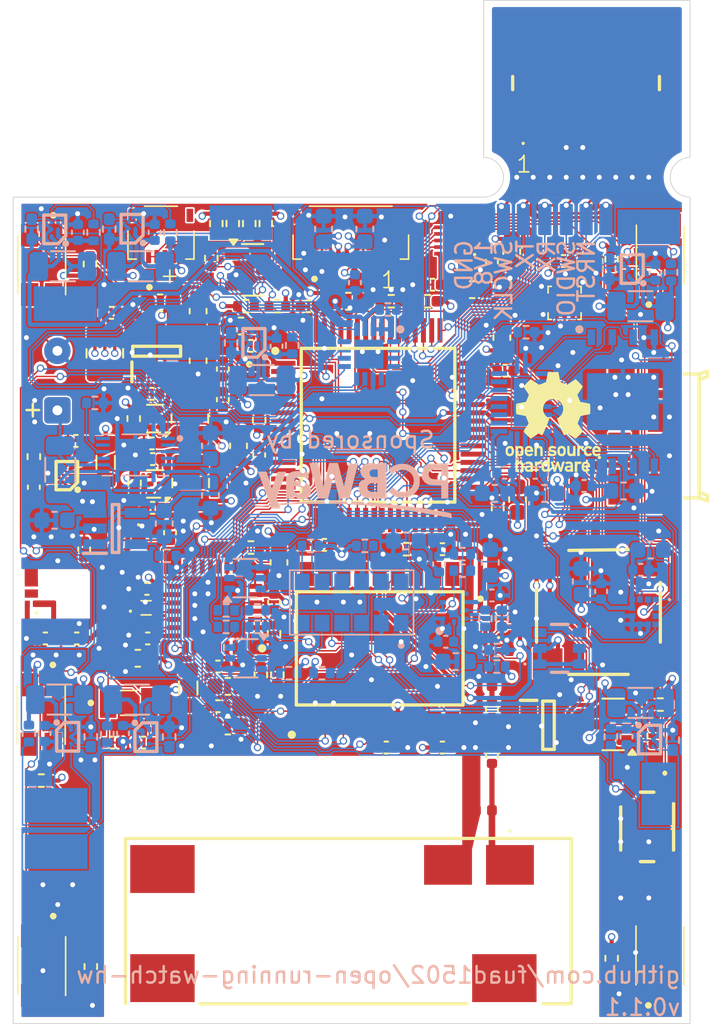
<source format=kicad_pcb>
(kicad_pcb (version 20240108) (generator "pcbnew") (generator_version "8.0")
  (title_block (title "Open Running Watch") (date "2024-05-13") (rev "0.1.1") (company "github.com/fuad1502/open-running-watch-hw"))
  (layers (0 "F.Cu" signal) (1 "In1.Cu" power) (2 "In2.Cu" mixed) (31 "B.Cu" signal) (34 "B.Paste" user) (35 "F.Paste" user) (36 "B.SilkS" user "B.Silkscreen") (37 "F.SilkS" user "F.Silkscreen") (38 "B.Mask" user) (39 "F.Mask" user) (44 "Edge.Cuts" user))
  (net 0 "")
  (net 1 "/accelerometer/1V8")
  (net 2 "/accelerometer/SPC")
  (net 3 "GND")
  (net 4 "/accelerometer/SDIO")
  (net 5 "/accelerometer/CS")
  (net 6 "/accelerometer/INT_1")
  (net 7 "/accelerometer/INT_2")
  (net 8 "/accelerometer/SDO")
  (net 10 "Net-(ANT1-RF_FEED)")
  (net 12 "Net-(ANT2-RF_FEED)")
  (net 15 "/power/SRP")
  (net 16 "/bluenrg/VBAT")
  (net 17 "Net-(IC1-VDD1V2)")
  (net 18 "Net-(IC1-SMPSFILT2)")
  (net 19 "Net-(IC1-FXTAL1)")
  (net 20 "Net-(IC1-SXTAL1)")
  (net 21 "Net-(IC1-FXTAL0)")
  (net 22 "Net-(IC1-SXTAL0)")
  (net 23 "Net-(T1-SE)")
  (net 24 "/gps/ANT_IN")
  (net 25 "/gps/VCC")
  (net 26 "Net-(FL1-INPUT)")
  (net 27 "Net-(IC2-RF_IN)")
  (net 28 "/gps/VCC_RF")
  (net 29 "Net-(C21-Pad1)")
  (net 30 "Net-(IC4-VDD)")
  (net 31 "/power/SRN")
  (net 32 "/controller/OTG_FS_BUS")
  (net 33 "/audio/VCC_IN")
  (net 34 "/biometric/VCC_IN")
  (net 35 "/biometric/VREF")
  (net 36 "/biometric/VCC")
  (net 37 "/controller/VDD")
  (net 38 "/controller/VCC_FLASH")
  (net 39 "/controller/OSC32_IN")
  (net 40 "/controller/OSC32_OUT")
  (net 41 "/mip_display/DISP_DISP")
  (net 42 "/mip_display/DISP_VDD")
  (net 43 "/audio/VCC")
  (net 45 "Net-(D1-A)")
  (net 46 "Net-(FL1-OUTPUT)")
  (net 47 "/bluenrg/RF0")
  (net 48 "/bluenrg/ANATEST")
  (net 49 "/bluenrg/SPI_CS")
  (net 50 "/bluenrg/RESET_N")
  (net 51 "/bluenrg/SPI_IRQ")
  (net 53 "Net-(IC1-DIO12)")
  (net 56 "Net-(IC1-SMPSFILT1)")
  (net 57 "/bluenrg/RF1")
  (net 59 "Net-(IC1-DIO13)")
  (net 60 "/controller/GPS_RESET_N")
  (net 62 "/controller/GPS_WAKEUP")
  (net 63 "/gps/ANT_OFF")
  (net 64 "/controller/USART2_RX")
  (net 65 "/controller/USART2_TX")
  (net 67 "/gps/PPS")
  (net 70 "Net-(IC3-AI)")
  (net 74 "/barometer/SCL")
  (net 75 "/barometer/SDA")
  (net 76 "/power/FUEL_LOW")
  (net 77 "Net-(IC4-BIN)")
  (net 78 "Net-(IC5-PROG)")
  (net 79 "Net-(IC6-SW)")
  (net 80 "/power/3V3_EN")
  (net 81 "Net-(IC7-SW)")
  (net 82 "Net-(IC7-EN)")
  (net 83 "/biometric/PD_IR")
  (net 84 "/biometric/PD_RG")
  (net 85 "/biometric/OUT_IR_EN")
  (net 86 "/biometric/VOUT_RG")
  (net 87 "/controller/BTN_INT")
  (net 88 "/biometric/VOUT_IR")
  (net 92 "/controller/FLASH_CLK")
  (net 93 "/controller/QUADSPI_BK1_IO1")
  (net 94 "/controller/QUADSPI_BK1_IO3")
  (net 95 "/controller/FLASH_IO2")
  (net 98 "/controller/FLASH_IO1")
  (net 99 "/controller/QUADSPI_BK1_IO0")
  (net 100 "/controller/QUADSPI_CLK")
  (net 101 "/controller/IO_FLASH_EN")
  (net 102 "/controller/QUADSPI_BK1_IO2")
  (net 103 "/controller/FLASH_IO3")
  (net 104 "/controller/FLASH_IO0")
  (net 105 "/controller/FLASH_CS")
  (net 107 "/controller/QUADSPI_NCS")
  (net 108 "/controller/SPI3_CK")
  (net 109 "/controller/TIM2_CH1")
  (net 110 "/controller/DISP_EN")
  (net 111 "/controller/DISP_IO_EN")
  (net 112 "/controller/NRST")
  (net 113 "/controller/USART3_RX")
  (net 116 "/controller/BOOT0")
  (net 117 "/mip_display/DISP_VDDIO")
  (net 118 "/controller/SWDIO")
  (net 120 "/controller/USART3_TX")
  (net 121 "/controller/SPI3_MISO")
  (net 122 "/controller/SWCLK")
  (net 123 "/controller/OTG_FS_ID")
  (net 124 "/controller/CS3_1")
  (net 125 "/controller/SPI3_MOSI")
  (net 126 "/controller/OTG_FS_NOE")
  (net 127 "Net-(IC13-SW)")
  (net 130 "Net-(IC14-ENABLE)")
  (net 131 "/controller/power_monitor/OUT")
  (net 132 "Net-(IC15-ENABLE)")
  (net 133 "/controller/power_monitor1/OUT")
  (net 134 "/gps/power_monitor2/OUT")
  (net 135 "Net-(IC16-ENABLE)")
  (net 136 "/bluenrg/power_monitor3/OUT")
  (net 137 "Net-(IC17-ENABLE)")
  (net 138 "/audio/power_monitor5/OUT")
  (net 139 "Net-(IC19-ENABLE)")
  (net 140 "/biometric/power_monitor6/OUT")
  (net 141 "Net-(IC20-ENABLE)")
  (net 142 "/mip_display/DISP_SI")
  (net 143 "/mip_display/DISP_SCS")
  (net 144 "/mip_display/DISP_SCLK")
  (net 145 "/mip_display/power_monitor7/OUT")
  (net 146 "Net-(IC22-ENABLE)")
  (net 155 "Net-(J4-Pad1)")
  (net 157 "Net-(J4-Pad3)")
  (net 158 "Net-(U1-SW)")
  (net 159 "Net-(LED1-RA)")
  (net 160 "/biometric/RC")
  (net 161 "Net-(LED1-IA)")
  (net 162 "Net-(LED1-G1A)")
  (net 163 "/biometric/IC")
  (net 164 "Net-(LED1-G2A)")
  (net 165 "/biometric/G1C")
  (net 166 "/biometric/G2C")
  (net 169 "Net-(Q1B-B2)")
  (net 170 "Net-(Q1A-B1)")
  (net 171 "Net-(Q2A-B1)")
  (net 172 "Net-(Q2B-B2)")
  (net 173 "Net-(IC18-~{RESET})")
  (net 174 "/mip_display/BL_GND")
  (net 175 "Net-(Q4-B)")
  (net 176 "/power/3V_EN")
  (net 177 "/biometric/IN_G1")
  (net 178 "/biometric/IN_G2")
  (net 179 "/biometric/IN_IR")
  (net 180 "/biometric/IN_R")
  (net 181 "/audio/IN")
  (net 194 "Net-(Q3-G)")
  (net 198 "Net-(IC18-P4)")
  (net 199 "Net-(IC18-P5)")
  (net 200 "Net-(IC18-P6)")
  (net 201 "Net-(IC18-P1)")
  (net 202 "Net-(IC18-P0)")
  (net 203 "Net-(Q5-B)")
  (net 204 "/controller/OTG_FS_D-")
  (net 205 "/controller/OTG_FS_D+")
  (footprint "Capacitor_SMD:C_0402_1005Metric" (layer "F.Cu") (at 158.5 77.9 90)
    (property "Reference" "C81" (hide yes))
    (property "Value" "100n")
  )
  (footprint "PCS.55.A:PCS55A" (layer "F.Cu") (at 149.8 117.8 180)
    (property "Reference" "ANT2" (hide yes))
    (property "Value" "PCS.55.A" (hide yes))
  )
  (footprint "Resistor_SMD:R_0402_1005Metric" (layer "F.Cu") (at 165.75 77.75 90)
    (property "Reference" "R31" (hide yes))
    (property "Value" "10k")
  )
  (footprint "Capacitor_SMD:C_0402_1005Metric" (layer "F.Cu") (at 155.5 95.3)
    (property "Reference" "C19" (hide yes))
    (property "Value" "120p")
  )
  (footprint "Capacitor_SMD:C_0402_1005Metric" (layer "F.Cu") (at 143.9 83 180)
    (property "Reference" "C53" (hide yes))
    (property "Value" "100n")
  )
  (footprint "Resistor_SMD:R_0402_1005Metric" (layer "F.Cu") (at 165.75 120.05 90)
    (property "Reference" "R30" (hide yes))
    (property "Value" "10k")
  )
  (footprint "Resistor_SMD:R_0402_1005Metric" (layer "F.Cu") (at 145.3 100.4 -90)
    (property "Reference" "R1" (hide yes))
    (property "Value" "10k")
  )
  (footprint "Resistor_SMD:R_0402_1005Metric" (layer "F.Cu") (at 141.5 77.7 -90)
    (property "Reference" "R46" (hide yes))
    (property "Value" "10k")
  )
  (footprint "Inductor_SMD:L_1008_2520Metric" (layer "F.Cu") (at 140.2 87.4 90)
    (property "Reference" "L5" (hide yes))
    (property "Value" "1u")
  )
  (footprint "TPS613222ADBVR:SOT95P280X145-5N" (layer "F.Cu") (at 138.19 83.325 90)
    (property "Reference" "IC13" (hide yes))
    (property "Value" "TPS613222ADBVR" (hide yes))
  )
  (footprint "Inductor_SMD:L_0402_1005Metric" (layer "F.Cu") (at 158.015 111.1)
    (property "Reference" "L2" (hide yes))
    (property "Value" "10n")
  )
  (footprint "Capacitor_SMD:C_0402_1005Metric" (layer "F.Cu") (at 137.9 88.9 180)
    (property "Reference" "C26" (hide yes))
    (property "Value" "4.7u")
  )
  (footprint "Package_TO_SOT_SMD:SOT-23" (layer "F.Cu") (at 144 78.4)
    (property "Reference" "Q4" (hide yes))
    (property "Value" "BC846")
  )
  (footprint "EVQ-P7J01P:EVQP7J01P" (layer "F.Cu") (at 131.225 120.2 -90)
    (property "Reference" "S6" (hide yes))
    (property "Value" "EVQ-P7J01P" (hide yes))
  )
  (footprint "Capacitor_SMD:C_0402_1005Metric" (layer "F.Cu") (at 142.2 84.4 -90)
    (property "Reference" "C61" (hide yes))
    (property "Value" "3.3p")
  )
  (footprint "Resistor_SMD:R_0402_1005Metric" (layer "F.Cu") (at 144.5 102.9 90)
    (property "Reference" "R4" (hide yes))
    (property "Value" "10k")
  )
  (footprint "Resistor_SMD:R_0402_1005Metric" (layer "F.Cu") (at 145.5 102.9 90)
    (property "Reference" "R3" (hide yes))
    (property "Value" "10k")
  )
  (footprint "Capacitor_SMD:C_0402_1005Metric" (layer "F.Cu") (at 133.3 88.75)
    (property "Reference" "C31" (hide yes))
    (property "Value" "4.7u")
  )
  (footprint "EVQ-P7J01P:EVQP7J01P" (layer "F.Cu") (at 168.675 120.2 90)
    (property "Reference" "S3" (hide yes))
    (property "Value" "EVQ-P7J01P" (hide yes))
  )
  (footprint "Resistor_SMD:R_0402_1005Metric_Pad0.72x0.64mm_HandSolder" (layer "F.Cu") (at 141.8 75.6 90)
    (property "Reference" "R62" (hide yes))
    (property "Value" "0")
  )
  (footprint "Capacitor_SMD:C_0603_1608Metric" (layer "F.Cu") (at 149.8 80.3)
    (property "Reference" "C47" (hide yes))
    (property "Value" "1u")
  )
  (footprint "Capacitor_SMD:C_0402_1005Metric" (layer "F.Cu") (at 133.35 100.7 180)
    (property "Reference" "C13" (hide yes))
    (property "Value" "0.5p")
  )
  (footprint "Capacitor_SMD:C_0402_1005Metric" (layer "F.Cu") (at 152.1 107.3)
    (property "Reference" "C17" (hide yes))
    (property "Value" "100n")
  )
  (footprint "BALF-NRG-02D3:BALFNRG02D3" (layer "F.Cu") (at 137.55 98.85)
    (property "Reference" "T1" (hide yes))
    (property "Value" "BALF-NRG-02D3" (hide yes))
  )
  (footprint "Capacitor_SMD:C_0402_1005Metric" (layer "F.Cu") (at 158.85 92.85 90)
    (property "Reference" "C44" (hide yes))
    (property "Value" "100n")
  )
  (footprint "Resistor_SMD:R_0402_1005Metric_Pad0.72x0.64mm_HandSolder" (layer "F.Cu") (at 152.3975 80.3 180)
    (property "Reference" "R48" (hide yes))
    (property "Value" "0")
  )
  (footprint "BAS16LT3G:SOT96P237X111-3N" (layer "F.Cu") (at 161.925 105.95)
    (property "Reference" "D1" (hide yes))
    (property "Value" "BAS16LT3G" (hide yes))
  )
  (footprint "Resistor_SMD:R_0402_1005Metric" (layer "F.Cu") (at 136.85 91.3 90)
    (property "Reference" "R11" (hide yes))
    (property "Value" "10k")
  )
  (footprint "Capacitor_SMD:C_0603_1608Metric" (layer "F.Cu") (at 140.7 80.9 -90)
    (property "Reference" "C65" (hide yes))
    (property "Value" "10u")
  )
  (footprint "Capacitor_SMD:C_0402_1005Metric" (layer "F.Cu") (at 144.4 89.6 90)
    (property "Reference" "C43" (hide yes))
    (property "Value" "100n")
  )
  (footprint "LSF0204GU12X:LSF0204GU12X" (layer "F.Cu") (at 156 76.625 180)
    (property "Reference" "IC21" (hide yes))
    (property "Value" "LSF0204GU12X" (hide yes))
  )
  (footprint "Capacitor_SMD:C_0402_1005Metric" (layer "F.Cu") (at 158.5 105 -90)
    (property "Reference" "C21" (hide yes))
    (property "Value" "120p")
  )
  (footprint "Capacitor_SMD:C_0402_1005Metric" (layer "F.Cu") (at 135.52 107)
    (property "Reference" "C10" (hide yes))
    (property "Value" "24p")
  )
  (footprint "Capacitor_SMD:C_0603_1608Metric" (layer "F.Cu") (at 143.3 81.8 180)
    (property "Reference" "C58" (hide yes))
    (property "Value" "1u")
  )
  (footprint "Resistor_SMD:R_0402_1005Metric" (layer "F.Cu") (at 134.15 78.05 -90)
    (property "Reference" "R32" (hide yes))
    (property "Value" "10k")
  )
  (footprint "Capacitor_SMD:C_0402_1005Metric" (layer "F.Cu") (at 137.65 100.7 180)
    (property "Reference" "C9" (hide yes))
    (property "Value" "100n")
  )
  (footprint "Capacitor_SMD:C_0603_1608Metric" (layer "F.Cu") (at 145.6 96.1 -90)
    (property "Reference" "C50" (hide yes))
    (property "Value" "1u")
  )
  (footprint "Capacitor_SMD:C_0402_1005Metric" (layer "F.Cu") (at 155.5 107.3)
    (property "Reference" "C18" (hide yes))
    (property "Value" "100n")
  )
  (footprint "Capacitor_SMD:C_0402_1005Metric" (layer "F.Cu") (at 141.9 102.4)
    (property "Reference" "C3" (hide yes))
    (property "Value" "100n")
  )
  (footprint "ECS-320:ECS3201237B27KMTR" (layer "F.Cu") (at 136.425 95.275 180)
    (property "Reference" "Y1" (hide yes))
    (property "Value" "ECS-320-12-37B2-7KM-TR" (hide yes))
  )
  (footprint "Capacitor_SMD:C_0402_1005Metric" (layer "F.Cu") (at 148.35 95.038 180)
    (property "Reference" "C45" (hide yes))
    (property "Value" "100n")
  )
  (footprint "Resistor_SMD:R_0402_1005Metric" (layer "F.Cu") (at 168.3 106.6 90)
    (property "Reference" "R64" (hide yes))
    (property "Value" "10k")
  )
  (footprint "Capacitor_SMD:C_0402_1005Metric" (layer "F.Cu") (at 158.5 107.78 90)
    (property "Reference" "C16" (hide yes))
    (property "Value" "2.2p")
  )
  (footprint "Capacitor_SMD:C_0402_1005Metric" (layer "F.Cu") (at 137.9 85.9 180)
    (property "Reference" "C29" (hide yes))
    (property "Value" "2.2u")
  )
  (footprint "Resistor_SMD:R_0402_1005Metric" (layer "F.Cu") (at 136.8 87.4 90)
    (property "Reference" "R10" (hide yes))
    (property "Value" "10k")
  )
  (footprint "Resistor_SMD:R_0402_1005Metric_Pad0.72x0.64mm_HandSolder" (layer "F.Cu") (at 144.8 75.6 -90)
    (property "Reference" "R60" (hide yes))
    (property "Value" "0")
  )
  (footprint "EVQ-P7J01P:EVQP7J01P" (layer "F.Cu") (at 168.7 77.8 90)
    (property "Reference" "S4" (hide yes))
    (property "Value" "EVQ-P7J01P" (hide yes))
  )
  (footprint "2328702-4:23287024" (layer "F.Cu") (at 138.45 76.15 180)
    (property "Reference" "J4" (hide yes))
    (property "Value" "2328702-4" (hide yes))
  )
  (footprint "Capacitor_SMD:C_0402_1005Metric" (layer "F.Cu") (at 145.3 98.5 -90)
    (property "Reference" "C1" (hide yes))
    (property "Value" "100n")
  )
  (footprint "Resistor_SMD:R_0402_1005Metric_Pad0.72x0.64mm_HandSolder" (layer "F.Cu") (at 143.8 75.6 -90)
    (property "Reference" "R59" (hide yes))
    (property "Value" "0")
  )
  (footprint "Capacitor_SMD:C_0402_1005Metric" (layer "F.Cu") (at 133.8 95.3 90)
    (property "Reference" "C11" (hide yes))
    (property "Value" "24p")
  )
  (footprint "STM32L475RGT6:QFP50P1200X1200X160-64N" (layer "F.Cu") (at 151.6 87.8)
    (property "Reference" "IC11" (hide yes))
    (property "Value" "STM32L475RGT6" (hide yes))
  )
  (footprint "Resistor_SMD:R_0402_1005Metric_Pad0.72x0.64mm_HandSolder" (layer "F.Cu") (at 154.6 80.3 180)
    (property "Reference" "R63" (hide yes))
    (property "Value" "0")
  )
  (footprint "Capacitor_SMD:C_0603_1608Metric" (layer "F.Cu") (at 138.4 80.4)
    (property "Reference" "C66" (hide yes))
    (property "Value" "10u")
  )
  (footprint "20021121-00014T4LF:2002112100014T4LF" (layer "F.Cu") (at 164.2 67.1)
    (property "Reference" "J1" (hide yes))
    (property "Value" "20021121-00014T4LF" (hide yes))
  )
  (footprint "Capacitor_SMD:C_0603_1608Metric" (layer "F.Cu") (at 137.05 101.9 180)
    (property "Reference" "C8" (hide yes))
    (property "Value" "1u")
  )
  (footprint "Package_SON:Texas_USON-6_1x1.45mm_P0.5mm_SMD" (layer "F.Cu") (at 138.1 87.4 180)
    (property "Reference" "U1" (hide yes))
    (property "Value" "TPS62233DRYR")
  )
  (footprint "1-2328702-0:123287020" (layer "F.Cu") (at 149.95 76.8 180)
    (property "Reference" "J3" (hide yes))
    (property "Value" "1-2328702-0" (hide yes))
  )
  (footprint "Resistor_SMD:R_0402_1005Metric" (layer "F.Cu") (at 130.75 89.7 90)
    (property "Reference" "R9" (hide yes))
    (property "Value" "1M")
  )
  (footprint "Capacitor_SMD:C_0402_1005Metric" (layer "F.Cu") (at 162.835 77.865 180)
    (property "Reference" "C42" (hide yes))
    (property "Value" "100n")
  )
  (footprint "Inductor_SMD:L_0402_1005Metric" (layer "F.Cu") (at 158.015 106.4)
    (property "Reference" "L8" (hide yes))
    (property "Value" "15n")
  )
  (footprint "Capacitor_SMD:C_0603_1608Metric" (layer "F.Cu") (at 159.7 77.3 90)
    (property "Reference" "C82" (hide yes))
    (property "Value" "1u")
  )
  (footprint "TESEO-LIV3F:SON110P970X1010X230-18N" (layer "F.Cu") (at 151.7 101.3 90)
    (property "Reference" "IC2" (hide yes))
    (property "Value" "TESEO-LIV3F" (hide yes))
  )
  (footprint "Resistor_SMD:R_0402_1005Metric" (layer "F.Cu") (at 153.31 95.3)
    (property "Reference" "R5" (hide yes))
    (property "Value" "10k")
  )
  (footprint "Capacitor_SMD:C_0402_1005Metric" (layer "F.Cu") (at 141.9 104.8)
    (property "Reference" "C5" (hide yes))
    (property "Value" "100n")
  )
  (footprint "ICP-10100:ICP10100" (layer "F.Cu") (at 162.9 80.4 180)
    (property "Reference" "IC9" (hide yes))
    (property "Value" "ICP-10100" (hide yes))
  )
  (footprint "NX3215SA:NX3215SA32768KEXS00AMU00003" (layer "F.Cu") (at 136.5 104.6)
    (property "Reference" "Y2" (hide yes))
    (property "Value" "NX3215SA-32.768K-EXS00A-MU00003" (hide yes))
  )
  (footprint "BLUENRG-232N:QFN50P500X500X100-33N-D" (layer "F.Cu") (at 141.7 98.8 180)
    (property "Reference" "IC1" (hide yes))
    (property "Value" "BLUENRG-232N" (hide yes))
  )
  (footprint "Inductor_SMD:L_1008_2520Metric" (layer "F.Cu") (at 135.05 83.45 -90)
    (property "Reference" "L7" (hide yes))
    (property "Value" "2.2u")
  )
  (footprint "Capacitor_SMD:C_0603_1608Metric" (layer "F.Cu") (at 160.05 92.3 90)
    (property "Reference" "C49" (hide yes))
    (property "Value" "1u")
  )
  (footprint "Capacitor_SMD:C_0402_1005Metric" (layer "F.Cu") (at 147.38 80.6 180)
    (property "Reference" "C46" (hide yes))
    (property "Value" "100n")
  )
  (footprint "Resistor_SMD:R_0402_1005Metric" (layer "F.Cu") (at 134.2 120.55 -90)
    (property "Reference" "R33" (hide yes))
    (property "Value" "10k")
  )
  (footprint "Inductor_SMD:L_0402_1005Metric" (layer "F.Cu") (at 158.5 103.1 -90)
    (property "Reference" "L3" (hide yes))
    (property "Value" "5.6n")
  )
  (footprint "BGA_725L6_E6327:BGA725L6E6327" (layer "F.Cu") (at 158.5 101.3)
    (property "Reference" "IC3" (hide yes))
    (property "Value" "BGA_725L6_E6327" (hide yes))
  )
  (footprint "Capacitor_SMD:C_0402_1005Metric" (layer "F.Cu") (at 135.45 81 180)
    (property "Reference" "C63" (hide yes))
    (property "Value" "4.7u")
  )
  (footprint "ST1S15J18R:BGA6C40P2X3_94X119X60" (layer "F.Cu") (at 132.75 90.85 180)
    (property "Reference" "IC7" (hide yes))
    (property "Value" "ST1S15J18R" (hide yes))
  )
  (footprint "Capacitor_SMD:C_0402_1005Metric" (layer "F.Cu") (at 130.75 91.55 90)
    (property "Reference" "C28" (hide yes))
    (property "Value" "4.7u")
  )
  (footprint "Capacitor_SMD:C_0402_1005Metric" (layer "F.Cu") (at 159.1 99.5 90)
    (property "Reference" "C20" (hide yes))
    (property "Value" "1n")
  )
  (footprint "Resistor_SMD:R_0402_1005Metric_Pad0.72x0.64mm_HandSolder" (layer "F.Cu") (at 142.8 75.5975 90)
    (property "Reference" "R61" (hide yes))
    (property "Value" "0")
  )
  (footprint "Capacitor_SMD:C_0603_1608Metric" (layer "F.Cu") (at 143.15 89.05 90)
    (property "Reference" "C48" (hide yes))
    (property "Value" "1u")
  )
  (footprint "Capacitor_SMD:C_0603_1608Metric" (layer "F.Cu") (at 142.5 103.6)
    (property "Reference" "C2" (hide yes))
    (property "Value" "1u")
  )
  (footprint "Inductor_SMD:L_0805_2012Metric" (layer "F.Cu") (at 135.1 90.05 90)
    (property "Reference" "L6" (hide yes))
    (property "Value" "470n")
  )
  (footprint "Capacitor_SMD:C_0603_1608Metric" (layer "F.Cu") (at 142.5 106)
    (property "Reference" "C4" (hide yes))
    (property "Value" "1u")
  )
  (footprint "Inductor_SMD:L_0805_2012Metric" (layer "F.Cu") (at 140.1 103.7 90)
    (property "Reference" "L1" (hide yes))
    (property "Value" "10u")
  )
  (footprint "Capacitor_SMD:C_0402_1005Metric" (layer "F.Cu") (at 137.95 89.85 180)
    (property "Reference" "C30" (hide yes))
    (property "Value" "2.2u")
  )
  (footprint "RKB2SJM250SMTR_LFS:RKB2SJM250SMTRLFS" (layer "F.Cu") (at 167.9 112.1 -90)
    (property "Reference" "S1" (hide yes))
    (property "Value" "RKB2SJM250SMTR_LFS" (hide yes))
  )
  (footprint "WLA.04:WLA04" (layer "F.Cu") (at 130.6 98.415 90)
    (property "Reference" "ANT1" (hide yes))
    (property "Value" "WLA.04" (hide yes))
  )
  (footprint "Capacitor_SMD:C_0603_1608Metric" (layer "F.Cu") (at 140.7 83.9 90)
    (property "Reference" "C64" (hide yes))
    (property "Value" "10u")
  )
  (footprint "Symbol:OSHW-Logo_5.7x6mm_SilkScreen" (layer "F.Cu") (at 162.2 87.6)
    (property "Reference" "LOGO1" (hide yes))
    (property "Value" "OSHW-Logo_5.7x6mm_SilkScreen" (hide yes))
  )
  (footprint "EVQ-P7J01P:EVQP7J01P" (layer "F.Cu") (at 131.2 105 -90)
    (property "Reference" "S7" (hide yes))
    (property "Value" "EVQ-P7J01P" (hide yes))
  )
  (footprint "EVQ-P7J01P:EVQP7J01P" (layer "F.Cu") (at 131.225 77.8 -90)
    (property "Reference" "S5" (hide yes))
    (property "Value" "EVQ-P7J01P" (hide yes))
  )
  (footprint "Package_SON:Texas_USON-6_1x1.45mm_P0.5mm_SMD" (layer "F.Cu") (at 138.1 91.35 180)
    (property "Reference" "IC6" (hide yes))
    (property "Value" "TPS62237DRYR")
  )
  (footprint "Capacitor_SMD:C_0402_1005Metric" (layer "F.Cu") (at 159.3 84.5)
    (property "Reference" "C52" (hide yes))
    (property "Value" "100n")
  )
  (footprint "Capacitor_SMD:C_0402_1005Metric" (layer "F.Cu") (at 142.2 86.25 90)
    (property "Reference" "C62" (hide yes))
    (property "Value" "3.3p")
  )
  (footprint "Inductor_SMD:L_1008_2520Metric" (layer "F.Cu") (at 140.25 91.3 90)
    (property "Reference" "L4" (hide yes))
    (property "Value" "1u")
  )
  (footprint "Resistor_SMD:R_0402_1005Metric" (layer "F.Cu") (at 143.9 95.2)
    (property "Reference" "R2" (hide yes))
    (property "Value" "10k")
  )
  (footprint "Capacitor_SMD:C_0603_1608Metric" (layer "F.Cu") (at 159.1 82.5 90)
    (property "Reference" "C57" (hide yes))
    (property "Value" "1u")
  )
  (footprint "Resistor_SMD:R_0402_1005Metric" (layer "F.Cu") (at 143.6 80.6 180)
    (property "Reference" "R28" (hide yes))
    (property "Value" "10k")
  )
  (footprint "Package_TO_SOT_SMD:SOT-23" (layer "F.Cu") (at 165.8375 105.9 180)
    (property "Reference" "Q5" (hide yes))
    (property "Value" "BC846")
  )
  (footprint "Capacitor_SMD:C_0402_1005Metric" (layer "F.Cu") (at 131.45 100.7 180)
    (property "Reference" "C14" (hide yes))
    (property "Value" "0.4p")
  )
  (footprint "Capacitor_SMD:C_0402_1005Metric" (layer "F.Cu") (at 137.6 97.7 180)
    (property "Reference" "C7" (hide yes))
    (property "Value" "100n")
  )
  (footprint "Capacitor_SMD:C_0402_1005Metric" (layer "F.Cu") (at 139 94.3 90)
    (property "Reference" "C6" (hide yes))
    (property "Value" "24p")
  )
  (footprint "Resistor_SMD:R_0402_1005Metric" (layer "F.Cu") (at 145.5 80.6)
    (property "Reference" "R27" (hide yes))
    (property "Value" "10k")
  )
  (footprint "Resistor_SMD:R_0402_1005Metric" (layer "F.Cu") (at 168.7 104.7)
    (property "Reference" "R49" (hide yes))
    (property "Value" "10k")
  )
  (footprint "CMT-7525-80-SMT-TR:CMT752580SMTTR" (layer "F.Cu") (at 164.95 99.1)
    (property "Reference" "LS1" (hide yes))
    (property "Value" "CMT-7525-80-SMT-TR" (hide yes))
  )
  (footprint "Resistor_SMD:R_0402_1005Metric" (layer "F.Cu") (at 144.4 87.5 -90)
    (property "Reference" "R26" (hide yes))
    (property "Value" "10k")
  )
  (footprint "Capacitor_SMD:C_0402_1005Metric" (layer "F.Cu") (at 137.95 92.8 180)
    (property "Reference" "C27" (hide yes))
    (property "Value" "4.7u")
  )
  (footprint "10118192-0001LF:101181920001LF" (layer "F.Cu") (at 168.56 88.45 90)
    (property "Reference" "J2" (hide yes))
    (property "Value" "10118192-0001LF" (hide yes))
  )
  (footprint "B39162B4327P810:FIL_B39162B4327P810" (layer "F.Cu") (at 157.8 99.5 -90)
    (property "Reference" "FL1" (hide yes))
    (property "Value" "B39162B4327P810")
  )
  (footprint "ECS-.327-7-1210-TR:ECS32791210TR" (layer "F.Cu") (at 143.8 85.313 -90)
    (property "Reference" "Y3" (hide yes))
    (property "Value" "ECS-.327-7-1210-TR" (hide yes))
  )
  (footprint "Capacitor_SMD:C_0402_1005Metric" (layer "F.Cu") (at 154.9 79.3)
    (property "Reference" "C80" (hide yes))
    (property "Value" "100n")
  )
  (footprint "Capacitor_SMD:C_0603_1608Metric" (layer "F.Cu") (at 157.3 79.6 180)
    (property "Reference" "C79" (hide yes))
    (property "Value" "1u")
  )
  (footprint "Capacitor_SMD:C_0402_1005Metric" (layer "F.Cu") (at 137.4 107 180)
    (property "Reference" "C12" (hide yes))
    (property "Value" "24p")
  )
  (footprint "Resistor_SMD:R_0402_1005Metric" (layer "F.Cu") (at 131.2 109.3)
    (property "Reference" "R47" (hide yes))
    (property "Value" "10k")
  )
  (footprint "Capacitor_SMD:C_0402_1005Metric" (layer "B.Cu") (at 136.15 106.45 90)
    (property "Reference" "C74" (hide yes))
    (property "Value" "100n")
  )
  (footprint "Capacitor_SMD:C_0402_1005Metric" (layer "B.Cu") (at 145.45 83.02 -90)
    (property "Reference" "C78" (hide yes))
    (property "Value" "100n")
  )
  (footprint "5029:5029" (layer "B.Cu") (at 140.15 82.8 180)
    (property "Reference" "TP7" (hide yes))
    (property "Value" "5029" (hide yes))
  )
  (footprint "TLV9002SIRUGR:QFN50P150X200X40-10N" (layer "B.Cu") (at 156.2 98.75)
    (property "Reference" "IC8" (hide yes))
    (property "Value" "TLV9002SIRUGR" (hide yes))
  )
  (footprint "Capacitor_SMD:C_0402_1005Metric" (layer "B.Cu") (at 164.075 91.475 180)
    (property "Reference" "C54" (hide yes))
    (property "Value" "100n")
  )
  (footprint "Resistor_SMD:R_0402_1005Metric" (layer "B.Cu") (at 148.2 102.8 180)
    (property "Reference" "R16" (hide yes))
    (property "Value" "100")
  )
  (footprint "Capacitor_SMD:C_0603_1608Metric" (layer "B.Cu") (at 150.8 75.925 -90)
    (property "Reference" "C85" (hide yes))
    (property "Value" "1u")
  )
  (footprint "Resistor_SMD:R_0402_1005Metric" (layer "B.Cu") (at 139.0175 76.13351 90)
    (property "Reference" "R57" (hide yes))
    (property "Value" "10k")
  )
  (footprint "INA186A5IYFDR:BGA6C40P3X2_117X76X40" (layer "B.Cu") (at 144.08 82.82 90)
    (property "Reference" "IC20" (hide yes))
    (property "Value" "INA186A5IYFDR" (hide yes))
  )
  (footprint "INA186A5IYFDR:BGA6C40P3X2_117X76X40" (layer "B.Cu") (at 132.8 106.65 -90)
    (property "Reference" "IC17" (hide yes))
    (property "Value" "INA186A5IYFDR" (hide yes))
  )
  (footprint "Resistor_SMD:R_0402_1005Metric" (layer "B.Cu") (at 152.2 80.8)
    (property "Reference" "R65" (hide yes))
    (property "Value" "10k")
  )
  (footprint "Capacitor_SMD:C_0402_1005Metric" (layer "B.Cu") (at 158.5 98.1)
    (property "Reference" "C36" (hide yes))
    (property "Value" "100n")
  )
  (footprint "Resistor_SMD:R_0402_1005Metric_Pad0.72x0.64mm_HandSolder" (layer "B.Cu") (at 138.95 106.65 90)
    (property "Reference" "R42" (hide yes))
    (property "Value" "0")
  )
  (footprint "Resistor_SMD:R_0402_1005Metric" (layer "B.Cu") (at 147.5 95.1 180)
    (property "Reference" "R23" (hide yes))
    (property "Value" "75")
  )
  (footprint "Resistor_SMD:R_0402_1005Metric" (layer "B.Cu") (at 146.4 82.97 90)
    (property "Reference" "R54" (hide yes))
    (property "Value" "10k")
  )
  (footprint "Resistor_SMD:R_0402_1005Metric_Pad0.72x0.64mm_HandSolder" (layer "B.Cu") (at 130.6175 75.93351 -90)
    (property "Reference" "R39" (hide yes))
    (property "Value" "0")
  )
  (footprint "Resistor_SMD:R_0402_1005Metric" (layer "B.Cu") (at 160.565 82.175 180)
    (property "Reference" "R29" (hide yes))
    (property "Value" "10k")
  )
  (footprint "Capacitor_SMD:C_0402_1005Metric" (layer "B.Cu") (at 165.112 97.85 -90)
    (property "Reference" "C39" (hide yes))
    (property "Value" "100n")
  )
  (footprint "INA186A5IYFDR:BGA6C40P3X2_117X76X40" (layer "B.Cu") (at 132.0175 75.95051 90)
    (property "Reference" "IC15" (hide yes))
    (property "Value" "INA186A5IYFDR" (hide yes))
  )
  (footprint "Resistor_SMD:R_0402_1005Metric_Pad0.72x0.64mm_HandSolder" (layer "B.Cu") (at 134.2 106.65 90)
    (property "Reference" "R45" (hide yes))
    (property "Value" "0")
  )
  (footprint "Package_TO_SOT_SMD:SOT-363_SC-70-6" (layer "B.Cu") (at 143.6 101.9 180)
    (property "Reference" "Q1" (hide yes))
    (property "Value" "BC847BS")
  )
  (footprint "PMN280ENEAX:PMN280ENEAX" (layer "B.Cu") (at 162.6 101.3)
    (property "Reference" "Q3" (hide yes))
    (property "Value" "PMN280ENEAX" (hide yes))
  )
  (footprint "Resistor_SMD:R_1206_3216Metric" (layer "B.Cu") (at 144.55 85.07 180)
    (property "Reference" "R53" (hide yes))
    (property "Value" "10m")
  )
  (footprint "Resistor_SMD:R_0402_1005Metric" (layer "B.Cu") (at 158.8 101.4)
    (property "Reference" "R13" (hide yes))
    (property "Value" "100k")
  )
  (footprint "Resistor_SMD:R_1206_3216Metric" (layer "B.Cu") (at 167.5 104.6)
    (property "Reference" "R50" (hide yes))
    (property "Value" "10m")
  )
  (footprint "Capacitor_SMD:C_0402_1005Metric" (layer "B.Cu") (at 150.2 79.175 -90)
    (property "Reference" "C84" (hide yes))
    (property "Value" "560p")
  )
  (footprint "Resistor_SMD:R_0402_1005Metric" (layer "B.Cu") (at 134.45 86.45 180)
    (property "Reference" "R8" (hide yes))
    (property "Value" "10k")
  )
  (footprint "Capacitor_SMD:C_0603_1608Metric" (layer "B.Cu") (at 141.45 92.05 -90)
    (property "Reference" "C22" (hide yes))
    (property "Value" "1u")
  )
  (footprint "SFH_7072:SFH7072" (layer "B.Cu") (at 150 98.9 180)
    (property "Reference" "LED1" (hide yes))
    (property "Value" "SFH_7072" (hide yes))
  )
  (footprint "W25N512GVEIG:SON127P800X600X80-9N-D" (layer "B.Cu") (at 166.425 86.375 -90)
    (property "Reference" "IC12" (hide yes))
    (property "Value" "W25N512GVEIG" (hide yes))
  )
  (footprint "Capacitor_SMD:C_0603_1608Metric" (layer "B.Cu") (at 161.675 91.925 180)
    (property "Reference" "C60" (hide yes))
    (property "Value" "1u")
  )
  (footprint "MCP73811T-420I_OT:SOT95P270X145-5N" (layer "B.Cu") (at 135.7 94.05)
    (property "Reference" "IC5" (hide yes))
    (property "Value" "MCP73811T-420I_OT" (hide yes))
  )
  (footprint "Resistor_SMD:R_1206_3216Metric" (layer "B.Cu") (at 167.5 80.6 180)
    (property "Reference" "R34" (hide yes))
    (property "Value" "10m")
  )
  (footprint "Capacitor_SMD:C_0603_1608Metric" (layer "B.Cu") (at 156.3 102.1 180)
    (property "Reference" "C33" (hide yes))
    (property "Value" "1u")
  )
  (footprint "Capacitor_SMD:C_0603_1608Metric" (layer "B.Cu") (at 132 93.55 180)
    (property "Reference" "C24" (hide yes))
    (property "Value" "1u")
  )
  (footprint "Resistor_SMD:R_0402_1005Metric" (layer "B.Cu") (at 144.29 99)
    (property "Reference" "R25" (hide yes))
    (property "Value" "10k")
  )
  (footprint "INA186A5IYFDR:BGA6C40P3X2_117X76X40" (layer "B.Cu") (at 137.5375 106.67 -90)
    (property "Reference" "IC16" (hide yes))
    (property "Value" "INA186A5IYFDR" (hide yes))
  )
  (footprint "Capacitor_SMD:C_0402_1005Metric" (layer "B.Cu") (at 155.3 96.2 90)
    (property "Reference" "C34" (hide yes))
    (property "Value" "100n")
  )
  (footprint "5029:5029" (layer "B.Cu") (at 132.65 80.45 180)
    (property "Reference" "TP2" (hide yes))
    (property "Value" "5029" (hide yes))
  )
  (footprint "Package_TO_SOT_SMD:SOT-363_SC-70-6" (layer "B.Cu") (at 143.55 97.05)
    (property "Reference" "Q2" (hide yes))
    (property "Value" "BC847BS")
  )
  (footprint "Capacitor_SMD:C_0402_1005Metric" (layer "B.Cu") (at 155.7 100.9 180)
    (property "Reference" "C35" (hide yes))
    (property "Value" "100n")
  )
  (footprint "Resistor_SMD:R_0402_1005Metric" (layer "B.Cu") (at 165.7 106.65 -90)
    (property "Reference" "R51" (hide yes))
    (property "Value" "10k")
  )
  (footprint "Resistor_SMD:R_0402_1005Metric_Pad0.72x0.64mm_HandSolder" (layer "B.Cu") (at 135.3175 75.93351 -90)
    (property "Reference" "R58" (hide yes))
    (property "Value" "0")
  )
  (footprint "Resistor_SMD:R_0402_1005Metric_Pad0.72x0.64mm_HandSolder" (layer "B.Cu") (at 169.45 106.85 90)
    (property "Reference" "R52" (hide yes))
    (property "Value" "0")
  )
  (footprint "pcbway-logo:pcbway-logo" (layer "B.Cu") (at 150.12 91.75 180)
    (property "Reference" "G***" (hide yes))
    (property "Value" "LOGO" (hide yes))
  )
  (footprint "5029:5029" (layer "B.Cu") (at 168 75.8 180)
    (property "Reference" "TP1" (hide yes))
    (property "Value" "5029" (hide yes))
  )
  (footprint "INA186A5IYFDR:BGA6C40P3X2_117X76X40" (layer "B.Cu") (at 168.0475 106.82 -90)
    (property "Reference" "IC19" (hide yes))
    (property "Value" "INA186A5IYFDR" (hide yes))
  )
  (footprint "Resistor_SMD:R_0402_1005Metric" (layer "B.Cu") (at 156.7 95.6 180)
    (property "Reference" "R19" (hide yes))
    (property "Value" "10k")
  )
  (footprint "PCAL9538ABSHP:QFN50P300X300X100-17N-D" (layer "B.Cu") (at 151.05 83.5 180)
    (property "Reference" "IC18" (hide yes))
    (property "Value" "PCAL9538ABSHP" (hide yes))
  )
  (footprint "Resistor_SMD:R_0402_1005Metric" (layer "B.Cu") (at 146.2 102.8)
    (property "Reference" "R14" (hide yes))
    (property "Value" "47")
  )
  (footprint "Capacitor_SMD:C_0402_1005Metric" (layer "B.Cu") (at 159.275 90.675)
    (property "Reference" "C51" (hide yes))
    (property "Value" "100n")
  )
  (footprint "Resistor_SMD:R_0402_1005Metric" (layer "B.Cu") (at 158.8 102.4 180)
    (property "Reference" "R12" (hide yes))
    (property "Value" "1.5M")
  )
  (footprint "Resistor_SMD:R_0402_1005Metric" (layer "B.Cu") (at 159.1 99.5 -90)
    (property "Reference" "R24" (hide yes))
    (property "Value" "10k")
  )
  (footprint "Capacitor_SMD:C_0603_1608Metric" (layer "B.Cu") (at 168.112 95.35 180)
    (property "Reference" "C40" (hide yes))
    (property "Value" "1u")
  )
  (footprint "Capacitor_SMD:C_0603_1608Metric" (layer "B.Cu") (at 166.475 91.775)
    (property "Reference" "C59" (hide yes))
    (property "Value" "1u")
  )
  (footprint "5029:5029" (layer "B.Cu") (at 132.1 113.6 180)
    (property "Reference" "TP3" (hide yes))
    (property "Value" "5029" (hide yes))
  )
  (footprint "Resistor_SMD:R_0402_1005Metric_Pad0.72x0.64mm_HandSolder" (layer "B.Cu") (at 165.6 78.35 -90)
    (property "Reference" "R36" (hide yes))
    (property "Value" "0")
  )
  (footprint "Capacitor_SMD:C_0603_1608Metric" (layer "B.Cu") (at 141.45 89.05 90)
    (property "Reference" "C23" (hide yes))
    (property "Value" "1u")
  )
  (footprint "Capacitor_SMD:C_0603_1608Metric" (layer "B.Cu") (at 158.675 91.925 180)
    (property "Reference" "C56" (hide yes))
    (property "Value" "1u")
  )
  (footprint "Resistor_SMD:R_0402_1005Metric" (layer "B.Cu") (at 138.85 95.7)
    (property "Reference" "R7" (hide yes))
    (property "Value" "2k")
  )
  (footprint "Resistor_SMD:R_1206_3216Metric" (layer "B.Cu") (at 137 104.4)
    (property "Reference" "R40" (hide yes))
    (property "Value" "10m")
  )
  (footprint "Resistor_SMD:R_0402_1005Metric" (layer "B.Cu") (at 142.4 99 180)
    (property "Reference" "R20" (hide yes))
    (property "Value" "10k")
  )
  (footprint "Resistor_SMD:R_0402_1005Metric" (layer "B.Cu") (at 169.35 78.55 90)
    (property "Reference" "R35" (hide yes))
    (property "Value" "10k")
  )
  (footprint "Connector_Wire:SolderWire-0.1sqmm_1x02_P3.6mm_D0.4mm_OD1mm" (layer "B.Cu") (at 132.175 86.9 90)
    (property "Reference" "BT1" (hide yes))
    (property "Value" "Battery")
  )
  (footprint "NXB0108BQX:NXB0108BQX" (layer "B.Cu") (at 160.27 86.425 90)
    (property "Reference" "IC10" (hide yes))
    (property "Value" "NXB0108BQX" (hide yes))
  )
  (footprint "Resistor_SMD:R_0402_1005Metric" (layer "B.Cu") (at 144.3 100)
    (property "Reference" "R15" (hide yes))
    (property "Value" "10k")
  )
  (footprint "Capacitor_SMD:C_0402_1005Metric" (layer "B.Cu") (at 166.65 106.65 90)
    (property "Reference" "C77" (hide yes))
    (property "Value" "100n")
  )
  (footprint "Resistor_SMD:R_0402_1005Metric" (layer "B.Cu") (at 142.4 100 180)
    (property "Reference" "R17" (hide yes))
    (property "Value" "10k")
  )
  (footprint "5029:5029" (layer "B.Cu") (at 143.3 75.55 180)
    (property "Reference" "TP8" (hide yes))
    (property "Value" "5029" (hide yes))
  )
  (footprint "5029:5029" (layer "B.Cu") (at 168.6 110.1 -90)
    (property "Reference" "TP6" (hide yes))
    (property "Value" "5029" (hide yes))
  )
  (footprint "Resistor_SMD:R_0402_1005Metric" (layer "B.Cu") (at 130.45 106.45 -90)
    (property "Reference" "R44" (hide yes))
    (property "Value" "10k")
  )
  (footprint "Resistor_SMD:R_1206_3216Metric" (layer "B.Cu") (at 132.3 104.4)
    (property "Reference" "R43" (hide yes))
    (property "Value" "10m")
  )
  (footprint "Capacitor_SMD:C_0402_1005Metric" (layer "B.Cu") (at 168.4 78.55 -90)
    (property "Reference" "C72" (hide yes))
    (property "Value" "100n")
  )
  (footprint "INA186A5IYFDR:BGA6C40P3X2_117X76X40" (layer "B.Cu") (at 136.7 75.91351 90)
    (property "Reference" "IC22" (hide yes))
    (property "Value" "INA186A5IYFDR" (hide yes))
  )
  (footprint "Capacitor_SMD:C_0603_1608Metric" (layer "B.Cu") (at 153.3 94.8 180)
    (property "Reference" "C32" (hide yes))
    (property "Value" "1u")
  )
  (footprint "Resistor_SMD:R_0402_1005Metric" (layer "B.Cu") (at 156.7 96.6)
    (property "Reference" "R18" (hide yes))
    (property "Value" "1.5M")
  )
  (footprint "Resistor_SMD:R_0402_1005Metric" (layer "B.Cu") (at 135.2 106.5 -90)
    (property "Reference" "R41" (hide yes))
    (property "Value" "10k")
  )
  (footprint "Resistor_SMD:R_1206_3216Metric" (layer "B.Cu") (at 137.2175 78.18351 180)
    (property "Reference" "R56" (hide yes))
    (property "Value" "10m")
  )
  (footprint "Resistor_SMD:R_0402_1005Metric" (layer "B.Cu") (at 134.3675 76.13351 90)
    (property "Reference" "R38" (hide yes))
    (property "Value" "10k")
  )
  (footprint "Capacitor_SMD:C_0402_1005Metric" (layer "B.Cu") (at 138.0675 76.13351 -90)
    (property "Reference" "C83" (hide yes))
    (property "Value" "100n")
  )
  (footprint "LIS2DE12TR:LIS2DE12TR" (layer "B.Cu") (at 167.7 99.1 180)
    (property "Reference" "AC1" (hide yes))
    (property "Value" "LIS2DE12TR" (hide yes))
  )
  (footprint "Resistor_SMD:R_0402_1005Metric" (layer "B.Cu") (at 150.8 95.1)
    (property "Reference" "R22" (hide yes))
    (property "Value" "47")
  )
  (footprint "Capacitor_SMD:C_0402_1005Metric" (layer "B.Cu") (at 133.4175 76.13351 -90)
    (property "Reference" "C73" (hide yes))
    (property "Value" "100n")
  )
  (footprint "BQ27441DRZR-G1A:BQ27441DRZRG1A" (layer "B.Cu") (at 136.9 89.6 -90)
    (property "Reference" "IC4" (hide yes))
    (property "Value" "BQ27441DRZR-G1A" (hide yes))
  )
  (footprint "Capacitor_SMD:C_0402_1005Metric" (layer "B.Cu") (at 131.4 106.45 90)
    (property "Reference" "C75" (hide yes))
    (property "Value" "100n")
  )
  (footprint "Resistor_SMD:R_0402_1005Metric" (layer "B.Cu") (at 158.1 99.49 90)
    (property "Reference" "R21" (hide yes))
    (property "Value" "1.5M")
  )
  (footprint "5029:5029" (layer "B.Cu") (at 132.1 110.8)
    (property "Reference" "TP4" (hide yes))
    (property "Value" "5029" (hide yes))
  )
  (footprint "Resistor_SMD:R_0402_1005Metric_Pad0.72x0.64mm_HandSolder" (layer "B.Cu") (at 142.7 82.82 -90)
    (property "Reference" "R55" (hide yes))
    (property "Value" "0")
  )
  (footprint "Capacitor_SMD:C_0402_1005Metric" (layer "B.Cu") (at 161.125 90.675 180)
    (property "Reference" "C55" (hide yes))
    (property "Value" "100n")
  )
  (footprint "Capacitor_SMD:C_0603_1608Metric" (layer "B.Cu") (at 163.912 97.25 -90)
    (property "Reference" "C41" (hide yes))
    (property "Value" "1u")
  )
  (footprint "INA186A5IYFDR:BGA6C40P3X2_117X76X40" (layer "B.Cu") (at 167 78.35 90)
    (property "Reference" "IC14" (hide yes))
    (property "Value" "INA186A5IYFDR" (hide yes))
  )
  (footprint "Capacitor_SMD:C_0603_1608Metric" (layer "B.Cu") (at 158.4 96.1 90)
    (property "Reference" "C37" (hide yes))
    (property "Value" "1u")
  )
  (footprint "Capacitor_SMD:C_0603_1608Metric" (layer "B.Cu") (at 138.65 93.75 -90)
    (property "Reference" "C25" (hide yes))
    (property "Value" "1u")
  )
  (footprint "Resistor_SMD:R_1206_3216Metric" (layer "B.Cu") (at 132.5175 78.18351 180)
    (property "Reference" "R37" (hide yes))
    (property "Value" "10m")
  )
  (footprint "Resistor_SMD:R_1206_3216Metric" (layer "B.Cu") (at 132.35 90.5 -90)
    (property "Reference" "R6" (hide yes))
    (property "Value" "10m")
  )
  (footprint "Capacitor_SMD:C_0402_1005Metric" (layer "B.Cu") (at 167.512 96.55 180)
    (property "Reference" "C38" (hide yes))
    (property "Value" "100n")
  )
  (footprint "Capacitor_SMD:C_0603_1608Metric" (layer "B.Cu") (at 148.3 75.925 -90)
    (property "Reference" "C86" (hide yes))
    (property "Value" "1u")
  )
  (gr_poly (pts (xy 130.8 98.7) (xy 130.8 98.5) (xy 132 98.5) (xy 132 100.4) (xy 131.9 100.4) (xy 131.9 98.7)) (stroke (width 0.2)) (fill solid) (layer "F.Cu") (net 10))
  (gr_poly (pts (xy 138.9 82.6) (xy 140.4 83.5) (xy 141.1 83.5) (xy 141.1 81.3) (xy 140.4 81.3) (xy 139.5 80.7) (xy 139.5 80) (xy 138.9 80)) (stroke (width 0.2)) (fill solid) (layer "F.Cu") (net 42))
  (gr_poly (pts (xy 130.895 97.4) (xy 130.895 96.3) (xy 130.295 96.3) (xy 130.295 97.4)) (stroke (width 0.2)) (fill solid) (layer "F.Cu") (net 3))
  (gr_poly (pts (xy 158.4 111.1) (xy 158.4 113.4) (xy 158.6 113.4) (xy 158.6 111.1)) (stroke (width 0.2)) (fill solid) (layer "F.Cu") (net 12))
  (gr_poly (pts (xy 132.95 90.45) (xy 133.6 88.55) (xy 135.6 88.55) (xy 135.6 89.25) (xy 132.95 90.45)) (stroke (width 0.2)) (fill solid) (layer "F.Cu") (net 1))
  (gr_rect (start 130.3 98.6) (end 130.4 99.7) (stroke (width 0.2)) (fill solid) (layer "F.Cu") (net 3))
  (gr_poly (pts (xy 138.25 92.6) (xy 138.6 92.6) (xy 139.6 92.6) (xy 141.2 92.6) (xy 141.2 92.85) (xy 139.35 92.85) (xy 138.65 93) (xy 138.25 93)) (stroke (width 0.2)) (fill solid) (layer "F.Cu") (net 34))
  (gr_poly (pts (xy 138.3 87.35) (xy 138.5 87.35) (xy 139.2 86.7) (xy 141.25 86.7) (xy 141.25 87.45) (xy 138.5 87.45) (xy 138.3 87.45)) (stroke (width 0.2)) (fill solid) (layer "F.Cu") (net 158))
  (gr_poly (pts (xy 157.2 113.4) (xy 157.7 111.3) (xy 157.7 107.7) (xy 156.8 107.7) (xy 156.8 113.4)) (stroke (width 0.2)) (fill solid) (layer "F.Cu") (net 3))
  (gr_poly (pts (xy 138.2 88.7) (xy 138.55 88.7) (xy 139.25 88) (xy 141.15 88) (xy 141.15 88.95) (xy 139.3 88.95) (xy 138.6 89.1) (xy 138.2 89.1)) (stroke (width 0.2)) (fill solid) (layer "F.Cu") (net 33))
  (gr_poly (pts (xy 132.6 91.9) (xy 135 91.9) (xy 135 93) (xy 133.5 93) (xy 132.6 92.1)) (stroke (width 0.2)) (fill solid) (layer "B.Cu") (net 31))
  (gr_poly (pts (xy 158.9 74.5) (xy 159.5 74.5) (xy 159.5 76.2) (xy 158.9 76.2)) (stroke (width 0.2)) (fill solid) (layer "B.Cu") (net 1))
  (gr_poly (pts (xy 157.7 74.5) (xy 158.3 74.5) (xy 158.3 76.2) (xy 157.7 76.2)) (stroke (width 0.2)) (fill solid) (layer "B.Cu") (net 3))
  (gr_poly (pts (xy 165.1 74.5) (xy 165.7 74.5) (xy 165.7 76.2) (xy 165.1 76.2)) (stroke (width 0.2)) (fill solid) (layer "B.Cu") (net 112))
  (gr_poly (pts (xy 163.9 74.5) (xy 164.5 74.5) (xy 164.5 76.2) (xy 163.9 76.2)) (stroke (width 0.2)) (fill solid) (layer "B.Cu") (net 118))
  (gr_poly (pts (xy 162.7 74.5) (xy 163.3 74.5) (xy 163.3 76.2) (xy 162.7 76.2)) (stroke (width 0.2)) (fill solid) (layer "B.Cu") (net 113))
  (gr_poly (pts (xy 160.1 74.5) (xy 160.7 74.5) (xy 160.7 76.2) (xy 160.1 76.2)) (stroke (width 0.2)) (fill solid) (layer "B.Cu") (net 122))
  (gr_poly (pts (xy 161.4 74.5) (xy 162 74.5) (xy 162 76.2) (xy 161.4 76.2)) (stroke (width 0.2)) (fill solid) (layer "B.Cu") (net 120))
  (gr_arc (start 170.5 74) (mid 169.3 72.8) (end 170.5 71.6) (stroke (width 0.05)) (layer "Edge.Cuts"))
  (gr_line (start 170.5 124) (end 129.5 124) (stroke (width 0.05)) (layer "Edge.Cuts"))
  (gr_line (start 170.5 74) (end 170.5 124) (stroke (width 0.05)) (layer "Edge.Cuts"))
  (gr_line (start 170.5 62.1) (end 158 62.1) (stroke (width 0.05)) (layer "Edge.Cuts"))
  (gr_line (start 158 71.6) (end 158 62.1) (stroke (width 0.05)) (layer "Edge.Cuts"))
  (gr_line (start 129.5 124) (end 129.5 74) (stroke (width 0.05)) (layer "Edge.Cuts"))
  (gr_line (start 170.5 62.1) (end 170.5 71.6) (stroke (width 0.05)) (layer "Edge.Cuts"))
  (gr_arc (start 158 71.6) (mid 159.2 72.8) (end 158 74) (stroke (width 0.05)) (layer "Edge.Cuts"))
  (gr_line (start 129.5 74) (end 158 74) (stroke (width 0.05)) (layer "Edge.Cuts"))
  (gr_text "NRST" (at 164.8 76.5 90) (layer "B.SilkS") (effects (font (size 1 1)) (justify left bottom mirror)))
  (gr_text "RX" (at 162.4 76.5 90) (layer "B.SilkS") (effects (font (size 1 1)) (justify left bottom mirror)))
  (gr_text "github.com/fuad1502/open-running-watch-hw" (at 170 121.65 -0) (layer "B.SilkS") (effects (font (size 1 1)) (justify left bottom mirror)))
  (gr_text "v0.1.1" (at 170 123.6 0) (layer "B.SilkS") (effects (font (size 1 1)) (justify left bottom mirror)))
  (gr_text "SWCLK" (at 159.8 76.5 90) (layer "B.SilkS") (effects (font (size 1 1)) (justify left bottom mirror)))
  (gr_text "Sponsored by" (at 155.11 89.27 0) (layer "B.SilkS") (effects (font (size 1 1)) (justify left bottom mirror)))
  (gr_text "1V8" (at 158.6 76.5 90) (layer "B.SilkS") (effects (font (size 1 1)) (justify left bottom mirror)))
  (gr_text "SWDIO" (at 163.6 76.5 90) (layer "B.SilkS") (effects (font (size 1 1)) (justify left bottom mirror)))
  (gr_text "GND" (at 157.4 76.5 90) (layer "B.SilkS") (effects (font (size 1 1)) (justify left bottom mirror)))
  (gr_text "TX" (at 161.1 76.5 90) (layer "B.SilkS") (effects (font (size 1 1)) (justify left bottom mirror)))
  (gr_text "1" (at 151.7 79.6 0) (layer "F.SilkS") (effects (font (size 1 1) (thickness 0.1)) (justify left bottom)))
  (gr_text "+" (at 131.2 87.6 90) (layer "F.SilkS") (effects (font (size 1 1)) (justify left bottom)))
  (gr_text "1" (at 159.9 72.6 0) (layer "F.SilkS") (effects (font (size 1 1) (thickness 0.1)) (justify left bottom)))
  (gr_text "+" (at 138.3 79.3 0) (layer "F.SilkS") (effects (font (size 1 1) (thickness 0.1)) (justify left bottom)))
  (segment (start 159.200948 74.55) (end 159.1 74.55) (width 0.254) (layer "F.Cu") (net 1))
  (segment (start 152.78 105.82) (end 152.8 105.8) (width 0.254) (layer "F.Cu") (net 1))
  (segment (start 162.4 79.875) (end 162.125 80.15) (width 0.254) (layer "F.Cu") (net 1))
  (segment (start 158.5 77.42) (end 158.805 77.42) (width 0.254) (layer "F.Cu") (net 1))
  (segment (start 134.2 121.06) (end 134.737 120.523) (width 0.254) (layer "F.Cu") (net 1))
  (segment (start 162.675 80.15) (end 162.125 80.15) (width 0.254) (layer "F.Cu") (net 1))
  (segment (start 163.4 81.175) (end 163.283 81.058) (width 0.254) (layer "F.Cu") (net 1))
  (segment (start 134.737 112.327) (end 131.71 109.3) (width 0.254) (layer "F.Cu") (net 1))
  (segment (start 163.283 80.758) (end 162.675 80.15) (width 0.254) (layer "F.Cu") (net 1))
  (segment (start 165.75 118.75) (end 165.75 119.54) (width 0.254) (layer "F.Cu") (net 1))
  (segment (start 162.355 77.865) (end 162.355 78.145) (width 0.254) (layer "F.Cu") (net 1))
  (segment (start 162.355 79.58) (end 162.4 79.625) (width 0.254) (layer "F.Cu") (net 1))
  (segment (start 152.8 106.2) (end 151.7 107.3) (width 0.254) (layer "F.Cu") (net 1))
  (segment (start 165.2 76.9) (end 165.41 76.9) (width 0.254) (layer "F.Cu") (net 1))
  (segment (start 162.355 78.145) (end 161.9 78.6) (width 0.254) (layer "F.Cu") (net 1))
  (segment (start 162.355 77.865) (end 162.355 79.58) (width 0.254) (layer "F.Cu") (net 1))
  (segment (start 158.7 76.525) (end 159.7 76.525) (width 0.254) (layer "F.Cu") (net 1))
  (segment (start 156.75 77.475) (end 158.445 77.475) (width 0.254) (layer "F.Cu") (net 1))
  (segment (start 134.737 120.523) (end 134.737 112.327) (width 0.254) (layer "F.Cu") (net 1))
  (segment (start 159.200948 74.55) (end 160.4802 73.270748) (width 0.1524) (layer "F.Cu") (net 1))
  (segment (start 133.96 78.75) (end 134.15 78.56) (width 0.254) (layer "F.Cu") (net 1))
  (segment (start 158.445 77.475) (end 158.5 77.42) (width 0.254) (layer "F.Cu") (net 1))
  (segment (start 161.66 71.14) (end 161.66 69.05) (width 0.1524) (layer "F.Cu") (net 1))
  (segment (start 132.25 109.3) (end 131.71 109.3) (width 0.254) (layer "F.Cu") (net 1))
  (segment (start 160.4802 73.270748) (end 160.4802 72.3198) (width 0.1524) (layer "F.Cu") (net 1))
  (segment (start 151.7 107.3) (end 151.62 107.3) (width 0.254) (layer "F.Cu") (net 1))
  (segment (start 152.8 105.8) (end 152.8 106.2) (width 0.254) (layer "F.Cu") (net 1))
  (segment (start 160.4802 72.3198) (end 161.66 71.14) (width 0.1524) (layer "F.Cu") (net 1))
  (segment (start 163.283 81.058) (end 163.283 80.758) (width 0.254) (layer "F.Cu") (net 1))
  (segment (start 162.4 79.625) (end 162.4 79.875) (width 0.254) (layer "F.Cu") (net 1))
  (segment (start 135.1 88) (end 135.1 88.9875) (width 0.254) (layer "F.Cu") (net 1))
  (segment (start 152.8 105.8) (end 152.8 104.75) (width 0.254) (layer "F.Cu") (net 1))
  (segment (start 132.45 109.1) (end 132.25 109.3) (width 0.254) (layer "F.Cu") (net 1))
  (segment (start 165.41 76.9) (end 165.75 77.24) (width 0.254) (layer "F.Cu") (net 1))
  (segment (start 158.805 77.42) (end 159.7 76.525) (width 0.254) (layer "F.Cu") (net 1))
  (segment (start 132.55 78.75) (end 133.96 78.75) (width 0.254) (layer "F.Cu") (net 1))
  (via (at 135.1 88) (size 0.45) (drill 0.3) (layers "F.Cu" "B.Cu") (net 1))
  (via (at 165.2 76.9) (size 0.45) (drill 0.3) (layers "F.Cu" "B.Cu") (net 1))
  (via (at 134.8 103.2) (size 0.45) (drill 0.3) (layers "F.Cu" "B.Cu") (net 1))
  (via (at 130.975 102.275) (size 0.45) (drill 0.3) (layers "F.Cu" "B.Cu") (net 1))
  (via (at 159.075 74.575) (size 0.45) (drill 0.3) (layers "F.Cu" "B.Cu") (net 1))
  (via (at 161.9 78.6) (size 0.45) (drill 0.3) (layers "F.Cu" "B.Cu") (net 1))
  (via (at 132.55 78.75) (size 0.45) (drill 0.3) (layers "F.Cu" "B.Cu") (net 1))
  (via (at 132.45 109.1) (size 0.45) (drill 0.3) (layers "F.Cu" "B.Cu") (net 1))
  (via (at 158.7 76.525) (size 0.45) (drill 0.3) (layers "F.Cu" "B.Cu") (net 1))
  (via (at 163.912 98.938) (size 0.45) (drill 0.3) (layers "F.Cu" "B.Cu") (net 1))
  (via (at 166.4 95.35) (size 0.45) (drill 0.3) (layers "F.Cu" "B.Cu") (net 1))
  (via (at 152.8 104.75) (size 0.45) (drill 0.3) (layers "F.Cu" "B.Cu") (net 1))
  (via (at 165.75 118.75) (size 0.45) (drill 0.3) (layers "F.Cu" "B.Cu") (net 1))
  (segment (start 133.0175 78.18351) (end 133.98 78.18351) (width 0.254) (layer "B.Cu") (net 1))
  (segment (start 136.77 105.97) (end 136.9 106.1) (width 0.254) (layer "B.Cu") (net 1))
  (segment (start 159.2 75.35) (end 159.2 76.025) (width 0.09) (layer "B.Cu") (net 1))
  (segment (start 134.3675 76.64351) (end 133.4475 76.64351) (width 0.254) (layer "B.Cu") (net 1))
  (segment (start 133.11649 78.18351) (end 133.98 78.18351) (width 0.254) (layer "B.Cu") (net 1))
  (segment (start 166.988 98.85) (end 166.988 98.35) (width 0.254) (layer "B.Cu") (net 1))
  (segment (start 130.975 102.275) (end 130.8375 102.4125) (width 0.254) (layer "B.Cu") (net 1))
  (segment (start 163.912 98.938) (end 163.85 99) (width 0.254) (layer "B.Cu") (net 1))
  (segment (start 165.632 98.85) (end 165.112 98.33) (width 0.254) (layer "B.Cu") (net 1))
  (segment (start 135.2 105.99) (end 135.2 104.7375) (width 0.254) (layer "B.Cu") (net 1))
  (segment (start 132.6175 77.78351) (end 133.0175 78.18351) (width 0.254) (layer "B.Cu") (net 1))
  (segment (start 166.988 98.85) (end 165.632 98.85) (width 0.254) (layer "B.Cu") (net 1))
  (segment (start 131.97 105.97) (end 132.1 106.1) (width 0.254) (layer "B.Cu") (net 1))
  (segment (start 131.8 104.4) (end 132.1 104.7) (width 0.254) (layer "B.Cu") (net 1))
  (segment (start 166.988 96.594) (end 167.032 96.55) (width 0.254) (layer "B.Cu") (net 1))
  (segment (start 166.988 98.35) (end 166.988 96.594) (width 0.254) (layer "B.Cu") (net 1))
  (segment (start 166.4 95.35) (end 167.337 95.35) (width 0.254) (layer "B.Cu") (net 1))
  (segment (start 131.4 105.97) (end 131.97 105.97) (width 0.254) (layer "B.Cu") (net 1))
  (segment (start 132.55 78.75) (end 133.11649 78.18351) (width 0.254) (layer "B.Cu") (net 1))
  (segment (start 134.8 103.2) (end 134.8 103.6625) (width 0.254) (layer "B.Cu") (net 1))
  (segment (start 132.2175 76.35051) (end 132.6175 76.75051) (width 0.254) (layer "B.Cu") (net 1))
  (segment (start 132.7545 76.61351) (end 132.6175 76.75051) (width 0.254) (layer "B.Cu") (net 1))
  (segment (start 132.2175 75.95051) (end 132.2175 76.35051) (width 0.254) (layer "B.Cu") (net 1))
  (segment (start 159.2 76.025) (end 158.7 76.525) (width 0.09) (layer "B.Cu") (net 1))
  (segment (start 130.45 105.94) (end 130.45 104.7875) (width 0.254) (layer "B.Cu") (net 1))
  (segment (start 165.112 98.33) (end 164.217 98.33) (width 0.254) (layer "B.Cu") (net 1))
  (segment (start 136.9 106.1) (end 137.07 106.27) (width 0.254) (layer "B.Cu") (net 1))
  (segment (start 136.5 104.4) (end 136.9 104.8) (width 0.254) (layer "B.Cu") (net 1))
  (segment (start 137.07 106.27) (end 137.3375 106.27) (width 0.254) (layer "B.Cu") (net 1))
  (segment (start 164.217 98.33) (end 163.912 98.025) (width 0.254) (layer "B.Cu") (net 1))
  (segment (start 167.032 95.655) (end 167.337 95.35) (width 0.254) (layer "B.Cu") (net 1))
  (segment (start 133.4475 76.64351) (end 133.4175 76.61351) (width 0.254) (layer "B.Cu") (net 1))
  (segment (start 133.4175 76.61351) (end 132.7545 76.61351) (width 0.254) (layer "B.Cu") (net 1))
  (segment (start 135.5375 104.4) (end 136.5 104.4) (width 0.254) (layer "B.Cu") (net 1))
  (segment (start 137.3375 106.67) (end 137.3375 106.27) (width 0.254) (layer "B.Cu") (net 1))
  (segment (start 130.45 104.7875) (end 130.8375 104.4) (width 0.254) (layer "B.Cu") (net 1))
  (segment (start 134.8 103.6625) (end 135.5375 104.4) (width 0.254) (layer "B.Cu") (net 1))
  (segment (start 132.25 106.25) (end 132.6 106.25) (width 0.254) (layer "B.Cu") (net 1))
  (segment (start 132.6 106.65) (end 132.6 106.25) (width 0.254) (layer "B.Cu") (net 1))
  (segment (start 167.032 96.55) (end 167.032 95.655) (width 0.254) (layer "B.Cu") (net 1))
  (segment (start 132.1 106.1) (end 132.25 106.25) (width 0.254) (layer "B.Cu") (net 1))
  (segment (start 130.8375 104.4) (end 131.8 104.4) (width 0.254) (layer "B.Cu") (net 1))
  (segment (start 136.9 104.8) (end 136.9 106.1) (width 0.254) (layer "B.Cu") (net 1))
  (segment (start 135.2 104.7375) (end 135.5375 104.4) (width 0.254) (layer "B.Cu") (net 1))
  (segment (start 130.8375 102.4125) (end 130.8375 104.4) (width 0.254) (layer "B.Cu") (net 1))
  (segment (start 163.912 98.938) (end 163.912 98.025) (width 0.254) (layer "B.Cu") (net 1))
  (segment (start 136.15 105.97) (end 136.77 105.97) (width 0.254) (layer "B.Cu") (net 1))
  (segment (start 132.6175 76.75051) (end 132.6175 77.78351) (width 0.254) (layer "B.Cu") (net 1))
  (segment (start 132.1 104.7) (end 132.1 106.1) (width 0.254) (layer "B.Cu") (net 1))
  (segment (start 155.65 91.05) (end 157.338 91.05) (width 0.09) (layer "F.Cu") (net 2))
  (segment (start 144.025558 92.529) (end 143.030001 93.524558) (width 0.09) (layer "F.Cu") (net 2))
  (segment (start 147.94 91.514558) (end 147.439558 92.015) (width 0.09) (layer "F.Cu") (net 2))
  (segment (start 161.500884 90.41) (end 158.5655 90.41) (width 0.09) (layer "F.Cu") (net 2))
  (segment (start 162.2 94.5) (end 161.865018 94.5) (width 0.09) (layer "F.Cu") (net 2))
  (segment (start 155.6 89.8) (end 154.8 89) (width 0.09) (layer "F.Cu") (net 2))
  (segment (start 147.940001 89.459999) (end 147.94 91.514558) (width 0.09) (layer "F.Cu") (net 2))
  (segment (start 154.8 89) (end 148.4 89) (width 0.09) (layer "F.Cu") (net 2))
  (segment (start 161.8 90.709116) (end 161.500884 90.41) (width 0.09) (layer "F.Cu") (net 2))
  (segment (start 148.4 89) (end 147.940001 89.459999) (width 0.09) (layer "F.Cu") (net 2))
  (segment (start 147.439558 92.015) (end 145.37454 92.015) (width 0.09) (layer "F.Cu") (net 2))
  (segment (start 161.496681 93.631663) (end 161.251 93.385982) (width 0.09) (layer "F.Cu") (net 2))
  (segment (start 161.8 92.4) (end 161.8 90.709116) (width 0.09) (layer "F.Cu") (net 2))
  (segment (start 155.6 91) (end 155.65 91.05) (width 0.09) (layer "F.Cu") (net 2))
  (segment (start 143.03 94.599862) (end 141.95 95.679862) (width 0.09) (layer "F.Cu") (net 2))
  (segment (start 157.9255 91.05) (end 157.338 91.05) (width 0.09) (layer "F.Cu") (net 2))
  (segment (start 161.251 93.385982) (end 161.251 92.949) (width 0.09) (layer "F.Cu") (net 2))
  (segment (start 141.95 95.679862) (end 141.95 96.35) (width 0.09) (layer "F.Cu") (net 2))
  (segment (start 144.86054 92.529) (end 144.025558 92.529) (width 0.09) (layer "F.Cu") (net 2))
  (segment (start 161.865018 94.5) (end 161.496681 94.131663) (width 0.09) (layer "F.Cu") (net 2))
  (segment (start 158.5655 90.41) (end 157.9255 91.05) (width 0.09) (layer "F.Cu") (net 2))
  (segment (start 143.030001 93.524558) (end 143.03 94.599862) (width 0.09) (layer "F.Cu") (net 2))
  (segment (start 145.37454 92.015) (end 144.86054 92.529) (width 0.09) (layer "F.Cu") (net 2))
  (segment (start 161.251 92.949) (end 161.8 92.4) (width 0.09) (layer "F.Cu") (net 2))
  (segment (start 161.496681 94.131663) (end 161.496681 93.631663) (width 0.09) (layer "F.Cu") (net 2))
  (via (at 162.2 94.5) (size 0.45) (drill 0.3) (layers "F.Cu" "B.Cu") (net 2))
  (via (at 155.6 89.8) (size 0.45) (drill 0.3) (layers "F.Cu" "B.Cu") (net 2))
  (via (at 155.6 91) (size 0.45) (drill 0.3) (layers "F.Cu" "B.Cu") (net 2))
  (segment (start 169.06 95.96) (end 169.292 96.192) (width 0.09) (layer "B.Cu") (net 2))
  (segment (start 162.7 94.5) (end 162.92 94.28) (width 0.09) (layer "B.Cu") (net 2))
  (segment (start 155.6 89.8) (end 155.6 91) (width 0.09) (layer "B.Cu") (net 2))
  (segment (start 168.302 95.302) (end 168.302 95.755352) (width 0.09) (layer "B.Cu") (net 2))
  (segment (start 169.05 98.35) (end 168.412 98.35) (width 0.09) (layer "B.Cu") (net 2))
  (segment (start 168.302 95.755352) (end 168.506648 95.96) (width 0.09) (layer "B.Cu") (net 2))
  (segment (start 168.506648 95.96) (end 169.06 95.96) (width 0.09) (layer "B.Cu") (net 2))
  (segment (start 162.92 94.28) (end 167.28 94.28) (width 0.09) (layer "B.Cu") (net 2))
  (segment (start 169.292 98.108) (end 169.05 98.35) (width 0.09) (layer "B.Cu") (net 2))
  (segment (start 169.292 96.192) (end 169.292 98.108) (width 0.09) (layer "B.Cu") (net 2))
  (segment (start 167.28 94.28) (end 168.302 95.302) (width 0.09) (layer "B.Cu") (net 2))
  (segment (start 162.2 94.5) (end 162.7 94.5) (width 0.09) (layer "B.Cu") (net 2))
  (segment (start 142.95 100.05) (end 141.7 98.8) (width 0.09) (layer "F.Cu") (net 3))
  (segment (start 164.2 69.05) (end 164.2 70.8) (width 0.254) (layer "F.Cu") (net 3))
  (segment (start 164.2 70.8) (end 164 71) (width 0.254) (layer "F.Cu") (net 3))
  (segment (start 141.3 98.4) (end 141.7 98.8) (width 0.09) (layer "F.Cu") (net 3))
  (segment (start 143.1 97.8) (end 143.35 97.55) (width 0.09) (layer "F.Cu") (net 3))
  (segment (start 141.3 98) (end 140.9 98) (width 0.09) (layer "F.Cu") (net 3))
  (segment (start 141.95 98.55) (end 141.7 98.8) (width 0.09) (layer "F.Cu") (net 3))
  (segment (start 142.45 98.05) (end 141.7 98.8) (width 0.09) (layer "F.Cu") (net 3))
  (segment (start 143.35 97.55) (end 144.15 97.55) (width 0.09) (layer "F.Cu") (net 3))
  (segment (start 140.9 98) (end 139.95 97.05) (width 0.09) (layer "F.Cu") (net 3))
  (segment (start 162.93 69.05) (end 162.93 70.93) (width 0.254) (layer "F.Cu") (net 3))
  (segment (start 140.45 96.35) (end 140.45 97.55) (width 0.09) (layer "F.Cu") (net 3))
  (segment (start 142.95 101.25) (end 142.95 100.05) (width 0.09) (layer "F.Cu") (net 3))
  (segment (start 142.45 96.35) (end 142.45 98.05) (width 0.09) (layer "F.Cu") (net 3))
  (segment (start 139.95 97.05) (end 139.95 96.35) (width 0.09) (layer "F.Cu") (net 3))
  (segment (start 142.7 97.8) (end 141.7 98.8) (width 0.09) (layer "F.Cu") (net 3))
  (segment (start 141.3 98) (end 141.3 98.4) (width 0.09) (layer "F.Cu") (net 3))
  (segment (start 163 71) (end 162.93 70.93) (width 0.254) (layer "F.Cu") (net 3))
  (segment (start 143.1 97.8) (end 142.7 97.8) (width 0.09) (layer "F.Cu") (net 3))
  (segment (start 144.15 98.55) (end 141.95 98.55) (width 0.09) (layer "F.Cu") (net 3))
  (segment (start 140.45 97.55) (end 141.7 98.8) (width 0.09) (layer "F.Cu") (net 3))
  (via (at 159.9 99.1) (size 0.45) (drill 0.3) (layers "F.Cu" "B.Cu") (net 3))
  (via (at 136.2 92.35) (size 0.45) (drill 0.3) (layers "F.Cu" "B.Cu") (net 3))
  (via (at 164 71) (size 0.45) (drill 0.3) (layers "F.Cu" "B.Cu") (net 3))
  (via (at 151.6 83.35) (size 0.45) (drill 0.3) (layers "F.Cu" "B.Cu") (net 3))
  (via (at 130.8 87.6) (size 0.45) (drill 0.3) (layers "F.Cu" "B.Cu") (net 3))
  (via (at 134.7 101.3) (size 0.45) (drill 0.3) (layers "F.Cu" "B.Cu") (net 3))
  (via (at 166.75 85.95) (size 0.45) (drill 0.3) (layers "F.Cu" "B.Cu") (net 3))
  (via (at 136.45 85.55) (size 0.45) (drill 0.3) (layers "F.Cu" "B.Cu") (net 3))
  (via (at 160.55 83.15) (size 0.45) (drill 0.3) (layers "F.Cu" "B.Cu") (net 3))
  (via (at 161.2 94.5) (size 0.45) (drill 0.3) (layers "F.Cu" "B.Cu") (net 3))
  (via (at 162.4 107) (size 0.45) (drill 0.3) (layers "F.Cu" "B.Cu") (net 3))
  (via (at 133.5 101.7) (size 0.45) (drill 0.3) (layers "F.Cu" "B.Cu") (net 3))
  (via (at 169.25 87.3) (size 0.45) (drill 0.3) (layers "F.Cu" "B.Cu") (net 3))
  (via (at 132.2 116.8) (size 0.45) (drill 0.3) (layers "F.Cu" "B.Cu") (net 3))
  (via (at 163.3 103.2) (size 0.45) (drill 0.3) (layers "F.Cu" "B.Cu") (net 3))
  (via (at 141.5 107.2) (size 0.45) (drill 0.3) (layers "F.Cu" "B.Cu") (net 3))
  (via (at 153.7 85.1) (size 0.45) (drill 0.3) (layers "F.Cu" "B.Cu") (net 3))
  (via (at 157.7 103) (size 0.45) (drill 0.3) (layers "F.Cu" "B.Cu") (net 3))
  (via (at 144.3 104.2) (size 0.45) (drill 0.3) (layers "F.Cu" "B.Cu") (net 3))
  (via (at 141.3 97.3) (size 0.45) (drill 0.3) (layers "F.Cu" "B.Cu") (net 3))
  (via (at 153.9 98.3) (size 0.45) (drill 0.3) (layers "F.Cu" "B.Cu") (net 3))
  (via (at 132.1 101.7) (size 0.45) (drill 0.3) (layers "F.Cu" "B.Cu") (net 3))
  (via (at 166.7 108.5) (size 0.45) (drill 0.3) (layers "F.Cu" "B.Cu") (net 3))
  (via (at 155.8 92.45) (size 0.45) (drill 0.3) (layers "F.Cu" "B.Cu") (net 3))
  (via (at 166 72.8) (size 0.45) (drill 0.3) (layers "F.Cu" "B.Cu") (net 3))
  (via (at 135.9 94) (size 0.45) (drill 0.3) (layers "F.Cu" "B.Cu") (net 3))
  (via (at 161 72.8) (size 0.45) (drill 0.3) (layers "F.Cu" "B.Cu") (net 3))
  (via (at 165.05 86.75) (size 0.45) (drill 0.3) (layers "F.Cu" "B.Cu") (net 3))
  (via (at 169.45 106.2525) (size 0.45) (drill 0.3) (layers "F.Cu" "B.Cu") (net 3))
  (via (at 167.5 100.4) (size 0.45) (drill 0.3) (layers "F.Cu" "B.Cu") (net 3))
  (via (at 147.1 77.4) (size 0.45) (drill 0.3) (layers "F.Cu" "B.Cu") (net 3))
  (via (at 140.5 98) (size 0.45) (drill 0.3) (layers "F.Cu" "B.Cu") (net 3))
  (via (at 151.8 75.2) (size 0.45) (drill 0.3) (layers "F.Cu" "B.Cu") (net 3))
  (via (at 160.3 86.7) (size 0.45) (drill 0.3) (layers "F.Cu" "B.Cu") (net 3))
  (via (at 156 75.15) (size 0.45) (drill 0.3) (layers "F.Cu" "B.Cu") (net 3))
  (via (at 167.5 81.1) (size 0.45) (drill 0.3) (layers "F.Cu" "B.Cu") (net 3))
  (via (at 139.7 107.2) (size 0.45) (drill 0.3) (layers "F.Cu" "B.Cu") (net 3))
  (via (at 168 116.4) (size 0.45) (drill 0.3) (layers "F.Cu" "B.Cu") (net 3))
  (via (at 162 72.8) (size 0.45) (drill 0.3) (layers "F.Cu" "B.Cu") (net 3))
  (via (at 159.6 95.9) (size 0.45) (drill 0.3) (layers "F.Cu" "B.Cu") (net 3))
  (via (at 147.8 104.6) (size 0.45) (drill 0.3) (layers "F.Cu" "B.Cu") (net 3))
  (via (at 130.7 101.7) (size 0.45) (drill 0.3) (layers "F.Cu" "B.Cu") (net 3))
  (via (at 136.5 100.5) (size 0.45) (drill 0.3) (layers "F.Cu" "B.Cu") (net 3))
  (via (at 163.6 90.8) (size 0.45) (drill 0.3) (layers "F.Cu" "B.Cu") (net 3))
  (via (at 141.5 93.7) (size 0.45) (drill 0.3) (layers "F.Cu" "B.Cu") (net 3))
  (via (at 137.8 83.55) (size 0.45) (drill 0.3) (layers "F.Cu" "B.Cu") (net 3))
  (via (at 146 101.2) (size 0.45) (drill 0.3) (layers "F.Cu" "B.Cu") (net 3))
  (via (at 135 79.3) (size 0.45) (drill 0.3) (layers "F.Cu" "B.Cu") (net 3))
  (via (at 133.1 115.6) (size 0.45) (drill 0.3) (layers "F.Cu" "B.Cu") (net 3))
  (via (at 159.5 106.041994) (size 0.45) (drill 0.3) (layers "F.Cu" "B.Cu") (net 3))
  (via (at 136.9 89.6) (size 0.45) (drill 0.3) (layers "F.Cu" "B.Cu") (net 3))
  (via (at 134.4 94.1) (size 0.45) (drill 0.3) (layers "F.Cu" "B.Cu") (net 3))
  (via (at 157.5 105.8) (size 0.45) (drill 0.3) (layers "F.Cu" "B.Cu") (net 3))
  (via (at 140.7 84.7) (size 0.45) (drill 0.3) (layers "F.Cu" "B.Cu") (net 3))
  (via (at 144.3 94.2) (size 0.45) (drill 0.3) (layers "F.Cu" "B.Cu") (net 3))
  (via (at 163.2 86.3) (size 0.45) (drill 0.3) (layers "F.Cu" "B.Cu") (net 3))
  (via (at 159.9 81.15) (size 0.45) (drill 0.3) (layers "F.Cu" "B.Cu") (net 3))
  (via (at 155.2 103.6) (size 0.45) (drill 0.3) (layers "F.Cu" "B.Cu") (net 3))
  (via (at 160 72.8) (size 0.45) (drill 0.3) (layers "F.Cu" "B.Cu") (net 3))
  (via (at 150 101.7) (size 0.45) (drill 0.3) (layers "F.Cu" "B.Cu") (net 3))
  (via (at 153 100.9) (size 0.45) (drill 0.3) (layers "F.Cu" "B.Cu") (net 3))
  (via (at 159.6 78.9) (size 0.45) (drill 0.3) (layers "F.Cu" "B.Cu") (net 3))
  (via (at 148.9 104.6) (size 0.45) (drill 0.3) (layers "F.Cu" "B.Cu") (net 3))
  (via (at 139.4 96.4) (size 0.45) (drill 0.3) (layers "F.Cu" "B.Cu") (net 3))
  (via (at 152 76.6) (size 0.45) (drill 0.3) (layers "F.Cu" "B.Cu") (net 3))
  (via (at 149.6 75.2) (size 0.45) (drill 0.3) (layers "F.Cu" "B.Cu") (net 3))
  (via (at 134.2 106.0525) (size 0.45) (drill 0.3) (layers "F.Cu" "B.Cu") (net 3))
  (via (at 133.4 75) (size 0.45) (drill 0.3) (layers "F.Cu" "B.Cu") (net 3))
  (via (at 158.5 92.2) (size 0.45) (drill 0.3) (layers "F.Cu" "B.Cu") (net 3))
  (via (at 140.5 99.5) (size 0.45) (drill 0.3) (layers "F.Cu" "B.Cu") (net 3))
  (via (at 161.2 91.9) (size 0.45) (drill 0.3) (layers "F.Cu" "B.Cu") (net 3))
  (via (at 146.8 79.9) (size 0.45) (drill 0.3) (layers "F.Cu" "B.Cu") (net 3))
  (via (at 154.8 97.95) (size 0.45) (drill 0.3) (layers "F.Cu" "B.Cu") (net 3))
  (via (at 136.3 101.1) (size 0.45) (drill 0.3) (layers "F.Cu" "B.Cu") (net 3))
  (via (at 164 79.15) (size 0.45) (drill 0.3) (layers "F.Cu" "B.Cu") (net 3))
  (via (at 131.2 74.7) (size 0.45) (drill 0.3) (layers "F.Cu" "B.Cu") (net 3))
  (via (at 159 98.1) (size 0.45) (drill 0.3) (layers "F.Cu" "B.Cu") (net 3))
  (via (at 156 94.4) (size 0.45) (drill 0.3) (layers "F.Cu" "B.Cu") (net 3))
  (via (at 165.95 84.9) (size 0.45) (drill 0.3) (layers "F.Cu" "B.Cu") (net 3))
  (via (at 133.8 91.3) (size 0.45) (drill 0.3) (layers "F.Cu" "B.Cu") (net 3))
  (via (at 145.3 81.9) (size 0.45) (drill 0.3) (layers "F.Cu" "B.Cu") (net 3))
  (via (at 135.8 87.4) (size 0.45) (drill 0.3) (layers "F.Cu" "B.Cu") (net 3))
  (via (at 161.2 99.5) (size 0.45) (drill 0.3) (layers "F.Cu" "B.Cu") (net 3))
  (via (at 130.8 86.3) (size 0.45) (drill 0.3) (layers "F.Cu" "B.Cu") (net 3))
  (via (at 161.2 89) (size 0.45) (drill 0.3) (layers "F.Cu" "B.Cu") (net 3))
  (via (at 133.5 99.8) (size 0.45) (drill 0.3) (layers "F.Cu" "B.Cu") (net 3))
  (via (at 136.1 96.7) (size 0.45) (drill 0.3) (layers "F.Cu" "B.Cu") (net 3))
  (via (at 161.5 106) (size 0.45) (drill 0.3) (layers "F.Cu" "B.Cu") (net 3))
  (via (at 134.9 96.4) (size 0.45) (drill 0.3) (layers "F.Cu" "B.Cu") (net 3))
  (via (at 151.3 79.6) (size 0.45) (drill 0.3) (layers "F.Cu" "B.Cu") (net 3))
  (via (at 149.9 80.7) (size 0.45) (drill 0.3) (layers "F.Cu" "B.Cu") (net 3))
  (via (at 147.4 75.1) (size 0.45) (drill 0.3) (layers "F.Cu" "B.Cu") (net 3))
  (via (at 159.5 107.3) (size 0.45) (drill 0.3) (layers "F.Cu" "B.Cu") (net 3))
  (via (at 136.7 83.4) (size 0.45) (drill 0.3) (layers "F.Cu" "B.Cu") (net 3))
  (via (at 139.7 106.1) (size 0.45) (drill 0.3) (layers "F.Cu" "B.Cu") (net 3))
  (via (at 130.3 82.5) (size 0.45) (drill 0.3) (layers "F.Cu" "B.Cu") (net 3))
  (via (at 161.5 83.1) (size 0.45) (drill 0.3) (layers "F.Cu" "B.Cu") (net 3))
  (via (at 158.15 81.75) (size 0.45) (drill 0.3) (layers "F.Cu" "B.Cu") (net 3))
  (via (at 165.2 102.3) (size 0.45) (drill 0.3) (layers "F.Cu" "B.Cu") (net 3))
  (via (at 162.5 84.2) (size 0.45) (drill 0.3) (layers "F.Cu" "B.Cu") (net 3))
  (via (at 157.8 78.4) (size 0.45) (drill 0.3) (layers "F.Cu" "B.Cu") (net 3))
  (via (at 145.9 99.4) (size 0.45) (drill 0.3) (layers "F.Cu" "B.Cu") (net 3))
  (via (at 131.6 90.7) (size 0.45) (drill 0.3) (layers "F.Cu" "B.Cu") (net 3))
  (via (at 151.9 95.6) (size 0.45) (drill 0.3) (layers "F.Cu" "B.Cu") (net 3))
  (via (at 159.3 95.3) (size 0.45) (drill 0.3) (layers "F.Cu" "B.Cu") (net 3))
  (via (at 164.2 88.9) (size 0.45) (drill 0.3) (layers "F.Cu" "B.Cu") (net 3))
  (via (at 168.2 91.8) (size 0.45) (drill 0.3) (layers "F.Cu" "B.Cu") (net 3))
  (via (at 143.4 102.3) (size 0.45) (drill 0.3) (layers "F.Cu" "B.Cu") (net 3))
  (via (at 156.9 94.4) (size 0.45) (drill 0.3) (layers "F.Cu" "B.Cu") (net 3))
  (via (at 137.070997 97) (size 0.45) (drill 0.3) (layers "F.Cu" "B.Cu") (net 3))
  (via (at 149.1 88.3) (size 0.45) (drill 0.3) (layers "F.Cu" "B.Cu") (net 3))
  (via (at 159.3 88.9) (size 0.45) (drill 0.3) (layers "F.Cu" "B.Cu") (net 3))
  (via (at 157.5 101.2) (size 0.45) (drill 0.3) (layers "F.Cu" "B.Cu") (net 3))
  (via (at 156.1 84.9) (size 0.45) (drill 0.3) (layers "F.Cu" "B.Cu") (net 3))
  (via (at 153.1 79.6) (size 0.45) (drill 0.3) (layers "F.Cu" "B.Cu") (net 3))
  (via (at 148.35 83.15) (size 0.45) (drill 0.3) (layers "F.Cu" "B.Cu") (net 3))
  (via (at 136.15 106.93) (size 0.45) (drill 0.3) (layers "F.Cu" "B.Cu") (net 3))
  (via (at 140.5 98.7) (size 0.45) (drill 0.3) (layers "F.Cu" "B.Cu") (net 3))
  (via (at 162.95 78.65) (size 0.45) (drill 0.3) (layers "F.Cu" "B.Cu") (net 3))
  (via (at 141.3 98) (size 0.45) (drill 0.3) (layers "F.Cu" "B.Cu") (net 3))
  (via (at 162.6 104.1) (size 0.45) (drill 0.3) (layers "F.Cu" "B.Cu") (net 3))
  (via (at 145.6 96.9) (size 0.45) (drill 0.3) (layers "F.Cu" "B.Cu") (net 3))
  (via (at 161.5 79.4) (size 0.45) (drill 0.3) (layers "F.Cu" "B.Cu") (net 3))
  (via (at 169.25 89.65) (size 0.45) (drill 0.3) (layers "F.Cu" "B.Cu") (net 3))
  (via (at 148.5 92.4) (size 0.45) (drill 0.3) (layers "F.Cu" "B.Cu") (net 3))
  (via (at 152.4 79.6) (size 0.45) (drill 0.3) (layers "F.Cu" "B.Cu") (net 3))
  (via (at 137.4 75) (size 0.45) (drill 0.3) (layers "F.Cu" "B.Cu") (net 3))
  (via (at 151.1 88.3) (size 0.45) (drill 0.3) (layers "F.Cu" "B.Cu") (net 3))
  (via (at 164 72.8) (size 0.45) (drill 0.3) (layers "F.Cu" "B.Cu") (net 3))
  (via (at 167.2 104) (size 0.45) (drill 0.3) (layers "F.Cu" "B.Cu") (net 3))
  (via (at 166.75 84.9) (size 0.45) (drill 0.3) (layers "F.Cu" "B.Cu") (net 3))
  (via (at 149.5 98.5) (size 0.45) (drill 0.3) (layers "F.Cu" "B.Cu") (net 3))
  (via (at 166.35 83.85) (size 0.45) (drill 0.3) (layers "F.Cu" "B.Cu") (net 3))
  (via (at 137.5 98.5) (size 0.45) (drill 0.3) (layers "F.Cu" "B.Cu") (net 3))
  (via (at 161.6 81.1) (size 0.45) (drill 0.3) (layers "F.Cu" "B.Cu") (net 3))
  (via (at 131.3 120.8) (size 0.45) (drill 0.3) (layers "F.Cu" "B.Cu") (net 3))
  (via (at 148.2 86.2) (size 0.45) (drill 0.3) (layers "F.Cu" "B.Cu") (net 3))
  (via (at 153.7 79.3) (size 0.45) (drill 0.3) (layers "F.Cu" "B.Cu") (net 3))
  (via (at 162.65 81.8) (size 0.45) (drill 0.3) (layers "F.Cu" "B.Cu") (net 3))
  (via (at 153.4 107.3) (size 0.45) (drill 0.3) (layers "F.Cu" "B.Cu") (net 3))
  (via (at 165.1 96.6) (size 0.45) (drill 0.3) (layers "F.Cu" "B.Cu") (net 3))
  (via (at 140.3 95.3) (size 0.45) (drill 0.3) (layers "F.Cu" "B.Cu") (net 3))
  (via (at 168.3 87.3) (size 0.45) (drill 0.3) (layers "F.Cu" "B.Cu") (net 3))
  (via (at 134.3 122.9) (size 0.45) (drill 0.3) (layers "F.Cu" "B.Cu") (net 3))
  (via (at 131.3 115.6) (size 0.45) (drill 0.3) (layers "F.Cu" "B.Cu") (net 3))
  (via (at 166.3 99.6) (size 0.45) (drill 0.3) (layers "F.Cu" "B.Cu") (net 3))
  (via (at 157.9 93.2) (size 0.45) (drill 0.3) (layers "F.Cu" "B.Cu") (net 3))
  (via (at 168 97.4) (size 0.45) (drill 0.3) (layers "F.Cu" "B.Cu") (net 3))
  (via (at 163 71) (size 0.45) (drill 0.3) (layers "F.Cu" "B.Cu") (net 3))
  (via (at 163.4 83.4) (size 0.45) (drill 0.3) (layers "F.Cu" "B.Cu") (net 3))
  (via (at 154.5 102.4) (size 0.45) (drill 0.3) (layers "F.Cu" "B.Cu") (net 3))
  (via (at 135 98.8) (size 0.45) (drill 0.3) (layers "F.Cu" "B.Cu") (net 3))
  (via (at 148.2 78.5) (size 0.45) (drill 0.3) (layers "F.Cu" "B.Cu") (net 3))
  (via (at 136.2 89) (size 0.45) (drill 0.3) (layers "F.Cu" "B.Cu") (net 3))
  (via (at 143.3 106.8) (size 0.45) (drill 0.3) (layers "F.Cu" "B.Cu") (net 3))
  (via (at 166.2 122.2) (size 0.45) (drill 0.3) (layers "F.Cu" "B.Cu") (net 3))
  (via (at 155.5 100.1) (size 0.45) (drill 0.3) (layers "F.Cu" "B.Cu") (net 3))
  (via (at 161.9 82.2) (size 0.45) (drill 0.3) (layers "F.Cu" "B.Cu") (net 3))
  (via (at 154.1 95.9) (size 0.45) (drill 0.3) (layers "F.Cu" "B.Cu") (net 3))
  (via (at 130.3 100.7) (size 0.45) (drill 0.3) (layers "F.Cu" "B.Cu") (net 3))
  (via (at 150.5 98.5) (size 0.45) (drill 0.3) (layers "F.Cu" "B.Cu") (net 3))
  (via (at 166.3 113) (size 0.45) (drill 0.3) (layers "F.Cu" "B.Cu") (net 3))
  (via (at 166.3 97.9) (size 0.45) (drill 0.3) (layers "F.Cu" "B.Cu") (net 3))
  (via (at 133.6 108.05) (size 0.45) (drill 0.3) (layers "F.Cu" "B.Cu") (net 3))
  (via (at 168.3 84.9) (size 0.45) (drill 0.3) (layers "F.Cu" "B.Cu") (net 3))
  (via (at 142.4 87.6) (size 0.45) (drill 0.3) (layers "F.Cu" "B.Cu") (net 3))
  (via (at 156.8 100.1) (size 0.45) (drill 0.3) (layers "F.Cu" "B.Cu") (net 3))
  (via (at 157.5 107.3) (size 0.45) (drill 0.3) (layers "F.Cu" "B.Cu") (net 3))
  (via (at 167.1 92.8) (size 0.45) (drill 0.3) (layers "F.Cu" "B.Cu") (net 3))
  (via (at 167 72.8) (size 0.45) (drill 0.3) (layers "F.Cu" "B.Cu") (net 3))
  (via (at 158.4 94.5) (size 0.45) (drill 0.3) (layers "F.Cu" "B.Cu") (net 3))
  (via (at 147.05 81.45) (size 0.45) (drill 0.3) (layers "F.Cu" "B.Cu") (net 3))
  (via (at 166 85.95) (size 0.45) (drill 0.3) (layers "F.Cu" "B.Cu") (net 3))
  (via (at 165 72.8) (size 0.45) (drill 0.3) (layers "F.Cu" "B.Cu") (net 3))
  (via (at 136.75 80.5) (size 0.45) (drill 0.3) (layers "F.Cu" "B.Cu") (net 3))
  (via (at 168.3 83.4) (size 0.45) (drill 0.3) (layers "F.Cu" "B.Cu") (net 3))
  (via (at 159.4 100.8) (size 0.45) (drill 0.3) (layers "F.Cu" "B.Cu") (net 3))
  (via (at 137.3 93.9) (size 0.45) (drill 0.3) (layers "F.Cu" "B.Cu") (net 3))
  (via (at 143.55 83.8) (size 0.45) (drill 0.3) (layers "F.Cu" "B.Cu") (net 3))
  (via (at 143.6 91.3) (size 0.45) (drill 0.3) (layers "F.Cu" "B.Cu") (net 3))
  (via (at 147.9 98.5) (size 0.45) (drill 0.3) (layers "F.Cu" "B.Cu") (net 3))
  (via (at 158.95 79.45) (size 0.45) (drill 0.3) (layers "F.Cu" "B.Cu") (net 3))
  (via (at 142.5 105.4) (size 0.45) (drill 0.3) (layers "F.Cu" "B.Cu") (net 3))
  (via (at 160.3 85.4) (size 0.45) (drill 0.3) (layers "F.Cu" "B.Cu") (net 3))
  (via (at 142.65 81.45) (size 0.45) (drill 0.3) (layers "F.Cu" "B.Cu") (net 3))
  (via (at 131.7 108.3) (size 0.45) (drill 0.3) (layers "F.Cu" "B.Cu") (net 3))
  (via (at 141 100.3) (size 0.45) (drill 0.3) (layers "F.Cu" "B.Cu") (net 3))
  (via (at 151.2 103.2) (size 0.45) (drill 0.3) (layers "F.Cu" "B.Cu") (net 3))
  (via (at 168 72.8) (size 0.45) (drill 0.3) (layers "F.Cu" "B.Cu") (net 3))
  (via (at 131.8 94.55) (size 0.45) (drill 0.3) (layers "F.Cu" "B.Cu") (net 3))
  (via (at 166.3 111.6) (size 0.45) (drill 0.3) (layers "F.Cu" "B.Cu") (net 3))
  (via (at 130.75 94.55) (size 0.45) (drill 0.3) (layers "F.Cu" "B.Cu") (net 3))
  (via (at 168.6 94.2) (size 0.45) (drill 0.3) (layers "F.Cu" "B.Cu") (net 3))
  (via (at 143 78.7) (size 0.45) (drill 0.3) (layers "F.Cu" "B.Cu") (net 3))
  (via (at 167.7 82.5) (size 0.45) (drill 0.3) (layers "F.Cu" "B.Cu") (net 3))
  (via (at 147.2 78.4) (size 0.45) (drill 0.3) (layers "F.Cu" "B.Cu") (net 3))
  (via (at 133.1 94.5) (size 0.45) (drill 0.3) (layers "F.Cu" "B.Cu") (net 3))
  (via (at 139.8 93.6) (size 0.45) (drill 0.3) (layers "F.Cu" "B.Cu") (net 3))
  (via (at 168.4 77.4) (size 0.45) (drill 0.3) (layers "F.Cu" "B.Cu") (net 3))
  (via (at 135 85.6) (size 0.45) (drill 0.3) (layers "F.Cu" "B.Cu") (net 3))
  (via (at 136.5 97.7) (size 0.45) (drill 0.3) (layers "F.Cu" "B.Cu") (net 3))
  (via (at 163 72.8) (size 0.45) (drill 0.3) (layers "F.Cu" "B.Cu") (net 3))
  (via (at 147 89.55) (size 0.45) (drill 0.3) (layers "F.Cu" "B.Cu") (net 3))
  (via (at 156.8 107.3) (size 0.45) (drill 0.3) (layers "F.Cu" "B.Cu") (net 3))
  (via (at 132.2 96) (size 0.45) (drill 0.3) (layers "F.Cu" "B.Cu") (net 3))
  (via (at 136.3 102.7) (size 0.45) (drill 0.3) (layers "F.Cu" "B.Cu") (net 3))
  (via (at 143.1 97.8) (size 0.45) (drill 0.3) (layers "F.Cu" "B.Cu") (net 3))
  (via (at 134.45 108.05) (size 0.45) (drill 0.3) (layers "F.Cu" "B.Cu") (net 3))
  (via (at 164.8 78.6) (size 0.45) (drill 0.3) (layers "F.Cu" "B.Cu") (net 3))
  (via (at 167.2 119.7) (size 0.45) (drill 0.3) (layers "F.Cu" "B.Cu") (net 3))
  (via (at 139.8 94.2) (size 0.45) (drill 0.3) (layers "F.Cu" "B.Cu") (net 3))
  (via (at 150.65 83.35) (size 0.45) (drill 0.3) (layers "F.Cu" "B.Cu") (net 3))
  (via (at 139.3 91.35) (size 0.45) (drill 0.3) (layers "F.Cu" "B.Cu") (net 3))
  (via (at 145.7 104.2) (size 0.45) (drill 0.3) (layers "F.Cu" "B.Cu") (net 3))
  (via (at 166.3 116.4) (size 0.45) (drill 0.3) (layers "F.Cu" "B.Cu") (net 3))
  (via (at 163.9 95.5) (size 0.45) (drill 0.3) (layers "F.Cu" "B.Cu") (net 3))
  (via (at 168 113) (size 0.45) (drill 0.3) (layers "F.Cu" "B.Cu") (net 3))
  (segment (start 151.3 85) (end 151.3 83.75) (width 0.09) (layer "B.Cu") (net 3))
  (segment (start 151.8 82.75) (end 151.05 83.5) (width 0.09) (layer "B.Cu") (net 3))
  (segment (start 150.6 97.275) (end 150.75 97.125) (width 0.09) (layer "B.Cu") (net 3))
  (segment (start 151.05 83.5) (end 151.3 83.25) (width 0.09) (layer "B.Cu") (net 3))
  (segment (start 137.1 89.4) (end 136.9 89.6) (width 0.09) (layer "B.Cu") (net 3))
  (segment (start 151.6 93.9) (end 154.45 93.9) (width 0.09) (layer "B.Cu") (net 3))
  (segment (start 138.875 89.4) (end 137.1 89.4) (width 0.09) (layer "B.Cu") (net 3))
  (segment (start 151.8 82) (end 151.8 82.75) (width 0.09) (layer "B.Cu") (net 3))
  (segment (start 150.75 94.75) (end 151.6 93.9) (width 0.09) (layer "B.Cu") (net 3))
  (segment (start 150.75 97.125) (end 150.75 94.75) (width 0.09) (layer "B.Cu") (net 3))
  (segment (start 151.3 83.75) (end 151.05 83.5) (width 0.09) (layer "B.Cu") (net 3))
  (segment (start 151.3 83.25) (end 151.3 82) (width 0.09) (layer "B.Cu") (net 3))
  (segment (start 155.249 90.249) (end 156.051 90.249) (width 0.09) (layer "F.Cu") (net 4))
  (segment (start 143.39 93.673675) (end 143.39 95.2) (width 0.09) (layer "F.Cu") (net 4))
  (segment (start 154.8 89.8) (end 155.249 90.249) (width 0.09) (layer "F.Cu") (net 4))
  (segment (start 156.051 90.249) (end 156.25 90.05) (width 0.09) (layer "F.Cu") (net 4))
  (segment (start 154.2 90.08954) (end 153.47046 89.36) (width 0.09) (layer "F.Cu") (net 4))
  (segment (start 153.47046 89.36) (end 148.549116 89.36) (width 0.09) (layer "F.Cu") (net 4))
  (segment (start 157.338 90.05) (end 158.240943 90.050001) (width 0.09) (layer "F.Cu") (net 4))
  (segment (start 154.2 90.5) (end 154.2 90.08954) (width 0.09) (layer "F.Cu") (net 4))
  (segment (start 162.9 92.8) (end 161.945681 93.754319) (width 0.09) (layer "F.Cu") (net 4))
  (segment (start 143.45 96.25) (end 143.39 96.19) (width 0.09) (layer "F.Cu") (net 4))
  (segment (start 145.009657 92.888999) (end 144.174675 92.889) (width 0.09) (layer "F.Cu") (net 4))
  (segment (start 145.523657 92.374999) (end 145.009657 92.888999) (width 0.09) (layer "F.Cu") (net 4))
  (segment (start 162.195443 90.050001) (end 162.9 90.754558) (width 0.09) (layer "F.Cu") (net 4))
  (segment (start 161.945681 93.754319) (end 161.945681 93.809779) (width 0.09) (layer "F.Cu") (net 4))
  (segment (start 147.588675 92.374999) (end 145.523657 92.374999) (width 0.09) (layer "F.Cu") (net 4))
  (segment (start 148.3 91.663674) (end 147.588675 92.374999) (width 0.09) (layer "F.Cu") (net 4))
  (segment (start 158.240943 90.050001) (end 162.195443 90.050001) (width 0.09) (layer "F.Cu") (net 4))
  (segment (start 148.549116 89.36) (end 148.3 89.609116) (width 0.09) (layer "F.Cu") (net 4))
  (segment (start 156.25 90.05) (end 157.338 90.05) (width 0.09) (layer "F.Cu") (net 4))
  (segment (start 148.3 89.609116) (end 148.3 91.663674) (width 0.09) (layer "F.Cu") (net 4))
  (segment (start 144.174675 92.889) (end 143.39 93.673675) (width 0.09) (layer "F.Cu") (net 4))
  (segment (start 143.45 96.35) (end 143.45 96.25) (width 0.09) (layer "F.Cu") (net 4))
  (segment (start 143.39 96.19) (end 143.39 95.2) (width 0.09) (layer "F.Cu") (net 4))
  (segment (start 162.9 90.754558) (end 162.9 92.8) (width 0.09) (layer "F.Cu") (net 4))
  (via (at 154.2 90.5) (size 0.45) (drill 0.3) (layers "F.Cu" "B.Cu") (net 4))
  (via (at 154.8 89.8) (size 0.45) (drill 0.3) (layers "F.Cu" "B.Cu") (net 4))
  (via (at 161.945681 93.809779) (size 0.45) (drill 0.3) (layers "F.Cu" "B.Cu") (net 4))
  (segment (start 154.8 89.8) (end 154.8 89.9) (width 0.09) (layer "B.Cu") (net 4))
  (segment (start 168.412 100.122982) (end 168.412 99.85) (width 0.09) (layer "B.Cu") (net 4))
  (segment (start 161.751 95.051) (end 162.484 95.784) (width 0.09) (layer "B.Cu") (net 4))
  (segment (start 161.751 94.00446) (end 161.751 95.051) (width 0.09) (layer "B.Cu") (net 4))
  (segment (start 162.484 95.784) (end 162.484 98.149) (width 0.09) (layer "B.Cu") (net 4))
  (segment (start 165.184 100.849) (end 167.685982 100.849) (width 0.09) (layer "B.Cu") (net 4))
  (segment (start 154.8 89.9) (end 154.2 90.5) (width 0.09) (layer "B.Cu") (net 4))
  (segment (start 162.484 98.149) (end 165.184 100.849) (width 0.09) (layer "B.Cu") (net 4))
  (segment (start 167.685982 100.849) (end 168.412 100.122982) (width 0.09) (layer "B.Cu") (net 4))
  (segment (start 154.2 90.5) (end 154.2 90.4) (width 0.09) (layer "B.Cu") (net 4))
  (segment (start 161.945681 93.809779) (end 161.751 94.00446) (width 0.09) (layer "B.Cu") (net 4))
  (segment (start 162.577402 93.377156) (end 163.08 92.874558) (width 0.09) (layer "F.Cu") (net 5))
  (segment (start 157.9955 89.55) (end 157.338 89.55) (width 0.09) (layer "F.Cu") (net 5))
  (segment (start 163.08 90.68) (end 162.270001 89.870001) (width 0.09) (layer "F.Cu") (net 5))
  (segment (start 158.315501 89.870001) (end 157.9955 89.55) (width 0.09) (layer "F.Cu") (net 5))
  (segment (start 163.08 92.874558) (end 163.08 90.68) (width 0.09) (layer "F.Cu") (net 5))
  (segment (start 162.577402 93.803202) (end 162.577402 93.377156) (width 0.09) (layer "F.Cu") (net 5))
  (segment (start 162.270001 89.870001) (end 158.315501 89.870001) (width 0.09) (layer "F.Cu") (net 5))
  (via (at 162.577402 93.803202) (size 0.45) (drill 0.3) (layers "F.Cu" "B.Cu") (net 5))
  (segment (start 162.577402 93.803202) (end 162.900604 93.48) (width 0.09) (layer "B.Cu") (net 5))
  (segment (start 169.472 94.226558) (end 169.472 98.312942) (width 0.09) (layer "B.Cu") (net 5))
  (segment (start 168.934942 98.85) (end 168.412 98.85) (width 0.09) (layer "B.Cu") (net 5))
  (segment (start 162.900604 93.48) (end 168.725442 93.48) (width 0.09) (layer "B.Cu") (net 5))
  (segment (start 169.472 98.312942) (end 168.934942 98.85) (width 0.09) (layer "B.Cu") (net 5))
  (segment (start 168.725442 93.48) (end 169.472 94.226558) (width 0.09) (layer "B.Cu") (net 5))
  (segment (start 169.2 97.834982) (end 169.2 95.2) (width 0.09) (layer "F.Cu") (net 6))
  (segment (start 150.201 82.211) (end 150.201 85.701) (width 0.09) (layer "F.Cu") (net 6))
  (segment (start 167.7 99.1) (end 167.934982 99.1) (width 0.09) (layer "F.Cu") (net 6))
  (segment (start 150.35 82.062) (end 150.201 82.211) (width 0.09) (layer "F.Cu") (net 6))
  (segment (start 167.571 94.771) (end 167.571 83.971) (width 0.09) (layer "F.Cu") (net 6))
  (segment (start 167.8 95) (end 167.571 94.771) (width 0.09) (layer "F.Cu") (net 6))
  (segment (start 167.934982 99.1) (end 169.2 97.834982) (width 0.09) (layer "F.Cu") (net 6))
  (segment (start 150.3 85.8) (end 153.1 85.8) (width 0.09) (layer "F.Cu") (net 6))
  (segment (start 169.2 95.2) (end 169 95) (width 0.09) (layer "F.Cu") (net 6))
  (segment (start 169 95) (end 167.8 95) (width 0.09) (layer "F.Cu") (net 6))
  (segment (start 167.571 83.971) (end 167.2 83.6) (width 0.09) (layer "F.Cu") (net 6))
  (segment (start 153.1 87) (end 153.1 88.3) (width 0.09) (layer "F.Cu") (net 6))
  (segment (start 150.201 85.701) (end 150.3 85.8) (width 0.09) (layer "F.Cu") (net 6))
  (via (at 169.4 83) (size 0.45) (drill 0.3) (layers "F.Cu" "B.Cu") (net 6))
  (via (at 153.1 88.3) (size 0.45) (drill 0.3) (layers "F.Cu" "B.Cu") (net 6))
  (via (at 167.2 83.6) (size 0.45) (drill 0.3) (layers "F.Cu" "B.Cu") (net 6))
  (via (at 153.1 87) (size 0.45) (drill 0.3) (layers "F.Cu" "B.Cu") (net 6))
  (via (at 167.7 99.1) (size 0.45) (drill 0.3) (layers "F.Cu" "B.Cu") (net 6))
  (via (at 153.1 85.8) (size 0.45) (drill 0.3) (layers "F.Cu" "B.Cu") (net 6))
  (segment (start 167.95 98.35) (end 167.95 98.85) (width 0.09) (layer "B.Cu") (net 6))
  (segment (start 168.7 81.875) (end 168.435 81.61) (width 0.09) (layer "B.Cu") (net 6))
  (segment (start 167.95 98.85) (end 167.7 99.1) (width 0.09) (layer "B.Cu") (net 6))
  (segment (start 169.4 83) (end 168.9 83) (width 0.09) (layer "B.Cu") (net 6))
  (segment (start 156.729 86.823558) (end 155.252558 88.3) (width 0.09) (layer "B.Cu") (net 6))
  (segment (start 165.525 81.61) (end 165.266 81.351) (width 0.09) (layer "B.Cu") (net 6))
  (segment (start 165.266 81.351) (end 162.464018 81.351) (width 0.09) (layer "B.Cu") (net 6))
  (segment (start 162.464018 81.351) (end 162.215018 81.6) (width 0.09) (layer "B.Cu") (net 6))
  (segment (start 169.4 83.7) (end 169.251 83.849) (width 0.09) (layer "B.Cu") (net 6))
  (segment (start 168.7 82.8) (end 168.7 81.875) (width 0.09) (layer "B.Cu") (net 6))
  (segment (start 168.435 81.61) (end 165.525 81.61) (width 0.09) (layer "B.Cu") (net 6))
  (segment (start 167.449 83.849) (end 167.2 83.6) (width 0.09) (layer "B.Cu") (net 6))
  (segment (start 159.1 81.6) (end 156.729 83.971) (width 0.09) (layer "B.Cu") (net 6))
  (segment (start 153.1 85.8) (end 153.1 87) (width 0.09) (layer "B.Cu") (net 6))
  (segment (start 156.729 83.971) (end 156.729 86.823558) (width 0.09) (layer "B.Cu") (net 6))
  (segment (start 168.9 83) (end 168.7 82.8) (width 0.09) (layer "B.Cu") (net 6))
  (segment (start 155.252558 88.3) (end 153.1 88.3) (width 0.09) (layer "B.Cu") (net 6))
  (segment (start 169.251 83.849) (end 167.449 83.849) (width 0.09) (layer "B.Cu") (net 6))
  (segment (start 162.215018 81.6) (end 159.1 81.6) (width 0.09) (layer "B.Cu") (net 6))
  (segment (start 169.4 83) (end 169.4 83.7) (width 0.09) (layer "B.Cu") (net 6))
  (segment (start 165.18 95.68) (end 165.18 91.08) (width 0.09) (layer "F.Cu") (net 7))
  (segment (start 168.7 97.7) (end 168.551 97.849) (width 0.09) (layer "F.Cu") (net 7))
  (segment (start 167.349 97.849) (end 165.18 95.68) (width 0.09) (layer "F.Cu") (net 7))
  (segment (start 168.551 97.849) (end 167.349 97.849) (width 0.09) (layer "F.Cu") (net 7))
  (segment (start 158.15 87.55) (end 157.338 87.55) (width 0.09) (layer "F.Cu") (net 7))
  (segment (start 158.362 87.762) (end 158.15 87.55) (width 0.09) (layer "F.Cu") (net 7))
  (segment (start 161.862 87.762) (end 158.362 87.762) (width 0.09) (layer "F.Cu") (net 7))
  (segment (start 165.18 91.08) (end 161.862 87.762) (width 0.09) (layer "F.Cu") (net 7))
  (via (at 168.7 97.7) (size 0.45) (drill 0.3) (layers "F.Cu" "B.Cu") (net 7))
  (segment (start 168.551 97.849) (end 168.7 97.7) (width 0.09) (layer "B.Cu") (net 7))
  (segment (start 167.45 98.35) (end 167.45 98.0725) (width 0.09) (layer "B.Cu") (net 7))
  (segment (start 167.45 98.0725) (end 167.6735 97.849) (width 0.09) (layer "B.Cu") (net 7))
  (segment (start 167.6735 97.849) (end 168.551 97.849) (width 0.09) (layer "B.Cu") (net 7))
  (segment (start 161.7 93.2) (end 161.98 92.92) (width 0.09) (layer "F.Cu") (net 8))
  (segment (start 142.95 94.93442) (end 143.21 94.67442) (width 0.09) (layer "F.Cu") (net 8))
  (segment (start 161.98 92.92) (end 161.98 90.634558) (width 0.09) (layer "F.Cu") (net 8))
  (segment (start 148.120001 89.534557) (end 148.474558 89.18) (width 0.09) (layer "F.Cu") (net 8))
  (segment (start 147.514116 92.195) (end 148.12 91.589116) (width 0.09) (layer "F.Cu") (net 8))
  (segment (start 158.2455 90.23) (end 157.9255 90.55) (width 0.09) (layer "F.Cu") (net 8))
  (segment (start 145.449098 92.195) (end 147.514116 92.195) (width 0.09) (layer "F.Cu") (net 8))
  (segment (start 143.21 94.67442) (end 143.210001 93.599116) (width 0.09) (layer "F.Cu") (net 8))
  (segment (start 157.9255 90.55) (end 157.338 90.55) (width 0.09) (layer "F.Cu") (net 8))
  (segment (start 144.935098 92.709) (end 145.449098 92.195) (width 0.09) (layer "F.Cu") (net 8))
  (segment (start 143.210001 93.599116) (end 144.100116 92.709) (width 0.09) (layer "F.Cu") (net 8))
  (segment (start 157.9955 90.55) (end 157.338 90.55) (width 0.09) (layer "F.Cu") (net 8))
  (segment (start 144.100116 92.709) (end 144.935098 92.709) (width 0.09) (layer "F.Cu") (net 8))
  (segment (start 161.98 90.634558) (end 161.575442 90.23) (width 0.09) (layer "F.Cu") (net 8))
  (segment (start 154.915018 90.55) (end 157.338 90.55) (width 0.09) (layer "F.Cu") (net 8))
  (segment (start 142.95 96.35) (end 142.95 94.93442) (width 0.09) (layer "F.Cu") (net 8))
  (segment (start 161.575442 90.23) (end 158.2455 90.23) (width 0.09) (layer "F.Cu") (net 8))
  (segment (start 148.12 91.589116) (end 148.120001 89.534557) (width 0.09) (layer "F.Cu") (net 8))
  (segment (start 153.545018 89.18) (end 154.915018 90.55) (width 0.09) (layer "F.Cu") (net 8))
  (segment (start 148.474558 89.18) (end 153.545018 89.18) (width 0.09) (layer "F.Cu") (net 8))
  (via (at 161.7 93.2) (size 0.45) (drill 0.3) (layers "F.Cu" "B.Cu") (net 8))
  (segment (start 161.7 93.2) (end 161.8 93.3) (width 0.09) (layer "B.Cu") (net 8))
  (segment (start 169.652 98.3875) (end 168.6895 99.35) (width 0.09) (layer "B.Cu") (net 8))
  (segment (start 169.652 94.152) (end 169.652 98.3875) (width 0.09) (layer "B.Cu") (net 8))
  (segment (start 168.6895 99.35) (end 168.412 99.35) (width 0.09) (layer "B.Cu") (net 8))
  (segment (start 168.8 93.3) (end 169.652 94.152) (width 0.09) (layer "B.Cu") (net 8))
  (segment (start 161.8 93.3) (end 168.8 93.3) (width 0.09) (layer "B.Cu") (net 8))
  (segment (start 131.93 100.7) (end 132.87 100.7) (width 0.313944) (layer "F.Cu") (net 10))
  (segment (start 158.5 111.1) (end 158.5 108.26) (width 0.313944) (layer "F.Cu") (net 12))
  (segment (start 135.54 91.59) (end 135.7 91.75) (width 0.09) (layer "B.Cu") (net 15))
  (segment (start 140.775 90.6) (end 141.45 91.275) (width 0.2) (layer "B.Cu") (net 15))
  (segment (start 132.85 90.2) (end 132.35 89.7) (width 0.2) (layer "B.Cu") (net 15))
  (segment (start 138.875 90.9) (end 138.025 91.75) (width 0.2) (layer "B.Cu") (net 15))
  (segment (start 138.875 90.6) (end 140.775 90.6) (width 0.2) (layer "B.Cu") (net 15))
  (segment (start 132.35 89.0375) (end 132.35 87.075) (width 0.2) (layer "B.Cu") (net 15))
  (segment (start 132.35 87.075) (end 132.175 86.9) (width 0.2) (layer "B.Cu") (net 15))
  (segment (start 134.925 90.2) (end 135.25 90.2) (width 0.09) (layer "B.Cu") (net 15))
  (segment (start 138.875 90.6) (end 138.875 90.9) (width 0.2) (layer "B.Cu") (net 15))
  (segment (start 135.25 90.2) (end 135.54 90.49) (width 0.09) (layer "B.Cu") (net 15))
  (segment (start 138.025 91.75) (end 135.7 91.75) (width 0.2) (layer "B.Cu") (net 15))
  (segment (start 134.925 90.2) (end 132.85 90.2) (width 0.2) (layer "B.Cu") (net 15))
  (segment (start 132.775 87.5) (end 132.175 86.9) (width 0.2) (layer "B.Cu") (net 15))
  (segment (start 132.35 89.7) (end 132.35 89.0375) (width 0.2) (layer "B.Cu") (net 15))
  (segment (start 135.54 90.49) (end 135.54 91.59) (width 0.09) (layer "B.Cu") (net 15))
  (segment (start 139.25 100.55) (end 138.28 100.55) (width 0.254) (layer "F.Cu") (net 16))
  (segment (start 144.15 98.05) (end 145.27 98.05) (width 0.254) (layer "F.Cu") (net 16))
  (segment (start 145.52 98.02) (end 146 98.5) (width 0.254) (layer "F.Cu") (net 16))
  (segment (start 145.27 98.05) (end 145.3 98.02) (width 0.254) (layer "F.Cu") (net 16))
  (segment (start 138.13 101.595) (end 137.825 101.9) (width 0.254) (layer "F.Cu") (net 16))
  (segment (start 138.5 101.9) (end 138.9 102.3) (width 0.254) (layer "F.Cu") (net 16))
  (segment (start 138.08 97.7) (end 138.08 97.38) (width 0.254) (layer "F.Cu") (net 16))
  (segment (start 138.43 98.05) (end 138.08 97.7) (width 0.254) (layer "F.Cu") (net 16))
  (segment (start 138.08 97.38) (end 137.7 97) (width 0.254) (layer "F.Cu") (net 16))
  (segment (start 145.3 98.02) (end 145.52 98.02) (width 0.254) (layer "F.Cu") (net 16))
  (segment (start 137.825 101.9) (end 138.5 101.9) (width 0.254) (layer "F.Cu") (net 16))
  (segment (start 138.28 100.55) (end 138.13 100.7) (width 0.254) (layer "F.Cu") (net 16))
  (segment (start 139.25 98.05) (end 138.43 98.05) (width 0.254) (layer "F.Cu") (net 16))
  (segment (start 138.13 100.7) (end 138.13 101.595) (width 0.254) (layer "F.Cu") (net 16))
  (via (at 137.7 97) (size 0.45) (drill 0.3) (layers "F.Cu" "B.Cu") (net 16))
  (via (at 138.9 102.3) (size 0.45) (drill 0.3) (layers "F.Cu" "B.Cu") (net 16))
  (via (at 133.7625 103.15) (size 0.45) (drill 0.3) (layers "F.Cu" "B.Cu") (net 16))
  (via (at 146 98.5) (size 0.45) (drill 0.3) (layers "F.Cu" "B.Cu") (net 16))
  (segment (start 133 106.05) (end 133 106.25) (width 0.254) (layer "B.Cu") (net 16))
  (segment (start 133.7625 103.15) (end 133.7625 104.4) (width 0.254) (layer "B.Cu") (net 16))
  (segment (start 132.444 104.656) (end 132.444 105.494) (width 0.254) (layer "B.Cu") (net 16))
  (segment (start 133.7625 104.4) (end 132.7 104.4) (width 0.254) (layer "B.Cu") (net 16))
  (segment (start 132.7 104.4) (end 132.444 104.656) (width 0.254) (layer "B.Cu") (net 16))
  (segment (start 132.444 105.494) (end 133 106.05) (width 0.254) (layer "B.Cu") (net 16))
  (segment (start 141.45 101.25) (end 141.45 102.37) (width 0.09) (layer "F.Cu") (net 17))
  (segment (start 141.725 103.6) (end 141.725 102.705) (width 0.09) (layer "F.Cu") (net 17))
  (segment (start 141.725 102.705) (end 141.42 102.4) (width 0.09) (layer "F.Cu") (net 17))
  (segment (start 141.45 102.37) (end 141.42 102.4) (width 0.09) (layer "F.Cu") (net 17))
  (segment (start 140.95 101.25) (end 140.95 104.33) (width 0.09) (layer "F.Cu") (net 18))
  (segment (start 140.95 104.33) (end 141.42 104.8) (width 0.09) (layer "F.Cu") (net 18))
  (segment (start 141.725 105.105) (end 141.42 104.8) (width 0.09) (layer "F.Cu") (net 18))
  (segment (start 141.3825 104.7625) (end 141.42 104.8) (width 0.09) (layer "F.Cu") (net 18))
  (segment (start 141.725 106) (end 141.725 105.105) (width 0.09) (layer "F.Cu") (net 18))
  (segment (start 140.1 104.7625) (end 141.3825 104.7625) (width 0.09) (layer "F.Cu") (net 18))
  (segment (start 138.704558 97.05) (end 139.25 97.05) (width 0.09) (layer "F.Cu") (net 19))
  (segment (start 137.1 94.75) (end 138.97 94.75) (width 0.09) (layer "F.Cu") (net 19))
  (segment (start 138.97 94.75) (end 139 94.78) (width 0.09) (layer "F.Cu") (net 19))
  (segment (start 138.5 95.28) (end 138.5 96.845442) (width 0.09) (layer "F.Cu") (net 19))
  (segment (start 138.5 96.845442) (end 138.704558 97.05) (width 0.09) (layer "F.Cu") (net 19))
  (segment (start 139 94.78) (end 138.5 95.28) (width 0.09) (layer "F.Cu") (net 19))
  (segment (start 135.871001 100.239459) (end 136.24046 99.87) (width 0.09) (layer "F.Cu") (net 20))
  (segment (start 138.65 99.55) (end 139.25 99.55) (width 0.09) (layer "F.Cu") (net 20))
  (segment (start 136.24046 99.87) (end 138.33 99.87) (width 0.09) (layer "F.Cu") (net 20))
  (segment (start 135.871 100.63946) (end 135.871001 100.239459) (width 0.09) (layer "F.Cu") (net 20))
  (segment (start 138.33 99.87) (end 138.65 99.55) (width 0.09) (layer "F.Cu") (net 20))
  (segment (start 135.25 104.6) (end 135.250001 101.260459) (width 0.09) (layer "F.Cu") (net 20))
  (segment (start 135.25 104.6) (end 135.25 106.79) (width 0.09) (layer "F.Cu") (net 20))
  (segment (start 135.250001 101.260459) (end 135.871 100.63946) (width 0.09) (layer "F.Cu") (net 20))
  (segment (start 135.25 106.79) (end 135.04 107) (width 0.09) (layer "F.Cu") (net 20))
  (segment (start 138.95 97.55) (end 137.951 96.551) (width 0.09) (layer "F.Cu") (net 21))
  (segment (start 136.621997 97.187015) (end 136.558012 97.251) (width 0.09) (layer "F.Cu") (net 21))
  (segment (start 136.849 96.551) (end 136.621997 96.778003) (width 0.09) (layer "F.Cu") (net 21))
  (segment (start 135.75 95.8) (end 133.82 95.8) (width 0.09) (layer "F.Cu") (net 21))
  (segment (start 136.558012 97.251) (end 135.751 97.251) (width 0.09) (layer "F.Cu") (net 21))
  (segment (start 136.621997 96.778003) (end 136.621997 97.187015) (width 0.09) (layer "F.Cu") (net 21))
  (segment (start 133.82 95.8) (end 133.8 95.78) (width 0.09) (layer "F.Cu") (net 21))
  (segment (start 135.5 96.05) (end 135.5 97) (width 0.09) (layer "F.Cu") (net 21))
  (segment (start 137.951 96.551) (end 136.849 96.551) (width 0.09) (layer "F.Cu") (net 21))
  (segment (start 139.25 97.55) (end 138.95 97.55) (width 0.09) (layer "F.Cu") (net 21))
  (segment (start 135.75 95.8) (end 135.5 96.05) (width 0.09) (layer "F.Cu") (net 21))
  (segment (start 135.5 97) (end 135.7 97.2) (width 0.09) (layer "F.Cu") (net 21))
  (segment (start 135.751 97.251) (end 135.7 97.2) (width 0.09) (layer "F.Cu") (net 21))
  (segment (start 136.051 100.314018) (end 136.315018 100.05) (width 0.09) (layer "F.Cu") (net 22))
  (segment (start 135.43 101.335018) (end 136.051 100.714018) (width 0.09) (layer "F.Cu") (net 22))
  (segment (start 136 103.6) (end 135.43 103.03) (width 0.09) (layer "F.Cu") (net 22))
  (segment (start 136.315018 100.05) (end 139.25 100.05) (width 0.09) (layer "F.Cu") (net 22))
  (segment (start 136.051 100.714018) (end 136.051 100.314018) (width 0.09) (layer "F.Cu") (net 22))
  (segment (start 137.75 104.6) (end 136.75 103.6) (width 0.09) (layer "F.Cu") (net 22))
  (segment (start 136.75 103.6) (end 136 103.6) (width 0.09) (layer "F.Cu") (net 22))
  (segment (start 137.75 106.87) (end 137.88 107) (width 0.09) (layer "F.Cu") (net 22))
  (segment (start 137.75 104.6) (end 137.75 106.87) (width 0.09) (layer "F.Cu") (net 22))
  (segment (start 135.43 103.03) (end 135.43 101.335018) (width 0.09) (layer "F.Cu") (net 22))
  (segment (start 133.83 100.7) (end 134.2 100.7) (width 0.313944) (layer "F.Cu") (net 23))
  (segment (start 135.85 99.05) (end 136.713234 99.05) (width 0.313944) (layer "F.Cu") (net 23))
  (segment (start 136.713234 99.05) (end 136.722234 99.059) (width 0.09) (layer "F.Cu") (net 23))
  (segment (start 134.2 100.7) (end 135.85 99.05) (width 0.313944) (layer "F.Cu") (net 23))
  (segment (start 136.722234 99.059) (end 137.05 99.059) (width 0.09) (layer "F.Cu") (net 23))
  (segment (start 158.5 105.48) (end 158.5 106.4) (width 0.313944) (layer "F.Cu") (net 24))
  (segment (start 158.5 107.3) (end 158.5 106.4) (width 0.313944) (layer "F.Cu") (net 24))
  (segment (start 155 105.8) (end 155 107.28) (width 0.254) (layer "F.Cu") (net 25))
  (segment (start 153.92 105.82) (end 153.9 105.8) (width 0.254) (layer "F.Cu") (net 25))
  (segment (start 155 105.8) (end 153.9 105.8) (width 0.254) (layer "F.Cu") (net 25))
  (segment (start 155.02 107.3) (end 154.3 107.3) (width 0.254) (layer "F.Cu") (net 25))
  (segment (start 155 107.28) (end 155.02 107.3) (width 0.254) (layer "F.Cu") (net 25))
  (via (at 139.35 103.8) (size 0.45) (drill 0.3) (layers "F.Cu" "B.Cu") (net 25))
  (via (at 154.3 107.3) (size 0.45) (drill 0.3) (layers "F.Cu" "B.Cu") (net 25))
  (segment (start 137.244 104.756) (end 137.244 105.644) (width 0.254) (layer "B.Cu") (net 25))
  (segment (start 137.7375 106.1375) (end 137.7375 106.27) (width 0.254) (layer "B.Cu") (net 25))
  (segment (start 138.4625 104.4) (end 137.6 104.4) (width 0.254) (layer "B.Cu") (net 25))
  (segment (start 137.244 105.644) (end 137.7375 106.1375) (width 0.254) (layer "B.Cu") (net 25))
  (segment (start 139.0625 103.8) (end 138.4625 104.4) (width 0.254) (layer "B.Cu") (net 25))
  (segment (start 139.35 103.8) (end 139.0625 103.8) (width 0.254) (layer "B.Cu") (net 25))
  (segment (start 137.6 104.4) (end 137.244 104.756) (width 0.254) (layer "B.Cu") (net 25))
  (segment (start 157.8 95.6) (end 157.8 98.939028) (width 0.313944) (layer "F.Cu") (net 26))
  (segment (start 157.5 95.3) (end 157.8 95.6) (width 0.313944) (layer "F.Cu") (net 26))
  (segment (start 155.98 95.3) (end 157.5 95.3) (width 0.313944) (layer "F.Cu") (net 26))
  (segment (start 155.02 95.3) (end 155.02 96.78) (width 0.254) (layer "F.Cu") (net 27))
  (segment (start 155.02 96.78) (end 155 96.8) (width 0.254) (layer "F.Cu") (net 27))
  (segment (start 158.5 101.1) (end 158.5 100.58) (width 0.09) (layer "F.Cu") (net 28))
  (segment (start 151.7 98.800948) (end 157.199052 104.3) (width 0.254) (layer "F.Cu") (net 28))
  (segment (start 159.1 99.98) (end 159.98 99.98) (width 0.254) (layer "F.Cu") (net 28))
  (segment (start 159.98 99.98) (end 160.2 100.2) (width 0.254) (layer "F.Cu") (net 28))
  (segment (start 151.7 96.8) (end 151.7 98.800948) (width 0.254) (layer "F.Cu") (net 28))
  (segment (start 160.2 100.2) (end 160.2 101) (width 0.254) (layer "F.Cu") (net 28))
  (segment (start 157.2 104.3) (end 157.199052 104.3) (width 0.254) (layer "F.Cu") (net 28))
  (segment (start 158.5 100.58) (end 159.1 99.98) (width 0.09) (layer "F.Cu") (net 28))
  (via (at 160.2 101) (size 0.45) (drill 0.3) (layers "F.Cu" "B.Cu") (net 28))
  (via (at 157.2 104.3) (size 0.45) (drill 0.3) (layers "F.Cu" "B.Cu") (net 28))
  (segment (start 160.783 101.582052) (end 160.783 103.417) (width 0.254) (layer "B.Cu") (net 28))
  (segment (start 159.9 104.3) (end 157.2 104.3) (width 0.254) (layer "B.Cu") (net 28))
  (segment (start 160.783 103.417) (end 159.9 104.3) (width 0.254) (layer "B.Cu") (net 28))
  (segment (start 160.2 101) (end 160.200948 101) (width 0.254) (layer "B.Cu") (net 28))
  (segment (start 160.200948 101) (end 160.783 101.582052) (width 0.254) (layer "B.Cu") (net 28))
  (segment (start 158.5 104.52) (end 158.5 103.585) (width 0.313944) (layer "F.Cu") (net 29))
  (segment (start 141.075 90.2) (end 141.45 89.825) (width 0.09) (layer "B.Cu") (net 30))
  (segment (start 138.875 90.2) (end 141.075 90.2) (width 0.09) (layer "B.Cu") (net 30))
  (segment (start 132.55 91.25) (end 133.7 92.4) (width 0.1524) (layer "F.Cu") (net 31))
  (segment (start 137.13 86.56) (end 136.8 86.89) (width 0.2) (layer "F.Cu") (net 31))
  (segment (start 136.76 90.79) (end 136.85 90.79) (width 0.2) (layer "F.Cu") (net 31))
  (segment (start 134.45 82.975) (end 135.05 82.375) (width 0.2) (layer "F.Cu") (net 31))
  (segment (start 138.4 86.9) (end 138.06 86.56) (width 0.2) (layer "F.Cu") (net 31))
  (segment (start 135.05 83.45) (end 135.05 82.375) (width 0.2) (layer "F.Cu") (net 31))
  (segment (start 138.06 90.51) (end 138.4 90.85) (width 0.2) (layer "F.Cu") (net 31))
  (segment (start 136.4 91) (end 136.64 91) (width 0.1524) (layer "F.Cu") (net 31))
  (segment (start 130.93 91.25) (end 130.75 91.07) (width 0.2) (layer "F.Cu") (net 31))
  (segment (start 138.4 86.9) (end 138.4 85.92) (width 0.2) (layer "F.Cu") (net 31))
  (segment (start 138.06 86.56) (end 137.13 86.56) (width 0.2) (layer "F.Cu") (net 31))
  (segment (start 138.4 90.85) (end 138.4 89.88) (width 0.2) (layer "F.Cu") (net 31))
  (segment (start 132.55 91.25) (end 130.93 91.25) (width 0.2) (layer "F.Cu") (net 31))
  (segment (start 134.45 83.45) (end 134.45 82.975) (width 0.2) (layer "F.Cu") (net 31))
  (segment (start 136.8 86.89) (end 136.79 86.89) (width 0.2) (layer "F.Cu") (net 31))
  (segment (start 137.13 90.51) (end 138.06 90.51) (width 0.2) (layer "F.Cu") (net 31))
  (segment (start 134.97 81) (end 134.97 82.295) (width 0.2) (layer "F.Cu") (net 31))
  (segment (start 130.75 90.21) (end 130.75 91.07) (width 0.2) (layer "F.Cu") (net 31))
  (segment (start 136.79 86.89) (end 136.3 86.4) (width 0.2) (layer "F.Cu") (net 31))
  (segment (start 134.97 82.295) (end 135.05 82.375) (width 0.2) (layer "F.Cu") (net 31))
  (segment (start 135.65 83.45) (end 135.65 82.975) (width 0.2) (layer "F.Cu") (net 31))
  (segment (start 135.65 82.975) (end 135.05 82.375) (width 0.2) (layer "F.Cu") (net 31))
  (segment (start 136.85 90.79) (end 137.13 90.51) (width 0.2) (layer "F.Cu") (net 31))
  (segment (start 138.4 85.92) (end 138.38 85.9) (width 0.2) (layer "F.Cu") (net 31))
  (segment (start 136.64 91) (end 136.85 90.79) (width 0.1524) (layer "F.Cu") (net 31))
  (segment (start 138.4 89.88) (end 138.43 89.85) (width 0.2) (layer "F.Cu") (net 31))
  (via (at 134.45 83.45) (size 0.45) (drill 0.3) (layers "F.Cu" "B.Cu") (net 31))
  (via (at 136.3 86.4) (size 0.45) (drill 0.3) (layers "F.Cu" "B.Cu") (net 31))
  (via (at 135.65 83.45) (size 0.45) (drill 0.3) (layers "F.Cu" "B.Cu") (net 31))
  (via (at 135.05 83.45) (size 0.45) (drill 0.3) (layers "F.Cu" "B.Cu") (net 31))
  (via (at 133.7 92.4) (size 0.45) (drill 0.3) (layers "F.Cu" "B.Cu") (net 31))
  (via (at 134.3 92.429003) (size 0.45) (drill 0.3) (layers "F.Cu" "B.Cu") (net 31))
  (via (at 136.4 91) (size 0.45) (drill 0.3) (layers "F.Cu" "B.Cu") (net 31))
  (segment (start 132.9 90.6) (end 132.35 91.15) (width 0.2) (layer "B.Cu") (net 31))
  (segment (start 132.35 91.15) (end 132.35 91.9625) (width 0.2) (layer "B.Cu") (net 31))
  (segment (start 134.45 93.1) (end 133.4875 93.1) (width 0.2) (layer "B.Cu") (net 31))
  (segment (start 134.45 93.1) (end 133.225 93.1) (width 0.2) (layer "B.Cu") (net 31))
  (segment (start 133.225 93.1) (end 132.775 93.55) (width 0.2) (layer "B.Cu") (net 31))
  (segment (start 133.4875 93.1) (end 132.35 91.9625) (width 0.2) (layer "B.Cu") (net 31))
  (segment (start 134.925 90.6) (end 132.9 90.6) (width 0.2) (layer "B.Cu") (net 31))
  (segment (start 155.55 87.05) (end 157.338 87.05) (width 0.254) (layer "F.Cu") (net 32))
  (segment (start 164.220524 89.75) (end 161.970524 87.5) (width 0.254) (layer "F.Cu") (net 32))
  (segment (start 161.970524 87.5) (end 158.6095 87.5) (width 0.254) (layer "F.Cu") (net 32))
  (segment (start 158.1595 87.05) (end 157.338 87.05) (width 0.254) (layer "F.Cu") (net 32))
  (segment (start 158.6095 87.5) (end 158.1595 87.05) (width 0.254) (layer "F.Cu") (net 32))
  (segment (start 166.225 89.75) (end 164.220524 89.75) (width 0.254) (layer "F.Cu") (net 32))
  (via (at 155.55 87.05) (size 0.45) (drill 0.3) (layers "F.Cu" "B.Cu") (net 32))
  (segment (start 135.367 93.633) (end 135.9 93.1) (width 0.254) (layer "B.Cu") (net 32))
  (segment (start 134.934 95) (end 135.367 94.567) (width 0.254) (layer "B.Cu") (net 32))
  (segment (start 134.45 95) (end 134.934 95) (width 0.254) (layer "B.Cu") (net 32))
  (segment (start 136.95 93.1) (end 138.525 93.1) (width 0.254) (layer "B.Cu") (net 32))
  (segment (start 146.767075 86.862401) (end 142.300381 91.329095) (width 0.254) (layer "B.Cu") (net 32))
  (segment (start 138.525 93.1) (end 138.65 92.975) (width 0.254) (layer "B.Cu") (net 32))
  (segment (start 142.300381 91.530935) (end 141.889316 91.942) (width 0.254) (layer "B.Cu") (net 32))
  (segment (start 155.55 87.05) (end 155.069 87.531) (width 0.254) (layer "B.Cu") (net 32))
  (segment (start 139.683 91.942) (end 138.65 92.975) (width 0.254) (layer "B.Cu") (net 32))
  (segment (start 152.211453 86.862401) (end 146.767075 86.862401) (width 0.254) (layer "B.Cu") (net 32))
  (segment (start 135.9 93.1) (end 136.95 93.1) (width 0.254) (layer "B.Cu") (net 32))
  (segment (start 142.300381 91.329095) (end 142.300381 91.530935) (width 0.254) (layer "B.Cu") (net 32))
  (segment (start 155.069 87.531) (end 152.880052 87.531) (width 0.254) (layer "B.Cu") (net 32))
  (segment (start 135.367 94.567) (end 135.367 93.633) (width 0.254) (layer "B.Cu") (net 32))
  (segment (start 152.880052 87.531) (end 152.211453 86.862401) (width 0.254) (layer "B.Cu") (net 32))
  (segment (start 141.889316 91.942) (end 139.683 91.942) (width 0.254) (layer "B.Cu") (net 32))
  (segment (start 141.575 88.475) (end 140.2 88.475) (width 0.254) (layer "F.Cu") (net 33))
  (segment (start 142.15 89.05) (end 141.575 88.475) (width 0.254) (layer "F.Cu") (net 33))
  (segment (start 137.8 88.32) (end 138.38 88.9) (width 0.254) (layer "F.Cu") (net 33))
  (segment (start 137.8 87.9) (end 137.8 88.32) (width 0.254) (layer "F.Cu") (net 33))
  (via (at 139.7 78.45) (size 0.45) (drill 0.3) (layers "F.Cu" "B.Cu") (net 33))
  (via (at 142.15 89.05) (size 0.45) (drill 0.3) (layers "F.Cu" "B.Cu") (net 33))
  (via (at 165.35 103.4) (size 0.45) (drill 0.3) (layers "F.Cu" "B.Cu") (net 33))
  (segment (start 139.0175 77.84601) (end 138.68 78.18351) (width 0.254) (layer "B.Cu") (net 33))
  (segment (start 138.0675 76.61351) (end 137.435 76.61351) (width 0.254) (layer "B.Cu") (net 33))
  (segment (start 137.3175 77.88351) (end 137.6175 78.18351) (width 0.254) (layer "B.Cu") (net 33))
  (segment (start 139.7 78.45) (end 139.43351 78.18351) (width 0.254) (layer "B.Cu") (net 33))
  (segment (start 167 104.6) (end 167.4 105) (width 0.254) (layer "B.Cu") (net 33))
  (segment (start 167.4 106.3) (end 167.52 106.42) (width 0.254) (layer "B.Cu") (net 33))
  (segment (start 137.3175 76.73101) (end 137.3175 77.88351) (width 0.254) (layer "B.Cu") (net 33))
  (segment (start 136.9 76.31351) (end 137.3175 76.73101) (width 0.254) (layer "B.Cu") (net 33))
  (segment (start 165.35 103.45) (end 165.35 103.9125) (width 0.254) (layer "B.Cu") (net 33))
  (segment (start 166.0375 104.6) (end 167 104.6) (width 0.254) (layer "B.Cu") (net 33))
  (segment (start 139.43351 78.18351) (end 138.68 78.18351) (width 0.254) (layer "B.Cu") (net 33))
  (segment (start 166.62 106.14) (end 166.65 106.17) (width 0.254) (layer "B.Cu") (net 33))
  (segment (start 165.35 103.45) (end 165.35 103.4) (width 0.254) (layer "B.Cu") (net 33))
  (segment (start 166.65 106.17) (end 167.27 106.17) (width 0.254) (layer "B.Cu") (net 33))
  (segment (start 136.9 75.91351) (end 136.9 76.31351) (width 0.254) (layer "B.Cu") (net 33))
  (segment (start 137.435 76.61351) (end 137.3175 76.73101) (width 0.254) (layer "B.Cu") (net 33))
  (segment (start 165.35 103.9125) (end 166.0375 104.6) (width 0.254) (layer "B.Cu") (net 33))
  (segment (start 167.4 105) (end 167.4 106.3) (width 0.254) (layer "B.Cu") (net 33))
  (segment (start 137.6175 78.18351) (end 138.68 78.18351) (width 0.254) (layer "B.Cu") (net 33))
  (segment (start 139.0175 76.64351) (end 139.0175 77.84601) (width 0.254) (layer "B.Cu") (net 33))
  (segment (start 165.7 106.14) (end 166.62 106.14) (width 0.254) (layer "B.Cu") (net 33))
  (segment (start 167.27 106.17) (end 167.4 106.3) (width 0.254) (layer "B.Cu") (net 33))
  (segment (start 167.8475 106.82) (end 167.8475 106.42) (width 0.254) (layer "B.Cu") (net 33))
  (segment (start 167.52 106.42) (end 167.8475 106.42) (width 0.254) (layer "B.Cu") (net 33))
  (segment (start 157.363 84.075) (end 157.338 84.05) (width 0.254) (layer "F.Cu") (net 34))
  (segment (start 137.8 92.17) (end 138.43 92.8) (width 0.254) (layer "F.Cu") (net 34))
  (segment (start 158.15 83.2) (end 158.2 83.25) (width 0.254) (layer "F.Cu") (net 34))
  (segment (start 159.1 83.275) (end 158.225 83.275) (width 0.254) (layer "F.Cu") (net 34))
  (segment (start 137.8 91.85) (end 137.8 92.17) (width 0.254) (layer "F.Cu") (net 34))
  (segment (start 158.82 84.5) (end 158.82 83.555) (width 0.254) (layer "F.Cu") (net 34))
  (segment (start 158.225 83.275) (end 158.15 83.2) (width 0.254) (layer "F.Cu") (net 34))
  (segment (start 157.338 84.05) (end 158.37 84.05) (width 0.254) (layer "F.Cu") (net 34))
  (segment (start 158.37 84.05) (end 158.82 84.5) (width 0.254) (layer "F.Cu") (net 34))
  (segment (start 158.82 83.555) (end 159.1 83.275) (width 0.254) (layer "F.Cu") (net 34))
  (segment (start 142.7 92.375) (end 140.25 92.375) (width 0.254) (layer "F.Cu") (net 34))
  (via (at 158.15 83.2) (size 0.45) (drill 0.3) (layers "F.Cu" "B.Cu") (net 34))
  (via (at 169.15 81.9) (size 0.45) (drill 0.3) (layers "F.Cu" "B.Cu") (net 34))
  (via (at 142.7 92.375) (size 0.45) (drill 0.3) (layers "F.Cu" "B.Cu") (net 34))
  (via (at 147.1 84.8) (size 0.45) (drill 0.3) (layers "F.Cu" "B.Cu") (net 34))
  (segment (start 167.644 80.4) (end 167.844 80.6) (width 0.254) (layer "B.Cu") (net 34))
  (segment (start 169.35 79.06) (end 169.35 80.2125) (width 0.254) (layer "B.Cu") (net 34))
  (segment (start 147.1 84.8) (end 147.05 84.85) (width 0.254) (layer "B.Cu") (net 34))
  (segment (start 146.38 83.5) (end 146.4 83.48) (width 0.254) (layer "B.Cu") (net 34))
  (segment (start 167.2 78.35) (end 167.2 78.75) (width 0.254) (layer "B.Cu") (net 34))
  (segment (start 144.694 84.87) (end 144.894 85.07) (width 0.254) (layer "B.Cu") (net 34))
  (segment (start 144.828 83.5) (end 144.694 83.634) (width 0.254) (layer "B.Cu") (net 34))
  (segment (start 145.45 83.5) (end 146.38 83.5) (width 0.254) (layer "B.Cu") (net 34))
  (segment (start 169.35 80.2125) (end 168.9625 80.6) (width 0.254) (layer "B.Cu") (net 34))
  (segment (start 169.15 80.7875) (end 168.9625 80.6) (width 0.254) (layer "B.Cu") (net 34))
  (segment (start 144.694 83.634) (end 144.694 84.87) (width 0.254) (layer "B.Cu") (net 34))
  (segment (start 167.808 79.03) (end 167.644 79.194) (width 0.254) (layer "B.Cu") (net 34))
  (segment (start 169.15 81.9) (end 169.15 80.7875) (width 0.254) (layer "B.Cu") (net 34))
  (segment (start 168.4 79.03) (end 167.808 79.03) (width 0.254) (layer "B.Cu") (net 34))
  (segment (start 144.28 82.82) (end 144.28 83.22) (width 0.254) (layer "B.Cu") (net 34))
  (segment (start 167.844 80.6) (end 168.9625 80.6) (width 0.254) (layer "B.Cu") (net 34))
  (segment (start 144.894 85.07) (end 146.0125 85.07) (width 0.254) (layer "B.Cu") (net 34))
  (segment (start 167.2 78.75) (end 167.644 79.194) (width 0.254) (layer "B.Cu") (net 34))
  (segment (start 146.0125 85.07) (end 146.83 85.07) (width 0.254) (layer "B.Cu") (net 34))
  (segment (start 146.83 85.07) (end 147.1 84.8) (width 0.254) (layer "B.Cu") (net 34))
  (segment (start 167.644 79.194) (end 167.644 80.4) (width 0.254) (layer "B.Cu") (net 34))
  (segment (start 144.28 83.22) (end 144.694 83.634) (width 0.254) (layer "B.Cu") (net 34))
  (segment (start 145.45 83.5) (end 144.828 83.5) (width 0.254) (layer "B.Cu") (net 34))
  (segment (start 155.5 96.88) (end 155.3 96.68) (width 0.09) (layer "B.Cu") (net 35))
  (segment (start 154.773 95.498) (end 154.075 94.8) (width 0.254) (layer "B.Cu") (net 35))
  (segment (start 154.773 96.153) (end 154.773 95.498) (width 0.254) (layer "B.Cu") (net 35))
  (segment (start 157.99 102.1) (end 158.29 102.4) (width 0.09) (layer "B.Cu") (net 35))
  (segment (start 156.2 100.88) (end 156.18 100.9) (width 0.09) (layer "B.Cu") (net 35))
  (segment (start 153.7 101.3) (end 153.7 100.045442) (width 0.09) (layer "B.Cu") (net 35))
  (segment (start 157.075 102.1) (end 156.275 102.9) (width 0.09) (layer "B.Cu") (net 35))
  (segment (start 155.19 98.555442) (end 155.19 98.31) (width 0.09) (layer "B.Cu") (net 35))
  (segment (start 155.3 96.68) (end 154.773 96.153) (width 0.254) (layer "B.Cu") (net 35))
  (segment (start 157.075 101.795) (end 156.18 100.9) (width 0.09) (layer "B.Cu") (net 35))
  (segment (start 155.19 98.31) (end 155.5 98) (width 0.09) (layer "B.Cu") (net 35))
  (segment (start 156.2 99.7) (end 156.2 100.88) (width 0.09) (layer "B.Cu") (net 35))
  (segment (start 156.275 102.9) (end 154.165018 102.9) (width 0.09) (layer "B.Cu") (net 35))
  (segment (start 157.075 102.1) (end 157.075 101.795) (width 0.09) (layer "B.Cu") (net 35))
  (segment (start 158.29 101.4) (end 158.29 102.4) (width 0.09) (layer "B.Cu") (net 35))
  (segment (start 157.075 102.1) (end 157.99 102.1) (width 0.09) (layer "B.Cu") (net 35))
  (segment (start 153.7 100.045442) (end 155.19 98.555442) (width 0.09) (layer "B.Cu") (net 35))
  (segment (start 155.5 98) (end 155.5 96.88) (width 0.09) (layer "B.Cu") (net 35))
  (segment (start 153.351 102.085982) (end 153.351 101.649) (width 0.09) (layer "B.Cu") (net 35))
  (segment (start 154.165018 102.9) (end 153.351 102.085982) (width 0.09) (layer "B.Cu") (net 35))
  (segment (start 153.351 101.649) (end 153.7 101.3) (width 0.09) (layer "B.Cu") (net 35))
  (via (at 147.2 102.1) (size 0.45) (drill 0.3) (layers "F.Cu" "B.Cu") (net 36))
  (via (at 159.7 103) (size 0.45) (drill 0.3) (layers "F.Cu" "B.Cu") (net 36))
  (via (at 143.7 86.55) (size 0.45) (drill 0.3) (layers "F.Cu" "B.Cu") (net 36))
  (via (at 149.4 95.6) (size 0.45) (drill 0.3) (layers "F.Cu" "B.Cu") (net 36))
  (via (at 147.8 102.1) (size 0.45) (drill 0.3) (layers "F.Cu" "B.Cu") (net 36))
  (via (at 159.3 96.9) (size 0.45) (drill 0.3) (layers "F.Cu" "B.Cu") (net 36))
  (segment (start 148.9 95.1) (end 149.4 95.6) (width 0.254) (layer "B.Cu") (net 36))
  (segment (start 148.01 95.1) (end 148.9 95.1) (width 0.254) (layer "B.Cu") (net 36))
  (segment (start 158.4 96.875) (end 159.275 96.875) (width 0.254) (layer "B.Cu") (net 36))
  (segment (start 143.0875 85.9375) (end 143.0875 85.07) (width 0.254) (layer "B.Cu") (net 36))
  (segment (start 156.9 98.5) (end 157.62 98.5) (width 0.254) (layer "B.Cu") (net 36))
  (segment (start 157.62 98.5) (end 158.02 98.1) (width 0.254) (layer "B.Cu") (net 36))
  (segment (start 144.35 83.77649) (end 144.35 84.87) (width 0.254) (layer "B.Cu") (net 36))
  (segment (start 147.69 102.8) (end 147.69 102.21) (width 0.254) (layer "B.Cu") (net 36))
  (segment (start 146.71 102.8) (end 146.71 102.59) (width 0.254) (layer "B.Cu") (net 36))
  (segment (start 149.9 95.1) (end 149.4 95.6) (width 0.254) (layer "B.Cu") (net 36))
  (segment (start 143.7 86.55) (end 143.0875 85.9375) (width 0.254) (layer "B.Cu") (net 36))
  (segment (start 159.31 102.61) (end 159.7 103) (width 0.254) (layer "B.Cu") (net 36))
  (segment (start 147.69 102.21) (end 147.8 102.1) (width 0.254) (layer "B.Cu") (net 36))
  (segment (start 158.02 98.1) (end 158.02 97.255) (width 0.254) (layer "B.Cu") (net 36))
  (segment (start 150.29 95.1) (end 149.9 95.1) (width 0.254) (layer "B.Cu") (net 36))
  (segment (start 159.31 102.4) (end 159.31 102.61) (width 0.254) (layer "B.Cu") (net 36))
  (segment (start 143.88 83.30649) (end 144.35 83.77649) (width 0.254) (layer "B.Cu") (net 36))
  (segment (start 158.02 97.255) (end 158.4 96.875) (width 0.254) (layer "B.Cu") (net 36))
  (segment (start 144.35 84.87) (end 144.15 85.07) (width 0.254) (layer "B.Cu") (net 36))
  (segment (start 143.88 83.22) (end 143.88 83.30649) (width 0.254) (layer "B.Cu") (net 36))
  (segment (start 146.71 102.59) (end 147.2 102.1) (width 0.254) (layer "B.Cu") (net 36))
  (segment (start 144.15 85.07) (end 143.0875 85.07) (width 0.254) (layer "B.Cu") (net 36))
  (segment (start 159.275 96.875) (end 159.3 96.9) (width 0.254) (layer "B.Cu") (net 36))
  (segment (start 148.525 79.8) (end 149 80.275) (width 0.254) (layer "F.Cu") (net 37))
  (segment (start 148.85 93.538) (end 148.85 95.018) (width 0.254) (layer "F.Cu") (net 37))
  (segment (start 147.85 80.61) (end 147.86 80.6) (width 0.254) (layer "F.Cu") (net 37))
  (segment (start 143.09 80.6) (end 143.09 80.815) (width 0.254) (layer "F.Cu") (net 37))
  (segment (start 145.862 84.05) (end 145.43 84.05) (width 0.254) (layer "F.Cu") (net 37))
  (segment (start 143.405 90.08) (end 143.15 89.825) (width 0.254) (layer "F.Cu") (net 37))
  (segment (start 155.612 93.8) (end 158.38 93.8) (width 0.254) (layer "F.Cu") (net 37))
  (segment (start 149.025 80.3) (end 149.025 80.3) (width 0.254) (layer "F.Cu") (net 37))
  (segment (start 142.239665 80.6) (end 143.09 80.6) (width 0.254) (layer "F.Cu") (net 37))
  (segment (start 144.43 90.05) (end 144.4 90.08) (width 0.254) (layer "F.Cu") (net 37))
  (segment (start 149 80.3) (end 149.025 80.3) (width 0.254) (layer "F.Cu") (net 37))
  (segment (start 160.05 93.85) (end 160.05 93.075) (width 0.254) (layer "F.Cu") (net 37))
  (segment (start 144.25 88.16) (end 144.4 88.01) (width 0.254) (layer "F.Cu") (net 37))
  (segment (start 147.5 79.8) (end 148.525 79.8) (width 0.254) (layer "F.Cu") (net 37))
  (segment (start 155.35 93.538) (end 155.612 93.8) (width 0.254) (layer "F.Cu") (net 37))
  (segment (start 145.84 95.565) (end 145.6 95.325) (width 0.254) (layer "F.Cu") (net 37))
  (segment (start 144.95 94.2) (end 145.6 94.85) (width 0.254) (layer "F.Cu") (net 37))
  (segment (start 144.38 82.105) (end 144.075 81.8) (width 0.254) (layer "F.Cu") (net 37))
  (segment (start 148.85 95.018) (end 148.83 95.038) (width 0.254) (layer "F.Cu") (net 37))
  (segment (start 146.01 80.6) (end 146.01 79.81) (width 0.254) (layer "F.Cu") (net 37))
  (segment (start 144.38 83) (end 144.38 82.105) (width 0.254) (layer "F.Cu") (net 37))
  (segment (start 142.18617 80.546505) (end 142.239665 80.6) (width 0.254) (layer "F.Cu") (net 37))
  (segment (start 149 80.275) (end 149 80.3) (width 0.254) (layer "F.Cu") (net 37))
  (segment (start 147.85 82.062) (end 147.85 80.61) (width 0.254) (layer "F.Cu") (net 37))
  (segment (start 143.9 90.6) (end 143.9 90.575) (width 0.254) (layer "F.Cu") (net 37))
  (segment (start 148.725 80.6) (end 149.025 80.3) (width 0.254) (layer "F.Cu") (net 37))
  (segment (start 144.4 90.08) (end 143.405 90.08) (width 0.254) (layer "F.Cu") (net 37))
  (segment (start 158.85 93.33) (end 159.795 93.33) (width 0.254) (layer "F.Cu") (net 37))
  (segment (start 145.6 94.85) (end 145.6 95.325) (width 0.254) (layer "F.Cu") (net 37))
  (segment (start 158.38 93.8) (end 158.85 93.33) (width 0.254) (layer "F.Cu") (net 37))
  (segment (start 144.25 88.4) (end 144.25 88.16) (width 0.254) (layer "F.Cu") (net 37))
  (segment (start 155.1975 80.3) (end 155.7 80.3) (width 0.254) (layer "F.Cu") (net 37))
  (segment (start 147.86 80.6) (end 148.725 80.6) (width 0.254) (layer "F.Cu") (net 37))
  (segment (start 148.303 95.565) (end 145.84 95.565) (width 0.254) (layer "F.Cu") (net 37))
  (segment (start 145.43 84.05) (end 144.38 83) (width 0.254) (layer "F.Cu") (net 37))
  (segment (start 143.09 80.815) (end 144.075 81.8) (width 0.254) (layer "F.Cu") (net 37))
  (segment (start 146.01 79.81) (end 146 79.8) (width 0.254) (layer "F.Cu") (net 37))
  (segment (start 155.7 80.3) (end 156 80.6) (width 0.254) (layer "F.Cu") (net 37))
  (segment (start 145.862 90.05) (end 144.43 90.05) (width 0.254) (layer "F.Cu") (net 37))
  (segment (start 148.83 95.038) (end 148.303 95.565) (width 0.254) (layer "F.Cu") (net 37))
  (segment (start 143.9 90.575) (end 143.15 89.825) (width 0.254) (layer "F.Cu") (net 37))
  (segment (start 159.795 93.33) (end 160.05 93.075) (width 0.254) (layer "F.Cu") (net 37))
  (via (at 160.05 93.85) (size 0.45) (drill 0.3) (layers "F.Cu" "B.Cu") (net 37))
  (via (at 144.25 88.4) (size 0.45) (drill 0.3) (layers "F.Cu" "B.Cu") (net 37))
  (via (at 142.18617 80.546505) (size 0.45) (drill 0.3) (layers "F.Cu" "B.Cu") (net 37))
  (via (at 147.5 79.8) (size 0.45) (drill 0.3) (layers "F.Cu" "B.Cu") (net 37))
  (via (at 149 80.3) (size 0.45) (drill 0.3) (layers "F.Cu" "B.Cu") (net 37))
  (via (at 143.9 90.6) (size 0.45) (drill 0.3) (layers "F.Cu" "B.Cu") (net 37))
  (via (at 156 80.6) (size 0.45) (drill 0.3) (layers "F.Cu" "B.Cu") (net 37))
  (via (at 146 79.8) (size 0.45) (drill 0.3) (layers "F.Cu" "B.Cu") (net 37))
  (via (at 144.95 94.2) (size 0.45) (drill 0.3) (layers "F.Cu" "B.Cu") (net 37))
  (segment (start 130.533 81.717) (end 134.782052 81.717) (width 0.254) (layer "B.Cu") (net 37))
  (segment (start 142.124918 77.25) (end 144.95 77.25) (width 0.254) (layer "B.Cu") (net 37))
  (segment (start 150.8 81.346) (end 151.346 80.8) (width 0.254) (layer "B.Cu") (net 37))
  (segment (start 131.055 78.18351) (end 130.4925 78.74601) (width 0.254) (layer "B.Cu") (net 37))
  (segment (start 150.8 82) (end 150.8 81.516) (width 0.254) (layer "B.Cu") (net 37))
  (segment (start 132.2735 76.893) (end 132.2735 77.78351) (width 0.254) (layer "B.Cu") (net 37))
  (segment (start 158.547 90.427) (end 158.795 90.675) (width 0.254) (layer "B.Cu") (net 37))
  (segment (start 131.8735 78.18351) (end 131.055 78.18351) (width 0.254) (layer "B.Cu") (net 37))
  (segment (start 150.8 81.516) (end 150.515 81.231) (width 0.254) (layer "B.Cu") (net 37))
  (segment (start 151.346 80.8) (end 151.69 80.8) (width 0.254) (layer "B.Cu") (net 37))
  (segment (start 158.92 88.175) (end 158.547 88.548) (width 0.254) (layer "B.Cu") (net 37))
  (segment (start 131.8175 76.437) (end 132.2735 76.893) (width 0.254) (layer "B.Cu") (net 37))
  (segment (start 158.795 91.27) (end 159.45 91.925) (width 0.254) (layer "B.Cu") (net 37))
  (segment (start 150.8 82) (end 150.8 81.346) (width 0.254) (layer "B.Cu") (net 37))
  (segment (start 132.2735 77.78351) (end 131.8735 78.18351) (width 0.254) (layer "B.Cu") (net 37))
  (segment (start 136.668052 79.831) (end 139.543918 79.831) (width 0.254) (layer "B.Cu") (net 37))
  (segment (start 149 80.6) (end 149 80.3) (width 0.254) (layer "B.Cu") (net 37))
  (segment (start 144.95 77.25) (end 147.5 79.8) (width 0.254) (layer "B.Cu") (net 37))
  (segment (start 158.547 88.548) (end 158.547 90.427) (width 0.254) (layer "B.Cu") (net 37))
  (segment (start 149.631 81.231) (end 149 80.6) (width 0.254) (layer "B.Cu") (net 37))
  (segment (start 159.45 91.925) (end 160.05 92.525) (width 0.254) (layer "B.Cu") (net 37))
  (segment (start 130.4925 81.6765) (end 130.533 81.717) (width 0.254) (layer "B.Cu") (net 37))
  (segment (start 158.795 90.675) (end 158.795 91.27) (width 0.254) (layer "B.Cu") (net 37))
  (segment (start 134.782052 81.717) (end 136.668052 79.831) (width 0.254) (layer "B.Cu") (net 37))
  (segment (start 130.4925 78.74601) (end 130.4925 81.6765) (width 0.254) (layer "B.Cu") (net 37))
  (segment (start 139.543918 79.831) (end 142.124918 77.25) (width 0.254) (layer "B.Cu") (net 37))
  (segment (start 131.8175 76.35051) (end 131.8175 76.437) (width 0.254) (layer "B.Cu") (net 37))
  (segment (start 160.05 92.525) (end 160.05 93.85) (width 0.254) (layer "B.Cu") (net 37))
  (segment (start 150.515 81.231) (end 149.631 81.231) (width 0.254) (layer "B.Cu") (net 37))
  (via (at 164.2 92.3) (size 0.45) (drill 0.3) (layers "F.Cu" "B.Cu") (net 38))
  (via (at 165 80.6) (size 0.45) (drill 0.3) (layers "F.Cu" "B.Cu") (net 38))
  (via (at 162.45 91.1) (size 0.45) (drill 0.3) (layers "F.Cu" "B.Cu") (net 38))
  (segment (start 167.3 80.4) (end 167.1 80.6) (width 0.254) (layer "B.Cu") (net 38))
  (segment (start 161.605 91.08) (end 162.45 91.925) (width 0.254) (layer "B.Cu") (net 38))
  (segment (start 166.0375 80.6) (end 165 80.6) (width 0.254) (layer "B.Cu") (net 38))
  (segment (start 165.175 92.3) (end 165.7 91.775) (width 0.254) (layer "B.Cu") (net 38))
  (segment (start 167.1 80.6) (end 166.0375 80.6) (width 0.254) (layer "B.Cu") (net 38))
  (segment (start 165.4 91.475) (end 165.7 91.775) (width 0.254) (layer "B.Cu") (net 38))
  (segment (start 162.1 88.655) (end 161.62 88.175) (width 0.254) (layer "B.Cu") (net 38))
  (segment (start 164.555 91.475) (end 165.4 91.475) (width 0.254) (layer "B.Cu") (net 38))
  (segment (start 162.1 90.18) (end 162.1 88.655) (width 0.254) (layer "B.Cu") (net 38))
  (segment (start 164.2 92.3) (end 165.175 92.3) (width 0.254) (layer "B.Cu") (net 38))
  (segment (start 162.45 91.1) (end 162.45 91.925) (width 0.254) (layer "B.Cu") (net 38))
  (segment (start 164.555 91.475) (end 164.555 90.31) (width 0.254) (layer "B.Cu") (net 38))
  (segment (start 161.605 90.675) (end 162.1 90.18) (width 0.254) (layer "B.Cu") (net 38))
  (segment (start 161.605 90.675) (end 161.605 91.08) (width 0.254) (layer "B.Cu") (net 38))
  (segment (start 164.555 90.31) (end 164.52 90.275) (width 0.254) (layer "B.Cu") (net 38))
  (segment (start 166.8 78.75) (end 166.8 78.83649) (width 0.254) (layer "B.Cu") (net 38))
  (segment (start 166.8 78.83649) (end 167.3 79.33649) (width 0.254) (layer "B.Cu") (net 38))
  (segment (start 167.3 79.33649) (end 167.3 80.4) (width 0.254) (layer "B.Cu") (net 38))
  (segment (start 145.862 85.05) (end 143.95 85.05) (width 0.09) (layer "F.Cu") (net 39))
  (segment (start 142.82 83.92) (end 142.2 83.92) (width 0.09) (layer "F.Cu") (net 39))
  (segment (start 143.8 84.9) (end 142.82 83.92) (width 0.09) (layer "F.Cu") (net 39))
  (segment (start 143.95 85.05) (end 143.8 84.9) (width 0.09) (layer "F.Cu") (net 39))
  (segment (start 142.795 86.73) (end 142.2 86.73) (width 0.09) (layer "F.Cu") (net 40))
  (segment (start 143.8 85.725) (end 142.795 86.73) (width 0.09) (layer "F.Cu") (net 40))
  (segment (start 145.862 85.55) (end 143.975 85.55) (width 0.09) (layer "F.Cu") (net 40))
  (segment (start 143.975 85.55) (end 143.8 85.725) (width 0.09) (layer "F.Cu") (net 40))
  (segment (start 153.214119 78.594997) (end 154.784116 77.025) (width 0.09) (layer "F.Cu") (net 41))
  (segment (start 149.575 78.575) (end 150.2 77.95) (width 0.09) (layer "F.Cu") (net 41))
  (segment (start 150.774998 78.594998) (end 153.214119 78.594997) (width 0.09) (layer "F.Cu") (net 41))
  (segment (start 150.2 78.02) (end 150.774998 78.594998) (width 0.09) (layer "F.Cu") (net 41))
  (segment (start 150.2 77.7) (end 150.2 78.02) (width 0.09) (layer "F.Cu") (net 41))
  (segment (start 154.784116 77.025) (end 155.25 77.025) (width 0.09) (layer "F.Cu") (net 41))
  (segment (start 150.2 77.95) (end 150.2 77.7) (width 0.09) (layer "F.Cu") (net 41))
  (via (at 149.575 78.575) (size 0.45) (drill 0.3) (layers "F.Cu" "B.Cu") (net 41))
  (segment (start 149.695 78.695) (end 150.2 78.695) (width 0.09) (layer "B.Cu") (net 41))
  (segment (start 149.575 78.575) (end 149.695 78.695) (width 0.09) (layer "B.Cu") (net 41))
  (segment (start 138.5 81.075) (end 139.175 80.4) (width 0.254) (layer "F.Cu") (net 42))
  (segment (start 149.2 77.7) (end 149.2 76.975) (width 0.254) (layer "F.Cu") (net 42))
  (segment (start 149.793689 76.982791) (end 149.7 77.07648) (width 0.254) (layer "F.Cu") (net 42))
  (segment (start 149.7 77.07648) (end 149.7 77.7) (width 0.254) (layer "F.Cu") (net 42))
  (segment (start 149.7 77.7) (end 149.7 77.95) (width 0.09) (layer "F.Cu") (net 42))
  (segment (start 138.5 81.15) (end 138.5 81.075) (width 0.254) (layer "F.Cu") (net 42))
  (via (at 138.5 81.15) (size 0.45) (drill 0.3) (layers "F.Cu" "B.Cu") (net 42))
  (via (at 149.2 76.975) (size 0.45) (drill 0.3) (layers "F.Cu" "B.Cu") (net 42))
  (via (at 149.793689 76.982791) (size 0.45) (drill 0.3) (layers "F.Cu" "B.Cu") (net 42))
  (via (at 149.194731 76.346019) (size 0.45) (drill 0.3) (layers "F.Cu" "B.Cu") (net 42))
  (via (at 149.802359 76.353848) (size 0.45) (drill 0.3) (layers "F.Cu" "B.Cu") (net 42))
  (segment (start 150.148511 76.7) (end 150.8 76.7) (width 0.254) (layer "B.Cu") (net 42))
  (segment (start 149.194731 76.346019) (end 148.653981 76.346019) (width 0.254) (layer "B.Cu") (net 42))
  (segment (start 148.653981 76.346019) (end 148.3 76.7) (width 0.254) (layer "B.Cu") (net 42))
  (segment (start 149.2 76.975) (end 148.925 76.7) (width 0.254) (layer "B.Cu") (net 42))
  (segment (start 149.793689 76.982791) (end 150.517209 76.982791) (width 0.254) (layer "B.Cu") (net 42))
  (segment (start 148.925 76.7) (end 148.3 76.7) (width 0.254) (layer "B.Cu") (net 42))
  (segment (start 149.802359 76.353848) (end 150.148511 76.7) (width 0.254) (layer "B.Cu") (net 42))
  (segment (start 150.517209 76.982791) (end 150.8 76.7) (width 0.254) (layer "B.Cu") (net 42))
  (segment (start 161.2 97.5) (end 161.2 96.725) (width 0.254) (layer "F.Cu") (net 43))
  (segment (start 162 98.594494) (end 164.669 101.263494) (width 0.254) (layer "F.Cu") (net 43))
  (segment (start 164.619948 104.731) (end 163.569 104.731) (width 0.254) (layer "F.Cu") (net 43))
  (segment (start 164.931 103.831) (end 164.931 104.419948) (width 0.254) (layer "F.Cu") (net 43))
  (segment (start 162 97.5) (end 162 96.175) (width 0.254) (layer "F.Cu") (net 43))
  (segment (start 162 97.5) (end 162 98.594494) (width 0.254) (layer "F.Cu") (net 43))
  (segment (start 164.669 103.569) (end 164.931 103.831) (width 0.254) (layer "F.Cu") (net 43))
  (segment (start 162 96.175) (end 161.875 96.05) (width 0.254) (layer "F.Cu") (net 43))
  (segment (start 169.21 103.34) (end 169.21 104.7) (width 0.254) (layer "F.Cu") (net 43))
  (segment (start 169.425 103.125) (end 169.21 103.34) (width 0.254) (layer "F.Cu") (net 43))
  (segment (start 163.125 105.175) (end 163.125 105.95) (width 0.254) (layer "F.Cu") (net 43))
  (segment (start 164.669 101.263494) (end 164.669 103.569) (width 0.254) (layer "F.Cu") (net 43))
  (segment (start 164.931 104.419948) (end 164.619948 104.731) (width 0.254) (layer "F.Cu") (net 43))
  (segment (start 161.2 96.725) (end 161.875 96.05) (width 0.254) (layer "F.Cu") (net 43))
  (segment (start 163.569 104.731) (end 163.125 105.175) (width 0.254) (layer "F.Cu") (net 43))
  (via (at 161.2 97.5) (size 0.45) (drill 0.3) (layers "F.Cu" "B.Cu") (net 43))
  (via (at 162 97.5) (size 0.45) (drill 0.3) (layers "F.Cu" "B.Cu") (net 43))
  (via (at 169.425 103.125) (size 0.45) (drill 0.3) (layers "F.Cu" "B.Cu") (net 43))
  (segment (start 168.2475 106.2475) (end 168.2475 106.42) (width 0.254) (layer "B.Cu") (net 43))
  (segment (start 169.425 103.125) (end 169.425 103.375) (width 0.254) (layer "B.Cu") (net 43))
  (segment (start 169.425 103.375) (end 168.9625 103.8375) (width 0.254) (layer "B.Cu") (net 43))
  (segment (start 168.9625 103.8375) (end 168.9625 104.6) (width 0.254) (layer "B.Cu") (net 43))
  (segment (start 168.9625 104.6) (end 168.1 104.6) (width 0.254) (layer "B.Cu") (net 43))
  (segment (start 167.744 105.744) (end 168.2475 106.2475) (width 0.254) (layer "B.Cu") (net 43))
  (segment (start 167.744 104.956) (end 167.744 105.744) (width 0.254) (layer "B.Cu") (net 43))
  (segment (start 168.1 104.6) (end 167.744 104.956) (width 0.254) (layer "B.Cu") (net 43))
  (segment (start 160.77 104.95) (end 160.725 104.995) (width 0.254) (layer "F.Cu") (net 45))
  (segment (start 161.875 102.2) (end 161.875 103.845) (width 0.254) (layer "F.Cu") (net 45))
  (segment (start 162.5 101.575) (end 161.875 102.2) (width 0.254) (layer "F.Cu") (net 45))
  (segment (start 162.5 100.8) (end 162.5 101.575) (width 0.254) (layer "F.Cu") (net 45))
  (segment (start 161.875 103.845) (end 160.725 104.995) (width 0.254) (layer "F.Cu") (net 45))
  (via (at 162.5 100.8) (size 0.45) (drill 0.3) (layers "F.Cu" "B.Cu") (net 45))
  (segment (start 163.8 101.3) (end 163.8 102.25) (width 0.254) (layer "B.Cu") (net 45))
  (segment (start 163.8 102.25) (end 161.4 102.25) (width 0.254) (layer "B.Cu") (net 45))
  (segment (start 162.5 100.8) (end 162.4 100.9) (width 0.254) (layer "B.Cu") (net 45))
  (segment (start 162 101.3) (end 162.5 100.8) (width 0.254) (layer "B.Cu") (net 45))
  (segment (start 161.4 101.3) (end 161.4 102.25) (width 0.254) (layer "B.Cu") (net 45))
  (segment (start 161.4 101.3) (end 162 101.3) (width 0.254) (layer "B.Cu") (net 45))
  (segment (start 158.1 101.1) (end 158.1 100.0125) (width 0.254) (layer "F.Cu") (net 46))
  (segment (start 158.1 100.0125) (end 158.0875 100) (width 0.254) (layer "F.Cu") (net 46))
  (segment (start 139.2 99.1) (end 138.1 99.1) (width 0.09) (layer "F.Cu") (net 47))
  (segment (start 139.25 99.05) (end 139.2 99.1) (width 0.09) (layer "F.Cu") (net 47))
  (segment (start 138.1 99.1) (end 138.05 99.05) (width 0.09) (layer "F.Cu") (net 47))
  (segment (start 143.851 94.014018) (end 143.851 94.385982) (width 0.09) (layer "F.Cu") (net 49))
  (segment (start 144 101.8) (end 143.45 101.25) (width 0.09) (layer "F.Cu") (net 49))
  (segment (start 143.851 94.385982) (end 144.005 94.539982) (width 0.09) (layer "F.Cu") (net 49))
  (segment (start 147.15 91.25) (end 147.05 91.35) (width 0.09) (layer "F.Cu") (net 49))
  (segment (start 144.005 95.50058) (end 144.414419 95.909999) (width 0.09) (layer "F.Cu") (net 49))
  (segment (start 146.3 101.8) (end 144 101.8) (width 0.09) (layer "F.Cu") (net 49))
  (segment (start 146.551 93.319997) (end 146.188624 93.682373) (width 0.09) (layer "F.Cu") (net 49))
  (segment (start 147.05 91.35) (end 146.75 91.05) (width 0.09) (layer "F.Cu") (net 49))
  (segment (start 146.628999 101.471001) (end 146.3 101.8) (width 0.09) (layer "F.Cu") (net 49))
  (segment (start 146.75 91.05) (end 145.862 91.05) (width 0.09) (layer "F.Cu") (net 49))
  (segment (start 145.974559 95.910001) (end 146.629 96.564442) (width 0.09) (layer "F.Cu") (net 49))
  (segment (start 144.182645 93.682373) (end 143.851 94.014018) (width 0.09) (layer "F.Cu") (net 49))
  (segment (start 146.188624 93.682373) (end 144.182645 93.682373) (width 0.09) (layer "F.Cu") (net 49))
  (segment (start 144.414419 95.909999) (end 145.974559 95.910001) (width 0.09) (layer "F.Cu") (net 49))
  (segment (start 146.629 96.564442) (end 146.628999 101.471001) (width 0.09) (layer "F.Cu") (net 49))
  (segment (start 146.551 93.314018) (end 146.551 93.319997) (width 0.09) (layer "F.Cu") (net 49))
  (segment (start 146.819997 93.051) (end 146.814018 93.051) (width 0.09) (layer "F.Cu") (net 49))
  (segment (start 144.005 94.539982) (end 144.005 95.50058) (width 0.09) (layer "F.Cu") (net 49))
  (segment (start 146.814018 93.051) (end 146.551 93.314018) (width 0.09) (layer "F.Cu") (net 49))
  (segment (start 147 92.870997) (end 146.819997 93.051) (width 0.09) (layer "F.Cu") (net 49))
  (via (at 147.05 91.35) (size 0.45) (drill 0.3) (layers "F.Cu" "B.Cu") (net 49))
  (via (at 147 92.870997) (size 0.45) (drill 0.3) (layers "F.Cu" "B.Cu") (net 49))
  (segment (start 147 92.870997) (end 147.05 92.820997) (width 0.09) (layer "B.Cu") (net 49))
  (segment (start 147.05 92.820997) (end 147.05 91.35) (width 0.09) (layer "B.Cu") (net 49))
  (segment (start 147.365 91.835) (end 147.76 91.44) (width 0.09) (layer "F.Cu") (net 50))
  (segment (start 143.951 92.349) (end 144.785982 92.349) (width 0.09) (layer "F.Cu") (net 50))
  (segment (start 144.785982 92.349) (end 145.299982 91.835) (width 0.09) (layer "F.Cu") (net 50))
  (segment (start 145.299982 91.835) (end 147.365 91.835) (width 0.09) (layer "F.Cu") (net 50))
  (segment (start 142.675304 94.7) (end 142.85 94.525304) (width 0.09) (layer "F.Cu") (net 50))
  (segment (start 147.76 91.44) (end 147.760001 89.4) (width 0.09) (layer "F.Cu") (net 50))
  (segment (start 142.85 94.525304) (end 142.850002 93.449999) (width 0.09) (layer "F.Cu") (net 50))
  (segment (start 142.850002 93.449999) (end 143.951 92.349) (width 0.09) (layer "F.Cu") (net 50))
  (segment (start 147.760001 89.4) (end 147.410001 89.05) (width 0.09) (layer "F.Cu") (net 50))
  (segment (start 139.35 101.25) (end 139.3 101.3) (width 0.09) (layer "F.Cu") (net 50))
  (segment (start 147.410001 89.05) (end 145.862 89.05) (width 0.09) (layer "F.Cu") (net 50))
  (segment (start 139.95 101.25) (end 139.35 101.25) (width 0.09) (layer "F.Cu") (net 50))
  (segment (start 141.1 94.7) (end 142.675304 94.7) (width 0.09) (layer "F.Cu") (net 50))
  (via (at 139.3 101.3) (size 0.45) (drill 0.3) (layers "F.Cu" "B.Cu") (net 50))
  (via (at 141.1 94.7) (size 0.45) (drill 0.3) (layers "F.Cu" "B.Cu") (net 50))
  (segment (start 139.3 97.4) (end 141.1 95.6) (width 0.09) (layer "B.Cu") (net 50))
  (segment (start 141.1 95.5) (end 141.1 94.7) (width 0.09) (layer "B.Cu") (net 50))
  (segment (start 141.1 95.6) (end 141.1 95.5) (width 0.09) (layer "B.Cu") (net 50))
  (segment (start 139.3 101.3) (end 139.3 97.4) (width 0.09) (layer "B.Cu") (net 50))
  (segment (start 145.9 96.09) (end 146.449 96.639) (width 0.09) (layer "F.Cu") (net 51))
  (segment (start 143.710304 94.5) (end 143.8 94.589696) (width 0.09) (layer "F.Cu") (net 51))
  (segment (start 146.449 99.485982) (end 146.044982 99.89) (width 0.09) (layer "F.Cu") (net 51))
  (segment (start 145.981 93.069) (end 144.54146 93.069) (width 0.09) (layer "F.Cu") (net 51))
  (segment (start 143.671001 93.939459) (end 143.671 94.46054) (width 0.09) (layer "F.Cu") (net 51))
  (segment (start 146.15 92.9) (end 145.981 93.069) (width 0.09) (layer "F.Cu") (net 51))
  (segment (start 146.044982 99.89) (end 145.3 99.89) (width 0.09) (layer "F.Cu") (net 51))
  (segment (start 143.8 94.589696) (end 143.8 95.550138) (width 0.09) (layer "F.Cu") (net 51))
  (segment (start 143.671 94.46054) (end 143.710382 94.499922) (width 0.09) (layer "F.Cu") (net 51))
  (segment (start 146.449 96.639) (end 146.449 99.485982) (width 0.09) (layer "F.Cu") (net 51))
  (segment (start 146.15 92.9) (end 146.15 92.85) (width 0.09) (layer "F.Cu") (net 51))
  (segment (start 144.54146 93.069) (end 143.671001 93.939459) (width 0.09) (layer "F.Cu") (net 51))
  (segment (start 144.339861 96.089999) (end 145.9 96.09) (width 0.09) (layer "F.Cu") (net 51))
  (segment (start 144.46 99.05) (end 145.3 99.89) (width 0.09) (layer "F.Cu") (net 51))
  (segment (start 145.862 90.55) (end 147.05 90.55) (width 0.09) (layer "F.Cu") (net 51))
  (segment (start 143.710382 94.499922) (end 143.710304 94.5) (width 0.09) (layer "F.Cu") (net 51))
  (segment (start 144.15 99.05) (end 144.46 99.05) (width 0.09) (layer "F.Cu") (net 51))
  (segment (start 143.8 95.550138) (end 144.339861 96.089999) (width 0.09) (layer "F.Cu") (net 51))
  (via (at 146.15 92.9) (size 0.45) (drill 0.3) (layers "F.Cu" "B.Cu") (net 51))
  (via (at 147.05 90.55) (size 0.45) (drill 0.3) (layers "F.Cu" "B.Cu") (net 51))
  (segment (start 146.15 92.9) (end 146.15 91.45) (width 0.09) (layer "B.Cu") (net 51))
  (segment (start 146.15 91.45) (end 147.05 90.55) (width 0.09) (layer "B.Cu") (net 51))
  (segment (start 143.925442 101.98) (end 145.09 101.98) (width 0.09) (layer "F.Cu") (net 53))
  (segment (start 142.45 101.525) (end 142.735 101.81) (width 0.09) (layer "F.Cu") (net 53))
  (segment (start 143.755442 101.81) (end 143.925442 101.98) (width 0.09) (layer "F.Cu") (net 53))
  (segment (start 142.45 101.25) (end 142.45 101.525) (width 0.09) (layer "F.Cu") (net 53))
  (segment (start 145.09 101.98) (end 145.5 102.39) (width 0.09) (layer "F.Cu") (net 53))
  (segment (start 142.735 101.81) (end 143.755442 101.81) (width 0.09) (layer "F.Cu") (net 53))
  (segment (start 140.45 102.2875) (end 140.1 102.6375) (width 0.09) (layer "F.Cu") (net 56))
  (segment (start 140.45 101.25) (end 140.45 102.2875) (width 0.09) (layer "F.Cu") (net 56))
  (segment (start 139.2 98.6) (end 138.1 98.6) (width 0.09) (layer "F.Cu") (net 57))
  (segment (start 138.1 98.6) (end 138.05 98.65) (width 0.09) (layer "F.Cu") (net 57))
  (segment (start 139.25 98.55) (end 139.2 98.6) (width 0.09) (layer "F.Cu") (net 57))
  (segment (start 144.04 102.85) (end 144.5 102.39) (width 0.09) (layer "F.Cu") (net 59))
  (segment (start 141.95 101.25) (end 141.95 102.672788) (width 0.09) (layer "F.Cu") (net 59))
  (segment (start 141.95 102.672788) (end 142.127212 102.85) (width 0.09) (layer "F.Cu") (net 59))
  (segment (start 142.127212 102.85) (end 144.04 102.85) (width 0.09) (layer "F.Cu") (net 59))
  (segment (start 146.58 105.1) (end 145.7 105.1) (width 0.09) (layer "F.Cu") (net 60))
  (segment (start 154.5 103.9) (end 147.78 103.9) (width 0.09) (layer "F.Cu") (net 60))
  (segment (start 149.35 91.45) (end 149.35 93.538) (width 0.09) (layer "F.Cu") (net 60))
  (segment (start 148.8 90.9) (end 149.35 91.45) (width 0.09) (layer "F.Cu") (net 60))
  (segment (start 147.78 103.9) (end 146.58 105.1) (width 0.09) (layer "F.Cu") (net 60))
  (segment (start 156.1 105.8) (end 156.1 105.5) (width 0.09) (layer "F.Cu") (net 60))
  (segment (start 156.1 105.5) (end 154.5 103.9) (width 0.09) (layer "F.Cu") (net 60))
  (via (at 148.8 90.9) (size 0.45) (drill 0.3) (layers "F.Cu" "B.Cu") (net 60))
  (via (at 145.7 105.1) (size 0.45) (drill 0.3) (layers "F.Cu" "B.Cu") (net 60))
  (segment (start 143.963674 105.1) (end 145.7 105.1) (width 0.09) (layer "B.Cu") (net 60))
  (segment (start 141.819998 95.898234) (end 140.02 97.698232) (width 0.09) (layer "B.Cu") (net 60))
  (segment (start 146.655018 93.79) (end 145.80046 93.79) (width 0.09) (layer "B.Cu") (net 60))
  (segment (start 145.39046 93.38) (end 143.838232 93.38) (width 0.09) (layer "B.Cu") (net 60))
  (segment (start 147.449 93.685982) (end 147.185982 93.949) (width 0.09) (layer "B.Cu") (net 60))
  (segment (start 143.838232 93.38) (end 141.819999 95.398233) (width 0.09) (layer "B.Cu") (net 60))
  (segment (start 147.185982 93.949) (end 146.814018 93.949) (width 0.09) (layer "B.Cu") (net 60))
  (segment (start 140.02 100.621344) (end 140.288999 100.890343) (width 0.09) (layer "B.Cu") (net 60))
  (segment (start 140.288999 100.890343) (end 140.289 101.425326) (width 0.09) (layer "B.Cu") (net 60))
  (segment (start 146.814018 93.949) (end 146.655018 93.79) (width 0.09) (layer "B.Cu") (net 60))
  (segment (start 145.80046 93.79) (end 145.39046 93.38) (width 0.09) (layer "B.Cu") (net 60))
  (segment (start 148.8 90.9) (end 147.449 92.251) (width 0.09) (layer "B.Cu") (net 60))
  (segment (start 141.819999 95.398233) (end 141.819998 95.898234) (width 0.09) (layer "B.Cu") (net 60))
  (segment (start 147.449 92.251) (end 147.449 93.685982) (width 0.09) (layer "B.Cu") (net 60))
  (segment (start 140.289 101.425326) (end 143.963674 105.1) (width 0.09) (layer "B.Cu") (net 60))
  (segment (start 140.02 97.698232) (end 140.02 100.621344) (width 0.09) (layer "B.Cu") (net 60))
  (segment (start 151.5 93.388) (end 151.35 93.538) (width 0.09) (layer "F.Cu") (net 62))
  (segment (start 150.549 90.449) (end 150.85946 90.449) (width 0.09) (layer "F.Cu") (net 62))
  (segment (start 150.85946 90.449) (end 151.5 91.08954) (width 0.09) (layer "F.Cu") (net 62))
  (segment (start 150.8 107.1) (end 151.7 106.2) (width 0.09) (layer "F.Cu") (net 62))
  (segment (start 150.5 107.1) (end 150.8 107.1) (width 0.09) (layer "F.Cu") (net 62))
  (segment (start 150.1 90) (end 150.549 90.449) (width 0.09) (layer "F.Cu") (net 62))
  (segment (start 151.5 91.08954) (end 151.5 93.388) (width 0.09) (layer "F.Cu") (net 62))
  (segment (start 151.7 106.2) (end 151.7 105.8) (width 0.09) (layer "F.Cu") (net 62))
  (via (at 150.1 90) (size 0.45) (drill 0.3) (layers "F.Cu" "B.Cu") (net 62))
  (via (at 150.5 107.1) (size 0.45) (drill 0.3) (layers "F.Cu" "B.Cu") (net 62))
  (segment (start 141.279999 95.674559) (end 141.279999 95.174559) (width 0.09) (layer "B.Cu") (net 62))
  (segment (start 144.259788 92.19477) (end 144.151 92.085982) (width 0.09) (layer "B.Cu") (net 62))
  (segment (start 139.749 101.114018) (end 139.48 100.845018) (width 0.09) (layer "B.Cu") (net 62))
  (segment (start 148.66054 107.529) (end 148.13946 107.529) (width 0.09) (layer "B.Cu") (net 62))
  (segment (start 144.151 92.085982) (end 144.151 91.714018) (width 0.09) (layer "B.Cu") (net 62))
  (segment (start 150.251 107.349) (end 148.84054 107.349) (width 0.09) (layer "B.Cu") (net 62))
  (segment (start 145.865018 90) (end 150.1 90) (width 0.09) (layer "B.Cu") (net 62))
  (segment (start 139.48 97.474558) (end 141.279999 95.674559) (width 0.09) (layer "B.Cu") (net 62))
  (segment (start 139.48 100.845018) (end 139.48 97.474558) (width 0.09) (layer "B.Cu") (net 62))
  (segment (start 139.749 101.649) (end 139.749 101.114018) (width 0.09) (layer "B.Cu") (net 62))
  (segment (start 148.13946 107.529) (end 147.870459 107.259999) (width 0.09) (layer "B.Cu") (net 62))
  (segment (start 145.359999 107.259999) (end 139.749 101.649) (width 0.09) (layer "B.Cu") (net 62))
  (segment (start 141.279999 95.174559) (end 144.259788 92.19477) (width 0.09) (layer "B.Cu") (net 62))
  (segment (start 147.870459 107.259999) (end 145.359999 107.259999) (width 0.09) (layer "B.Cu") (net 62))
  (segment (start 144.151 91.714018) (end 145.865018 90) (width 0.09) (layer "B.Cu") (net 62))
  (segment (start 148.84054 107.349) (end 148.66054 107.529) (width 0.09) (layer "B.Cu") (net 62))
  (segment (start 150.5 107.1) (end 150.251 107.349) (width 0.09) (layer "B.Cu") (net 62))
  (segment (start 152.26 97.34) (end 152.8 96.8) (width 0.09) (layer "F.Cu") (net 63))
  (segment (start 158.9 101.5) (end 159.3 101.9) (width 0.09) (layer "F.Cu") (net 63))
  (segment (start 152.8 95.3) (end 152.8 96.8) (width 0.09) (layer "F.Cu") (net 63))
  (segment (start 159.3 101.9) (end 160.05 101.9) (width 0.09) (layer "F.Cu") (net 63))
  (segment (start 151.962 97.958) (end 152.26 97.66) (width 0.09) (layer "F.Cu") (net 63))
  (segment (start 157.2 103.55) (end 156.819576 103.55) (width 0.09) (layer "F.Cu") (net 63))
  (segment (start 160.05 101.9) (end 160.2 101.75) (width 0.09) (layer "F.Cu") (net 63))
  (segment (start 151.962 98.692424) (end 151.962 97.958) (width 0.09) (layer "F.Cu") (net 63))
  (segment (start 152.26 97.66) (end 152.26 97.34) (width 0.09) (layer "F.Cu") (net 63))
  (segment (start 156.819576 103.55) (end 151.962 98.692424) (width 0.09) (layer "F.Cu") (net 63))
  (via (at 157.2 103.55) (size 0.45) (drill 0.3) (layers "F.Cu" "B.Cu") (net 63))
  (via (at 160.2 101.75) (size 0.45) (drill 0.3) (layers "F.Cu" "B.Cu") (net 63))
  (segment (start 160.2 103.2) (end 160.2 101.75) (width 0.09) (layer "B.Cu") (net 63))
  (segment (start 157.2 103.55) (end 159.85 103.55) (width 0.09) (layer "B.Cu") (net 63))
  (segment (start 159.85 103.55) (end 160.2 103.2) (width 0.09) (layer "B.Cu") (net 63))
  (segment (start 147 93.5) (end 147.812 93.5) (width 0.09) (layer "F.Cu") (net 64))
  (segment (start 148.4 105.8) (end 148.4 106.9) (width 0.09) (layer "F.Cu") (net 64))
  (segment (start 147.812 93.5) (end 147.85 93.538) (width 0.09) (layer "F.Cu") (net 64))
  (via (at 148.4 106.9) (size 0.45) (drill 0.3) (layers "F.Cu" "B.Cu") (net 64))
  (via (at 147 93.5) (size 0.45) (drill 0.3) (layers "F.Cu" "B.Cu") (net 64))
  (segment (start 139.84 97.623674) (end 141.639999 95.823675) (width 0.09) (layer "B.Cu") (net 64))
  (segment (start 146.89 93.61) (end 147 93.5) (width 0.09) (layer "B.Cu") (net 64))
  (segment (start 141.639999 95.323675) (end 143.763674 93.2) (width 0.09) (layer "B.Cu") (net 64))
  (segment (start 140.108999 100.964901) (end 139.84 100.695902) (width 0.09) (layer "B.Cu") (net 64))
  (segment (start 139.84 100.695902) (end 139.84 97.623674) (width 0.09) (layer "B.Cu") (net 64))
  (segment (start 145.465018 93.2) (end 145.875018 93.61) (width 0.09) (layer "B.Cu") (net 64))
  (segment (start 141.639999 95.823675) (end 141.639999 95.323675) (width 0.09) (layer "B.Cu") (net 64))
  (segment (start 148.4 106.9) (end 145.509116 106.9) (width 0.09) (layer "B.Cu") (net 64))
  (segment (start 143.763674 93.2) (end 145.465018 93.2) (width 0.09) (layer "B.Cu") (net 64))
  (segment (start 145.875018 93.61) (end 146.89 93.61) (width 0.09) (layer "B.Cu") (net 64))
  (segment (start 145.509116 106.9) (end 140.109 101.499884) (width 0.09) (layer "B.Cu") (net 64))
  (segment (start 140.109 101.499884) (end 140.108999 100.964901) (width 0.09) (layer "B.Cu") (net 64))
  (segment (start 149.5 105.8) (end 149.5 106.9) (width 0.09) (layer "F.Cu") (net 65))
  (segment (start 145.862 91.55) (end 144.95 91.55) (width 0.09) (layer "F.Cu") (net 65))
  (segment (start 144.95 91.55) (end 144.6 91.9) (width 0.09) (layer "F.Cu") (net 65))
  (via (at 144.6 91.9) (size 0.45) (drill 0.3) (layers "F.Cu" "B.Cu") (net 65))
  (via (at 149.5 106.9) (size 0.45) (drill 0.3) (layers "F.Cu" "B.Cu") (net 65))
  (segment (start 141.459999 95.249117) (end 144.6 92.109116) (width 0.09) (layer "B.Cu") (net 65))
  (segment (start 139.66 97.549116) (end 141.459999 95.749117) (width 0.09) (layer "B.Cu") (net 65))
  (segment (start 141.459999 95.749117) (end 141.459999 95.249117) (width 0.09) (layer "B.Cu") (net 65))
  (segment (start 148.854982 107.08) (end 148.585982 107.349) (width 0.09) (layer "B.Cu") (net 65))
  (segment (start 149.32 107.08) (end 148.854982 107.08) (width 0.09) (layer "B.Cu") (net 65))
  (segment (start 139.66 100.77046) (end 139.66 97.549116) (width 0.09) (layer "B.Cu") (net 65))
  (segment (start 147.945017 107.079999) (end 145.434557 107.079999) (width 0.09) (layer "B.Cu") (net 65))
  (segment (start 148.214018 107.349) (end 147.945017 107.079999) (width 0.09) (layer "B.Cu") (net 65))
  (segment (start 139.929 101.03946) (end 139.66 100.77046) (width 0.09) (layer "B.Cu") (net 65))
  (segment (start 145.434557 107.079999) (end 139.929 101.574442) (width 0.09) (layer "B.Cu") (net 65))
  (segment (start 149.5 106.9) (end 149.32 107.08) (width 0.09) (layer "B.Cu") (net 65))
  (segment (start 148.585982 107.349) (end 148.214018 107.349) (width 0.09) (layer "B.Cu") (net 65))
  (segment (start 144.6 92.109116) (end 144.6 91.9) (width 0.09) (layer "B.Cu") (net 65))
  (segment (start 139.929 101.574442) (end 139.929 101.03946) (width 0.09) (layer "B.Cu") (net 65))
  (segment (start 158.5 102.615) (end 158.5 101.5) (width 0.254) (layer "F.Cu") (net 70))
  (segment (start 149.5 86.3) (end 153.9 86.3) (width 0.09) (layer "F.Cu") (net 74))
  (segment (start 161.87 76.85) (end 164.000001 76.850001) (width 0.09) (layer "F.Cu") (net 74))
  (segment (start 154.240001 85.959999) (end 154.240001 85.150883) (width 0.09) (layer "F.Cu") (net 74))
  (segment (start 149.35 83.65) (end 149.18 83.82) (width 0.09) (layer "F.Cu") (net 74))
  (segment (start 164.28 77.13) (end 164.28 78.795018) (width 0.09) (layer "F.Cu") (net 74))
  (segment (start 149.2 83.8) (end 149.2 86) (width 0.09) (layer "F.Cu") (net 74))
  (segment (start 160.720001 79.001383) (end 161.121384 78.6) (width 0.09) (layer "F.Cu") (net 74))
  (segment (start 148.130459 83.819999) (end 145.545461 81.235001) (width 0.09) (layer "F.Cu") (net 74))
  (segment (start 154.813214 84.84) (end 157.019 82.634214) (width 0.09) (layer "F.Cu") (net 74))
  (segment (start 160.72 79.33) (end 160.720001 79.001383) (width 0.09) (layer "F.Cu") (net 74))
  (segment (start 157.019 82.634214) (end 157.019 81.488772) (width 0.09) (layer "F.Cu") (net 74))
  (segment (start 157.019 81.488772) (end 157.367772 81.14) (width 0.09) (layer "F.Cu") (net 74))
  (segment (start 149.35 82.95) (end 149.35 83.65) (width 0.09) (layer "F.Cu") (net 74))
  (segment (start 144.11 80.6) (end 144.11 80.09) (width 0.09) (layer "F.Cu") (net 74))
  (segment (start 145.545461 81.235001) (end 144.91942 81.235) (width 0.09) (layer "F.Cu") (net 74))
  (segment (start 149.35 83.65) (end 149.2 83.8) (width 0.09) (layer "F.Cu") (net 74))
  (segment (start 164.28 78.795018) (end 164.449 78.964018) (width 0.09) (layer "F.Cu") (net 74))
  (segment (start 144.28442 80.6) (end 144.11 80.6) (width 0.09) (layer "F.Cu") (net 74))
  (segment (start 164.000001 76.850001) (end 164.28 77.13) (width 0.09) (layer "F.Cu") (net 74))
  (segment (start 144.11 80.09) (end 144.6 79.6) (width 0.09) (layer "F.Cu") (net 74))
  (segment (start 154.550883 84.840001) (end 154.813214 84.84) (width 0.09) (layer "F.Cu") (net 74))
  (segment (start 158.91 81.14) (end 160.72 79.33) (width 0.09) (layer "F.Cu") (net 74))
  (segment (start 144.91942 81.235) (end 144.28442 80.6) (width 0.09) (layer "F.Cu") (net 74))
  (segment (start 161.121384 77.598616) (end 161.87 76.85) (width 0.09) (layer "F.Cu") (net 74))
  (segment (start 154.240001 85.150883) (end 154.550883 84.840001) (width 0.09) (layer "F.Cu") (net 74))
  (segment (start 164.449 78.964018) (end 164.449 79.376) (width 0.09) (layer "F.Cu") (net 74))
  (segment (start 149.35 82.062) (end 149.35 82.95) (width 0.09) (layer "F.Cu") (net 74))
  (segment (start 149.2 86) (end 149.5 86.3) (width 0.09) (layer "F.Cu") (net 74))
  (segment (start 149.18 83.82) (end 148.130459 83.819999) (width 0.09) (layer "F.Cu") (net 74))
  (segment (start 164.449 79.376) (end 163.675 80.15) (width 0.09) (layer "F.Cu") (net 74))
  (segment (start 157.367772 81.14) (end 158.91 81.14) (width 0.09) (layer "F.Cu") (net 74))
  (segment (start 161.121384 78.6) (end 161.121384 77.598616) (width 0.09) (layer "F.Cu") (net 74))
  (segment (start 153.9 86.3) (end 154.240001 85.959999) (width 0.09) (layer "F.Cu") (net 74))
  (via (at 144.6 79.6) (size 0.45) (drill 0.3) (layers "F.Cu" "B.Cu") (net 74))
  (segment (start 137.766541 80.372999) (end 139.627001 80.372999) (width 0.09) (layer "B.Cu") (net 74))
  (segment (start 143.754441 80.708999) (end 142.244442 79.199) (width 0.09) (layer "B.Cu") (net 74))
  (segment (start 131.024558 85.32) (end 130.7 84.995442) (width 0.09) (layer "B.Cu") (net 74))
  (segment (start 130.7 84.995442) (end 130.7 83.3) (width 0.09) (layer "B.Cu") (net 74))
  (segment (start 134.39046 85.32) (end 131.024558 85.32) (width 0.09) (layer "B.Cu") (net 74))
  (segment (start 134.789459 84.921001) (end 134.39046 85.32) (width 0.09) (layer "B.Cu") (net 74))
  (segment (start 139.435 87.64546) (end 136.71054 84.921) (width 0.09) (layer "B.Cu") (net 74))
  (segment (start 141.3 78.7) (end 142.249 77.751) (width 0.09) (layer "B.Cu") (net 74))
  (segment (start 142.249 77.751) (end 143.131424 77.751) (width 0.09) (layer "B.Cu") (net 74))
  (segment (start 142.244442 79.199) (end 141.799 79.199) (width 0.09) (layer "B.Cu") (net 74))
  (segment (start 139.627001 80.372999) (end 141.3 78.7) (width 0.09) (layer "B.Cu") (net 74))
  (segment (start 135.78954 82.35) (end 137.766541 80.372999) (width 0.09) (layer "B.Cu") (net 74))
  (segment (start 144.6 79.219576) (end 144.6 79.6) (width 0.09) (layer "B.Cu") (net 74))
  (segment (start 139.2 89) (end 139.435 88.765) (width 0.09) (layer "B.Cu") (net 74))
  (segment (start 143.131424 77.751) (end 144.6 79.219576) (width 0.09) (layer "B.Cu") (net 74))
  (segment (start 130.7 83.3) (end 131.65 82.35) (width 0.09) (layer "B.Cu") (net 74))
  (segment (start 149.55 82.75) (end 147.509 80.709) (width 0.09) (layer "B.Cu") (net 74))
  (segment (start 147.509 80.709) (end 143.754441 80.708999) (width 0.09) (layer "B.Cu") (net 74))
  (segment (start 138.875 89) (end 139.2 89) (width 0.09) (layer "B.Cu") (net 74))
  (segment (start 139.435 88.765) (end 139.435 87.64546) (width 0.09) (layer "B.Cu") (net 74))
  (segment (start 141.799 79.199) (end 141.3 78.7) (width 0.09) (layer "B.Cu") (net 74))
  (segment (start 136.71054 84.921) (end 134.789459 84.921001) (width 0.09) (layer "B.Cu") (net 74))
  (segment (start 131.65 82.35) (end 135.78954 82.35) (width 0.09) (layer "B.Cu") (net 74))
  (segment (start 162.9 79.625) (end 162.9 79.55) (width 0.09) (layer "F.Cu") (net 75))
  (segment (start 157.665942 82.31) (end 154.955942 85.02) (width 0.09) (layer "F.Cu") (net 75))
  (segment (start 164.1 78.35) (end 164.1 77.204558) (width 0.09) (layer "F.Cu") (net 75))
  (segment (start 159.505352 82.31) (end 157.665942 82.31) (width 0.09) (layer "F.Cu") (net 75))
  (segment (start 148.205018 83.64) (end 145.165018 80.6) (width 0.09) (layer "F.Cu") (net 75))
  (segment (start 153.974558 86.48) (end 149.425441 86.479999) (width 0.09) (layer "F.Cu") (net 75))
  (segment (start 149.425441 86.479999) (end 149.02 86.074558) (width 0.09) (layer "F.Cu") (net 75))
  (segment (start 161.944558 77.03) (end 161.301383 77.673175) (width 0.09) (layer "F.Cu") (net 75))
  (segment (start 148.85 82.062) (end 148.85 83.64) (width 0.09) (layer "F.Cu") (net 75))
  (segment (start 163.925442 77.03) (end 161.944558 77.03) (width 0.09) (layer "F.Cu") (net 75))
  (segment (start 154.625441 85.020001) (end 154.420001 85.225441) (width 0.09) (layer "F.Cu") (net 75))
  (segment (start 142.39031 79.860018) (end 143.705 79.860018) (width 0.09) (layer "F.Cu") (net 75))
  (segment (start 164.1 77.204558) (end 163.925442 77.03) (width 0.09) (layer "F.Cu") (net 75))
  (segment (start 154.42 86.034558) (end 153.974558 86.48) (width 0.09) (layer "F.Cu") (net 75))
  (segment (start 148.0559 83.999998) (end 145.470902 81.415) (width 0.09) (layer "F.Cu") (net 75))
  (segment (start 144.844862 81.415) (end 144.484862 81.055) (width 0.09) (layer "F.Cu") (net 75))
  (segment (start 160.9 79.075942) (end 160.9 80.915352) (width 0.09) (layer "F.Cu") (net 75))
  (segment (start 145.470902 81.415) (end 144.844862 81.415) (width 0.09) (layer "F.Cu") (net 75))
  (segment (start 161.301383 78.674559) (end 160.9 79.075942) (width 0.09) (layer "F.Cu") (net 75))
  (segment (start 161.301383 77.673175) (end 161.301383 78.674559) (width 0.09) (layer "F.Cu") (net 75))
  (segment (start 145.2 79.9) (end 144.99 80.11) (width 0.09) (layer "F.Cu") (net 75))
  (segment (start 145.165018 80.6) (end 144.99 80.6) (width 0.09) (layer "F.Cu") (net 75))
  (segment (start 144.99 80.11) (end 144.99 80.6) (width 0.09) (layer "F.Cu") (net 75))
  (segment (start 143.705 80.90058) (end 143.705 79.860018) (width 0.09) (layer "F.Cu") (net 75))
  (segment (start 144.785982 79.151) (end 145.2 79.565018) (width 0.09) (layer "F.Cu") (net 75))
  (segment (start 145.2 79.565018) (end 145.2 79.9) (width 0.09) (layer "F.Cu") (net 75))
  (segment (start 142.05 78.75) (end 142.05 79.519708) (width 0.09) (layer "F.Cu") (net 75))
  (segment (start 162.9 79.55) (end 164.1 78.35) (width 0.09) (layer "F.Cu") (net 75))
  (segment (start 144.484862 81.055) (end 143.85942 81.055) (width 0.09) (layer "F.Cu") (net 75))
  (segment (start 154.955942 85.02) (end 154.625441 85.020001) (width 0.09) (layer "F.Cu") (net 75))
  (segment (start 149.02 86.074558) (end 149.02 83.999998) (width 0.09) (layer "F.Cu") (net 75))
  (segment (start 160.9 80.915352) (end 159.505352 82.31) (width 0.09) (layer "F.Cu") (net 75))
  (segment (start 148.85 83.64) (end 148.205018 83.64) (width 0.09) (layer "F.Cu") (net 75))
  (segment (start 142.05 79.519708) (end 142.39031 79.860018) (width 0.09) (layer "F.Cu") (net 75))
  (segment (start 149.02 83.999998) (end 148.0559 83.999998) (width 0.09) (layer "F.Cu") (net 75))
  (segment (start 144.414018 79.151) (end 144.785982 79.151) (width 0.09) (layer "F.Cu") (net 75))
  (segment (start 145.2 79.9) (end 145.1 80) (width 0.09) (layer "F.Cu") (net 75))
  (segment (start 143.705 79.860018) (end 144.414018 79.151) (width 0.09) (layer "F.Cu") (net 75))
  (segment (start 154.420001 85.225441) (end 154.42 86.034558) (width 0.09) (layer "F.Cu") (net 75))
  (segment (start 143.85942 81.055) (end 143.705 80.90058) (width 0.09) (layer "F.Cu") (net 75))
  (via (at 142.05 78.75) (size 0.45) (drill 0.3) (layers "F.Cu" "B.Cu") (net 75))
  (via (at 145.2 79.9) (size 0.45) (drill 0.3) (layers "F.Cu" "B.Cu") (net 75))
  (segment (start 131.575442 82.17) (end 135.714982 82.17) (width 0.09) (layer "B.Cu") (net 75))
  (segment (start 142.05 78.75) (end 143.829 80.529) (width 0.09) (layer "B.Cu") (net 75))
  (segment (start 134.465018 85.5) (end 130.949999 85.499999) (width 0.09) (layer "B.Cu") (net 75))
  (segment (start 130.949999 85.499999) (end 130.52 85.07) (width 0.09) (layer "B.Cu") (net 75))
  (segment (start 139.552442 80.193) (end 142.174442 77.571) (width 0.09) (layer "B.Cu") (net 75))
  (segment (start 143.829 80.529) (end 147.583558 80.529) (width 0.09) (layer "B.Cu") (net 75))
  (segment (start 138.875 88.6) (end 138.875 87.340018) (width 0.09) (layer "B.Cu") (net 75))
  (segment (start 147.583558 80.529) (end 149.054558 82) (width 0.09) (layer "B.Cu") (net 75))
  (segment (start 142.174442 77.571) (end 143.205982 77.571) (width 0.09) (layer "B.Cu") (net 75))
  (segment (start 142.05 78.75) (end 142.05 78.8) (width 0.09) (layer "B.Cu") (net 75))
  (segment (start 135.714982 82.17) (end 137.691982 80.193) (width 0.09) (layer "B.Cu") (net 75))
  (segment (start 138.875 87.340018) (end 136.635982 85.101) (width 0.09) (layer "B.Cu") (net 75))
  (segment (start 143.205982 77.571) (end 145.2 79.565018) (width 0.09) (layer "B.Cu") (net 75))
  (segment (start 149.054558 82) (end 150.3 82) (width 0.09) (layer "B.Cu") (net 75))
  (segment (start 134.864018 85.101) (end 134.465018 85.5) (width 0.09) (layer "B.Cu") (net 75))
  (segment (start 136.635982 85.101) (end 134.864018 85.101) (width 0.09) (layer "B.Cu") (net 75))
  (segment (start 145.2 79.565018) (end 145.2 79.9) (width 0.09) (layer "B.Cu") (net 75))
  (segment (start 137.691982 80.193) (end 139.552442 80.193) (width 0.09) (layer "B.Cu") (net 75))
  (segment (start 130.520001 83.225441) (end 131.575442 82.17) (width 0.09) (layer "B.Cu") (net 75))
  (segment (start 130.52 85.07) (end 130.520001 83.225441) (width 0.09) (layer "B.Cu") (net 75))
  (segment (start 134.6 89.4) (end 133.94 88.74) (width 0.09) (layer "B.Cu") (net 77))
  (segment (start 133.94 88.74) (end 133.94 86.45) (width 0.09) (layer "B.Cu") (net 77))
  (segment (start 134.925 89.4) (end 134.6 89.4) (width 0.09) (layer "B.Cu") (net 77))
  (segment (start 136.95 95) (end 138.1 95) (width 0.09) (layer "B.Cu") (net 78))
  (segment (start 138.34 95.24) (end 138.34 95.7) (width 0.09) (layer "B.Cu") (net 78))
  (segment (start 138.1 95) (end 138.34 95.24) (width 0.09) (layer "B.Cu") (net 78))
  (segment (start 138.4 91.35) (end 138.549052 91.35) (width 0.254) (layer "F.Cu") (net 79))
  (segment (start 138.549052 91.35) (end 139.674052 90.225) (width 0.254) (layer "F.Cu") (net 79))
  (segment (start 139.674052 90.225) (end 140.25 90.225) (width 0.254) (layer "F.Cu") (net 79))
  (segment (start 137.8 91.35) (end 137.31 91.35) (width 0.09) (layer "F.Cu") (net 80))
  (segment (start 137.31 91.35) (end 136.85 91.81) (width 0.09) (layer "F.Cu") (net 80))
  (segment (start 132.95 90.85) (end 132.9802 90.8198) (width 0.1524) (layer "F.Cu") (net 81))
  (segment (start 134.8375 90.85) (end 135.1 91.1125) (width 0.254) (layer "F.Cu") (net 81))
  (segment (start 134.8073 90.8198) (end 135.1 91.1125) (width 0.1524) (layer "F.Cu") (net 81))
  (segment (start 132.9802 90.8198) (end 134.8073 90.8198) (width 0.1524) (layer "F.Cu") (net 81))
  (segment (start 132.55 90.85) (end 130.89 89.19) (width 0.09) (layer "F.Cu") (net 82))
  (segment (start 130.89 89.19) (end 130.75 89.19) (width 0.09) (layer "F.Cu") (net 82))
  (segment (start 153.05 98.25) (end 153.849 99.049) (width 0.09) (layer "F.Cu") (net 83))
  (segment (start 153.849 99.049) (end 155.651 99.049) (width 0.09) (layer "F.Cu") (net 83))
  (segment (start 155.651 99.049) (end 156.1 98.6) (width 0.09) (layer "F.Cu") (net 83))
  (via (at 153.05 98.25) (size 0.45) (drill 0.3) (layers "F.Cu" "B.Cu") (net 83))
  (via (at 156.1 98.6) (size 0.45) (drill 0.3) (layers "F.Cu" "B.Cu") (net 83))
  (segment (start 156.2 98.5) (end 156.2 97.8) (width 0.09) (layer "B.Cu") (net 83))
  (segment (start 150.6 99.775) (end 151.035 99.34) (width 0.09) (layer "B.Cu") (net 83))
  (segment (start 153.585 97.91) (end 153.585 96.64) (width 0.09) (layer "B.Cu") (net 83))
  (segment (start 153.05 98.25) (end 153.245 98.25) (width 0.09) (layer "B.Cu") (net 83))
  (segment (start 152.415 96.64) (end 152.415 97.885) (width 0.09) (layer "B.Cu") (net 83))
  (segment (start 151.235442 97.91) (end 152.39 97.91) (width 0.09) (layer "B.Cu") (net 83))
  (segment (start 151.035 98.110442) (end 151.235442 97.91) (width 0.09) (layer "B.Cu") (net 83))
  (segment (start 151.035 99.34) (end 151.035 98.110442) (width 0.09) (layer "B.Cu") (net 83))
  (segment (start 156.2 96.61) (end 156.19 96.6) (width 0.09) (layer "B.Cu") (net 83))
  (segment (start 153.585 96.64) (end 152.415 96.64) (width 0.09) (layer "B.Cu") (net 83))
  (segment (start 156.2 97.8) (end 156.2 96.61) (width 0.09) (layer "B.Cu") (net 83))
  (segment (start 153.245 98.25) (end 153.585 97.91) (width 0.09) (layer "B.Cu") (net 83))
  (segment (start 152.415 97.885) (end 152.39 97.91) (width 0.09) (layer "B.Cu") (net 83))
  (segment (start 156.1 98.6) (end 156.2 98.5) (width 0.09) (layer "B.Cu") (net 83))
  (segment (start 156.1 98.6) (end 156.15 98.55) (width 0.09) (layer "B.Cu") (net 83))
  (segment (start 156.59 96.965442) (end 156.59 99.19) (width 0.09) (layer "B.Cu") (net 84))
  (segment (start 155.814018 93.951) (end 156.185982 93.951) (width 0.09) (layer "B.Cu") (net 84))
  (segment (start 156.185982 93.951) (end 156.449 94.214018) (width 0.09) (layer "B.Cu") (net 84))
  (segment (start 153.49 94.394648) (end 153.694648 94.19) (width 0.09) (layer "B.Cu") (net 84))
  (segment (start 156.72 95.42442) (end 156.72 96.835442) (width 0.09) (layer "B.Cu") (net 84))
  (segment (start 153.425 99.775) (end 154.549 98.651) (width 0.09) (layer "B.Cu") (net 84))
  (segment (start 156.72 96.835442) (end 156.59 96.965442) (width 0.09) (layer "B.Cu") (net 84))
  (segment (start 156.449 94.585982) (end 156.44058 94.594402) (width 0.09) (layer "B.Cu") (net 84))
  (segment (start 153 99.775) (end 153.425 99.775) (width 0.09) (layer "B.Cu") (net 84))
  (segment (start 155.575018 94.19) (end 155.814018 93.951) (width 0.09) (layer "B.Cu") (net 84))
  (segment (start 154.3 96.734982) (end 153.49 95.924982) (width 0.09) (layer "B.Cu") (net 84))
  (segment (start 157.6 99.5) (end 158.1 100) (width 0.09) (layer "B.Cu") (net 84))
  (segment (start 156.59 99.19) (end 156.9 99.5) (width 0.09) (layer "B.Cu") (net 84))
  (segment (start 156.44058 94.594402) (end 156.44058 95.145) (width 0.09) (layer "B.Cu") (net 84))
  (segment (start 153.694648 94.19) (end 155.575018 94.19) (width 0.09) (layer "B.Cu") (net 84))
  (segment (start 156.449 94.214018) (end 156.449 94.585982) (width 0.09) (layer "B.Cu") (net 84))
  (segment (start 154.3 98.084982) (end 154.3 96.734982) (width 0.09) (layer "B.Cu") (net 84))
  (segment (start 153.49 95.924982) (end 153.49 94.394648) (width 0.09) (layer "B.Cu") (net 84))
  (segment (start 154.549 98.333982) (end 154.3 98.084982) (width 0.09) (layer "B.Cu") (net 84))
  (segment (start 156.44058 95.145) (end 156.72 95.42442) (width 0.09) (layer "B.Cu") (net 84))
  (segment (start 156.9 99.5) (end 157.6 99.5) (width 0.09) (layer "B.Cu") (net 84))
  (segment (start 154.549 98.651) (end 154.549 98.333982) (width 0.09) (layer "B.Cu") (net 84))
  (segment (start 153.051 102.649) (end 147.951 102.649) (width 0.09) (layer "F.Cu") (net 85))
  (segment (start 145.451 104.649) (end 144.3 105.8) (width 0.09) (layer "F.Cu") (net 85))
  (segment (start 142.54 91.54) (end 142.54 89.444648) (width 0.09) (layer "F.Cu") (net 85))
  (segment (start 146.2 104.4) (end 145.951 104.649) (width 0.09) (layer "F.Cu") (net 85))
  (segment (start 143.149 92.685982) (end 143.149 92.149) (width 0.09) (layer "F.Cu") (net 85))
  (segment (start 140.6 93.9) (end 141.065018 93.9) (width 0.09) (layer "F.Cu") (net 85))
  (segment (start 145.2745 88.55) (end 145.862 88.55) (width 0.09) (layer "F.Cu") (net 85))
  (segment (start 144.845 88.9795) (end 145.2745 88.55) (width 0.09) (layer "F.Cu") (net 85))
  (segment (start 144.3 105.8) (end 144.3 107.3) (width 0.09) (layer "F.Cu") (net 85))
  (segment (start 143.915352 89.6) (end 144.622788 89.6) (width 0.09) (layer "F.Cu") (net 85))
  (segment (start 144.622788 89.6) (end 144.845 89.377788) (width 0.09) (layer "F.Cu") (net 85))
  (segment (start 147.951 102.649) (end 146.2 104.4) (width 0.09) (layer "F.Cu") (net 85))
  (segment (start 142.744648 89.24) (end 143.555352 89.24) (width 0.09) (layer "F.Cu") (net 85))
  (segment (start 144.845 89.377788) (end 144.845 88.9795) (width 0.09) (layer "F.Cu") (net 85))
  (segment (start 153.8 101.9) (end 153.051 102.649) (width 0.09) (layer "F.Cu") (net 85))
  (segment (start 145.951 104.649) (end 145.451 104.649) (width 0.09) (layer "F.Cu") (net 85))
  (segment (start 141.065018 93.9) (end 141.314018 94.149) (width 0.09) (layer "F.Cu") (net 85))
  (segment (start 144.3 107.3) (end 144.3 107.2) (width 0.09) (layer "F.Cu") (net 85))
  (segment (start 142.54 89.444648) (end 142.744648 89.24) (width 0.09) (layer "F.Cu") (net 85))
  (segment (start 141.685982 94.149) (end 143.149 92.685982) (width 0.09) (layer "F.Cu") (net 85))
  (segment (start 143.555352 89.24) (end 143.915352 89.6) (width 0.09) (layer "F.Cu") (net 85))
  (segment (start 143.149 92.149) (end 142.54 91.54) (width 0.09) (layer "F.Cu") (net 85))
  (segment (start 141.314018 94.149) (end 141.685982 94.149) (width 0.09) (layer "F.Cu") (net 85))
  (via (at 153.8 101.9) (size 0.45) (drill 0.3) (layers "F.Cu" "B.Cu") (net 85))
  (via (at 140.6 93.9) (size 0.45) (drill 0.3) (layers "F.Cu" "B.Cu") (net 85))
  (via (at 144.3 107.3) (size 0.45) (drill 0.3) (layers "F.Cu" "B.Cu") (net 85))
  (segment (start 138.451 102.485982) (end 138.934018 102.969) (width 0.09) (layer "B.Cu") (net 85))
  (segment (start 138.745 100.655) (end 138.451 100.949) (width 0.09) (layer "B.Cu") (net 85))
  (segment (start 153.9 100.1) (end 155.5 98.5) (width 0.09) (layer "B.Cu") (net 85))
  (segment (start 155.5 98.5) (end 155.5 99) (width 0.09) (layer "B.Cu") (net 85))
  (segment (start 138.934018 102.969) (end 139.408541 102.969001) (width 0.09) (layer "B.Cu") (net 85))
  (segment (start 142.79054 106.351) (end 143.485982 106.351) (width 0.09) (layer "B.Cu") (net 85))
  (segment (start 139.10942 95.245) (end 138.745 95.60942) (width 0.09) (layer "B.Cu") (net 85))
  (segment (start 153.9 101.8) (end 153.9 100.1) (width 0.09) (layer "B.Cu") (net 85))
  (segment (start 139.655 95.245) (end 139.10942 95.245) (width 0.09) (layer "B.Cu") (net 85))
  (segment (start 140.4 94.1) (end 140.4 94.5) (width 0.09) (layer "B.Cu") (net 85))
  (segment (start 144.3 107.165018) (end 144.3 107.3) (width 0.09) (layer "B.Cu") (net 85))
  (segment (start 140.6 93.9) (end 140.4 94.1) (width 0.09) (layer "B.Cu") (net 85))
  (segment (start 143.485982 106.351) (end 144.3 107.165018) (width 0.09) (layer "B.Cu") (net 85))
  (segment (start 138.745 95.60942) (end 138.745 100.655) (width 0.09) (layer "B.Cu") (net 85))
  (segment (start 140.4 94.5) (end 139.655 95.245) (width 0.09) (layer "B.Cu") (net 85))
  (segment (start 139.408541 102.969001) (end 142.79054 106.351) (width 0.09) (layer "B.Cu") (net 85))
  (segment (start 138.451 100.949) (end 138.451 102.485982) (width 0.09) (layer "B.Cu") (net 85))
  (segment (start 153.8 101.9) (end 153.9 101.8) (width 0.09) (layer "B.Cu") (net 85))
  (segment (start 147.252556 87.989778) (end 146.812778 87.55) (width 0.09) (layer "F.Cu") (net 86))
  (segment (start 146.812778 87.55) (end 145.862 87.55) (width 0.09) (layer "F.Cu") (net 86))
  (via (at 147.252556 87.989778) (size 0.45) (drill 0.3) (layers "F.Cu" "B.Cu") (net 86))
  (segment (start 148.174559 88.420001) (end 149.064558 89.31) (width 0.09) (layer "B.Cu") (net 86))
  (segment (start 149.401 92.00946) (end 149.401 92.585982) (width 0.09) (layer "B.Cu") (net 86))
  (segment (start 150.08946 91.321) (end 149.401 92.00946) (width 0.09) (layer "B.Cu") (net 86))
  (segment (start 152.48 89.925442) (end 152.48 90.721344) (width 0.09) (layer "B.Cu") (net 86))
  (segment (start 147.682778 88.42) (end 148.174559 88.420001) (width 0.09) (layer "B.Cu") (net 86))
  (segment (start 157.76942 96.055) (end 159.089982 96.055) (width 0.09) (layer "B.Cu") (net 86))
  (segment (start 152.48 90.721344) (end 151.610344 91.591) (width 0.09) (layer "B.Cu") (net 86))
  (segment (start 158.1 98.98) (end 159.09 98.98) (width 0.09) (layer "B.Cu") (net 86))
  (segment (start 149.064558 89.31) (end 151.864558 89.31) (width 0.09) (layer "B.Cu") (net 86))
  (segment (start 149.835018 93.02) (end 156.720001 93.020001) (width 0.09) (layer "B.Cu") (net 86))
  (segment (start 159.749 98.341) (end 159.1 98.99) (width 0.09) (layer "B.Cu") (net 86))
  (segment (start 157.615 95.90058) (end 157.76942 96.055) (width 0.09) (layer "B.Cu") (net 86))
  (segment (start 150.610541 91.321001) (end 150.08946 91.321) (width 0.09) (layer "B.Cu") (net 86))
  (segment (start 159.089982 96.055) (end 159.749 96.714018) (width 0.09) (layer "B.Cu") (net 86))
  (segment (start 156.9 99) (end 158.08 99) (width 0.09) (layer "B.Cu") (net 86))
  (segment (start 158.08 99) (end 158.1 98.98) (width 0.09) (layer "B.Cu") (net 86))
  (segment (start 150.88054 91.591) (end 150.610541 91.321001) (width 0.09) (layer "B.Cu") (net 86))
  (segment (start 147.252556 87.989778) (end 147.682778 88.42) (width 0.09) (layer "B.Cu") (net 86))
  (segment (start 157.615 93.915) (end 157.615 95.90058) (width 0.09) (layer "B.Cu") (net 86))
  (segment (start 149.401 92.585982) (end 149.835018 93.02) (width 0.09) (layer "B.Cu") (net 86))
  (segment (start 151.864558 89.31) (end 152.48 89.925442) (width 0.09) (layer "B.Cu") (net 86))
  (segment (start 159.749 96.714018) (end 159.749 98.341) (width 0.09) (layer "B.Cu") (net 86))
  (segment (start 159.09 98.98) (end 159.1 98.99) (width 0.09) (layer "B.Cu") (net 86))
  (segment (start 151.610344 91.591) (end 150.88054 91.591) (width 0.09) (layer "B.Cu") (net 86))
  (segment (start 156.720001 93.020001) (end 157.615 93.915) (width 0.09) (layer "B.Cu") (net 86))
  (segment (start 146.061 84.351) (end 147.951 84.351) (width 0.09) (layer "F.Cu") (net 87))
  (segment (start 145.862 84.55) (end 146.061 84.351) (width 0.09) (layer "F.Cu") (net 87))
  (segment (start 147.951 84.351) (end 148.45 84.85) (width 0.09) (layer "F.Cu") (net 87))
  (via (at 148.45 84.85) (size 0.45) (drill 0.3) (layers "F.Cu" "B.Cu") (net 87))
  (segment (start 149.55 83.25) (end 149.3 83.25) (width 0.09) (layer "B.Cu") (net 87))
  (segment (start 148.45 84.1) (end 148.45 84.85) (width 0.09) (layer "B.Cu") (net 87))
  (segment (start 149.3 83.25) (end 148.45 84.1) (width 0.09) (layer "B.Cu") (net 87))
  (segment (start 146.55 88.05) (end 145.862 88.05) (width 0.09) (layer "F.Cu") (net 88))
  (segment (start 147.1 88.6) (end 146.55 88.05) (width 0.09) (layer "F.Cu") (net 88))
  (via (at 147.1 88.6) (size 0.45) (drill 0.3) (layers "F.Cu" "B.Cu") (net 88))
  (segment (start 157.21 96.6) (end 157.21 95.6) (width 0.09) (layer "B.Cu") (net 88))
  (segment (start 151.535786 91.411) (end 150.955098 91.411) (width 0.09) (layer "B.Cu") (net 88))
  (segment (start 157.435 93.989558) (end 157.435 95.375) (width 0.09) (layer "B.Cu") (net 88))
  (segment (start 150.014902 91.141) (end 149.221001 91.934901) (width 0.09) (layer "B.Cu") (net 88))
  (segment (start 156.9 98) (end 156.9 96.91) (width 0.09) (layer "B.Cu") (net 88))
  (segment (start 151.79 89.49) (end 152.3 90) (width 0.09) (layer "B.Cu") (net 88))
  (segment (start 152.3 90.646786) (end 151.535786 91.411) (width 0.09) (layer "B.Cu") (net 88))
  (segment (start 147.1 88.6) (end 148.1 88.6) (width 0.09) (layer "B.Cu") (net 88))
  (segment (start 149.76046 93.2) (end 156.645442 93.2) (width 0.09) (layer "B.Cu") (net 88))
  (segment (start 150.955098 91.411) (end 150.6851 91.141002) (width 0.09) (layer "B.Cu") (net 88))
  (segment (start 148.99 89.49) (end 151.79 89.49) (width 0.09) (layer "B.Cu") (net 88))
  (segment (start 156.645442 93.2) (end 157.435 93.989558) (width 0.09) (layer "B.Cu") (net 88))
  (segment (start 148.1 88.6) (end 148.99 89.49) (width 0.09) (layer "B.Cu") (net 88))
  (segment (start 150.6851 91.141002) (end 150.014902 91.141) (width 0.09) (layer "B.Cu") (net 88))
  (segment (start 149.221001 92.660541) (end 149.76046 93.2) (width 0.09) (layer "B.Cu") (net 88))
  (segment (start 149.221001 91.934901) (end 149.221001 92.660541) (width 0.09) (layer "B.Cu") (net 88))
  (segment (start 156.9 96.91) (end 157.21 96.6) (width 0.09) (layer "B.Cu") (net 88))
  (segment (start 152.3 90) (end 152.3 90.646786) (width 0.09) (layer "B.Cu") (net 88))
  (segment (start 157.435 95.375) (end 157.21 95.6) (width 0.09) (layer "B.Cu") (net 88))
  (segment (start 166.8 89.4) (end 167.06 89.66) (width 0.09) (layer "B.Cu") (net 92))
  (segment (start 161.62 87.675) (end 162.275 87.675) (width 0.09) (layer "B.Cu") (net 92))
  (segment (start 167.06 89.66) (end 167.06 90.275) (width 0.09) (layer "B.Cu") (net 92))
  (segment (start 162.275 87.675) (end 164 89.4) (width 0.09) (layer "B.Cu") (net 92))
  (segment (start 164 89.4) (end 166.8 89.4) (width 0.09) (layer "B.Cu") (net 92))
  (segment (start 152.35 92.55) (end 152.35 93.538) (width 0.09) (layer "F.Cu") (net 93))
  (segment (start 152.2 92.4) (end 152.35 92.55) (width 0.09) (layer "F.Cu") (net 93))
  (via (at 152.2 92.4) (size 0.45) (drill 0.3) (layers "F.Cu" "B.Cu") (net 93))
  (segment (start 156.04 91.46) (end 157.925 89.575) (width 0.09) (layer "B.Cu") (net 93))
  (segment (start 153.14 91.46) (end 156.04 91.46) (width 0.09) (layer "B.Cu") (net 93))
  (segment (start 152.2 92.4) (end 153.14 91.46) (width 0.09) (layer "B.Cu") (net 93))
  (segment (start 157.925 87.255) (end 158.505 86.675) (width 0.09) (layer "B.Cu") (net 93))
  (segment (start 157.925 89.575) (end 157.925 87.255) (width 0.09) (layer "B.Cu") (net 93))
  (segment (start 158.505 86.675) (end 158.92 86.675) (width 0.09) (layer "B.Cu") (net 93))
  (segment (start 150.35 91.95) (end 150.35 93.538) (width 0.09) (layer "F.Cu") (net 94))
  (via (at 150.35 91.95) (size 0.45) (drill 0.3) (layers "F.Cu" "B.Cu") (net 94))
  (segment (start 150.35 91.95) (end 150.35 91.951) (width 0.09) (layer "B.Cu") (net 94))
  (segment (start 158.505 85.675) (end 158.92 85.675) (width 0.09) (layer "B.Cu") (net 94))
  (segment (start 150.35 91.951) (end 151.75946 91.951) (width 0.09) (layer "B.Cu") (net 94))
  (segment (start 157.030116 89.171) (end 157.565 88.636116) (width 0.09) (layer "B.Cu") (net 94))
  (segment (start 151.75946 91.951) (end 154.53946 89.171) (width 0.09) (layer "B.Cu") (net 94))
  (segment (start 157.565 88.636116) (end 157.565 86.615) (width 0.09) (layer "B.Cu") (net 94))
  (segment (start 157.565 86.615) (end 158.505 85.675) (width 0.09) (layer "B.Cu") (net 94))
  (segment (start 154.53946 89.171) (end 157.030116 89.171) (width 0.09) (layer "B.Cu") (net 94))
  (segment (start 165.485 81.865) (end 166.15 81.865) (width 0.09) (layer "B.Cu") (net 95))
  (segment (start 164.68 83.22) (end 164.98 83.22) (width 0.09) (layer "B.Cu") (net 95))
  (segment (start 166.15 81.865) (end 166.3 82.015) (width 0.09) (layer "B.Cu") (net 95))
  (segment (start 166.3 82.3) (end 166.5 82.5) (width 0.09) (layer "B.Cu") (net 95))
  (segment (start 165.3 82.05) (end 165.485 81.865) (width 0.09) (layer "B.Cu") (net 95))
  (segment (start 164.98 83.22) (end 165.3 82.9) (width 0.09) (layer "B.Cu") (net 95))
  (segment (start 167.035 82.5) (end 167.06 82.475) (width 0.09) (layer "B.Cu") (net 95))
  (segment (start 166.3 82.015) (end 166.3 82.3) (width 0.09) (layer "B.Cu") (net 95))
  (segment (start 166.5 82.5) (end 167.035 82.5) (width 0.09) (layer "B.Cu") (net 95))
  (segment (start 162.325 86.175) (end 162.571 85.929) (width 0.09) (layer "B.Cu") (net 95))
  (segment (start 162.571 85.929) (end 162.571 85.329) (width 0.09) (layer "B.Cu") (net 95))
  (segment (start 165.3 82.9) (end 165.3 82.05) (width 0.09) (layer "B.Cu") (net 95))
  (segment (start 161.62 86.175) (end 162.325 86.175) (width 0.09) (layer "B.Cu") (net 95))
  (segment (start 162.571 85.329) (end 164.68 83.22) (width 0.09) (layer "B.Cu") (net 95))
  (segment (start 162.325 86.675) (end 162.751 86.249) (width 0.09) (layer "B.Cu") (net 98))
  (segment (start 165.79 83.21) (end 165.79 82.475) (width 0.09) (layer "B.Cu") (net 98))
  (segment (start 164.754558 83.4) (end 165.6 83.4) (width 0.09) (layer "B.Cu") (net 98))
  (segment (start 162.751 85.403558) (end 164.754558 83.4) (width 0.09) (layer "B.Cu") (net 98))
  (segment (start 162.751 86.249) (end 162.751 85.403558) (width 0.09) (layer "B.Cu") (net 98))
  (segment (start 161.62 86.675) (end 162.325 86.675) (width 0.09) (layer "B.Cu") (net 98))
  (segment (start 165.6 83.4) (end 165.79 83.21) (width 0.09) (layer "B.Cu") (net 98))
  (segment (start 152.85 93.538) (end 152.85 92.45) (width 0.09) (layer "F.Cu") (net 99))
  (segment (start 152.85 92.45) (end 152.9 92.4) (width 0.09) (layer "F.Cu") (net 99))
  (via (at 152.9 92.4) (size 0.45) (drill 0.3) (layers "F.Cu" "B.Cu") (net 99))
  (segment (start 153.66 91.64) (end 156.114558 91.64) (width 0.09) (layer "B.Cu") (net 99))
  (segment (start 152.9 92.4) (end 153.66 91.64) (width 0.09) (layer "B.Cu") (net 99))
  (segment (start 158.505 87.175) (end 158.92 87.175) (width 0.09) (layer "B.Cu") (net 99))
  (segment (start 156.114558 91.64) (end 158.105 89.649558) (width 0.09) (layer "B.Cu") (net 99))
  (segment (start 158.105 89.649558) (end 158.105 87.575) (width 0.09) (layer "B.Cu") (net 99))
  (segment (start 158.105 87.575) (end 158.505 87.175) (width 0.09) (layer "B.Cu") (net 99))
  (segment (start 153.85 92.45) (end 153.85 93.538) (width 0.09) (layer "F.Cu") (net 100))
  (segment (start 153.8 92.4) (end 153.85 92.45) (width 0.09) (layer "F.Cu") (net 100))
  (via (at 153.8 92.4) (size 0.45) (drill 0.3) (layers "F.Cu" "B.Cu") (net 100))
  (segment (start 153.8 92.4) (end 154.38 91.82) (width 0.09) (layer "B.Cu") (net 100))
  (segment (start 156.189116 91.82) (end 158.285 89.724116) (width 0.09) (layer "B.Cu") (net 100))
  (segment (start 154.38 91.82) (end 156.189116 91.82) (width 0.09) (layer "B.Cu") (net 100))
  (segment (start 158.285 89.724116) (end 158.285 87.895) (width 0.09) (layer "B.Cu") (net 100))
  (segment (start 158.285 87.895) (end 158.505 87.675) (width 0.09) (layer "B.Cu") (net 100))
  (segment (start 158.505 87.675) (end 158.92 87.675) (width 0.09) (layer "B.Cu") (net 100))
  (segment (start 149.85 92.4) (end 149.85 93.538) (width 0.09) (layer "F.Cu") (net 101))
  (via (at 149.85 92.4) (size 0.45) (drill 0.3) (layers "F.Cu" "B.Cu") (net 101))
  (segment (start 160.02 84.175) (end 160.02 82.21) (width 0.09) (layer "B.Cu") (net 101))
  (segment (start 158.505 84.175) (end 160.02 84.175) (width 0.09) (layer "B.Cu") (net 101))
  (segment (start 150.164018 91.501) (end 150.535982 91.501) (width 0.09) (layer "B.Cu") (net 101))
  (segment (start 149.85 91.815018) (end 150.164018 91.501) (width 0.09) (layer "B.Cu") (net 101))
  (segment (start 154.464902 88.991) (end 156.955558 88.991) (width 0.09) (layer "B.Cu") (net 101))
  (segment (start 150.805982 91.771) (end 151.684902 91.771) (width 0.09) (layer "B.Cu") (net 101))
  (segment (start 156.955558 88.991) (end 157.385 88.561558) (width 0.09) (layer "B.Cu") (net 101))
  (segment (start 150.535982 91.501) (end 150.805982 91.771) (width 0.09) (layer "B.Cu") (net 101))
  (segment (start 158.285 85.640442) (end 158.285 84.395) (width 0.09) (layer "B.Cu") (net 101))
  (segment (start 157.385 88.561558) (end 157.385001 86.540441) (width 0.09) (layer "B.Cu") (net 101))
  (segment (start 160.02 82.21) (end 160.055 82.175) (width 0.09) (layer "B.Cu") (net 101))
  (segment (start 157.385001 86.540441) (end 158.285 85.640442) (width 0.09) (layer "B.Cu") (net 101))
  (segment (start 158.285 84.395) (end 158.505 84.175) (width 0.09) (layer "B.Cu") (net 101))
  (segment (start 151.684902 91.771) (end 154.464902 88.991) (width 0.09) (layer "B.Cu") (net 101))
  (segment (start 149.85 92.4) (end 149.85 91.815018) (width 0.09) (layer "B.Cu") (net 101))
  (segment (start 150.85 92.4) (end 150.85 93.538) (width 0.09) (layer "F.Cu") (net 102))
  (via (at 150.85 92.4) (size 0.45) (drill 0.3) (layers "F.Cu" "B.Cu") (net 102))
  (segment (start 154.614018 89.351) (end 157.104674 89.351) (width 0.09) (layer "B.Cu") (net 102))
  (segment (start 157.104674 89.351) (end 157.745 88.710674) (width 0.09) (layer "B.Cu") (net 102))
  (segment (start 157.745 86.935) (end 158.505 86.175) (width 0.09) (layer "B.Cu") (net 102))
  (segment (start 157.745 88.710674) (end 157.745 86.935) (width 0.09) (layer "B.Cu") (net 102))
  (segment (start 150.85 92.4) (end 151.751 92.4) (width 0.09) (layer "B.Cu") (net 102))
  (segment (start 151.751 92.4) (end 151.751 92.214018) (width 0.09) (layer "B.Cu") (net 102))
  (segment (start 151.751 92.214018) (end 154.614018 89.351) (width 0.09) (layer "B.Cu") (net 102))
  (segment (start 158.505 86.175) (end 158.92 86.175) (width 0.09) (layer "B.Cu") (net 102))
  (segment (start 166.175 90.275) (end 166.285 90.385) (width 0.09) (layer "B.Cu") (net 103))
  (segment (start 160.9 85.8) (end 161.025 85.675) (width 0.09) (layer "B.Cu") (net 103))
  (segment (start 161.625476 88.551) (end 161.081 88.551) (width 0.09) (layer "B.Cu") (net 103))
  (segment (start 165.9 92.8) (end 162.334648 92.8) (width 0.09) (layer "B.Cu") (net 103))
  (segment (start 161.19 91.035524) (end 161.19 90.387212) (width 0.09) (layer "B.Cu") (net 103))
  (segment (start 162.334648 92.8) (end 161.865 92.330352) (width 0.09) (layer "B.Cu") (net 103))
  (segment (start 165.79 90.275) (end 166.175 90.275) (width 0.09) (layer "B.Cu") (net 103))
  (segment (start 161.025 85.675) (end 161.62 85.675) (width 0.09) (layer "B.Cu") (net 103))
  (segment (start 166.285 90.385) (end 166.285 92.415) (width 0.09) (layer "B.Cu") (net 103))
  (segment (start 161.19 90.387212) (end 161.838 89.739212) (width 0.09) (layer "B.Cu") (net 103))
  (segment (start 160.9 88.37) (end 160.9 85.8) (width 0.09) (layer "B.Cu") (net 103))
  (segment (start 161.081 88.551) (end 160.9 88.37) (width 0.09) (layer "B.Cu") (net 103))
  (segment (start 161.865 91.710524) (end 161.19 91.035524) (width 0.09) (layer "B.Cu") (net 103))
  (segment (start 161.838 89.739212) (end 161.838 88.763524) (width 0.09) (layer "B.Cu") (net 103))
  (segment (start 161.865 92.330352) (end 161.865 91.710524) (width 0.09) (layer "B.Cu") (net 103))
  (segment (start 161.838 88.763524) (end 161.625476 88.551) (width 0.09) (layer "B.Cu") (net 103))
  (segment (start 166.285 92.415) (end 165.9 92.8) (width 0.09) (layer "B.Cu") (net 103))
  (segment (start 168.33 89.63) (end 168.33 90.275) (width 0.09) (layer "B.Cu") (net 104))
  (segment (start 162.275 87.175) (end 163.5 88.4) (width 0.09) (layer "B.Cu") (net 104))
  (segment (start 164.4 88.4) (end 165.2 89.2) (width 0.09) (layer "B.Cu") (net 104))
  (segment (start 165.2 89.2) (end 167.9 89.2) (width 0.09) (layer "B.Cu") (net 104))
  (segment (start 167.9 89.2) (end 168.33 89.63) (width 0.09) (layer "B.Cu") (net 104))
  (segment (start 161.62 87.175) (end 162.275 87.175) (width 0.09) (layer "B.Cu") (net 104))
  (segment (start 163.5 88.4) (end 164.4 88.4) (width 0.09) (layer "B.Cu") (net 104))
  (segment (start 160.52 88.085) (end 160.445 88.01) (width 0.09) (layer "B.Cu") (net 105))
  (segment (start 160.52 88.675) (end 160.52 88.085) (width 0.09) (layer "B.Cu") (net 105))
  (segment (start 162.905 82.475) (end 164.52 82.475) (width 0.09) (layer "B.Cu") (net 105))
  (segment (start 159.685 88.01) (end 159.685 84.84) (width 0.09) (layer "B.Cu") (net 105))
  (segment (start 160.445 88.01) (end 159.685 88.01) (width 0.09) (layer "B.Cu") (net 105))
  (segment (start 160.87 84.51) (end 162.905 82.475) (width 0.09) (layer "B.Cu") (net 105))
  (segment (start 160.87 84.84) (end 160.87 84.51) (width 0.09) (layer "B.Cu") (net 105))
  (segment (start 159.685 84.84) (end 160.87 84.84) (width 0.09) (layer "B.Cu") (net 105))
  (segment (start 154.35 92.55) (end 154.35 93.538) (width 0.09) (layer "F.Cu") (net 107))
  (segment (start 154.5 92.4) (end 154.35 92.55) (width 0.09) (layer "F.Cu") (net 107))
  (via (at 154.5 92.4) (size 0.45) (drill 0.3) (layers "F.Cu" "B.Cu") (net 107))
  (segment (start 157.15 92.7) (end 156.45 92) (width 0.09) (layer "B.Cu") (net 107))
  (segment (start 160.5 92.515352) (end 160.5 94.034982) (width 0.09) (layer "B.Cu") (net 107))
  (segment (start 156.45 92) (end 154.9 92) (width 0.09) (layer "B.Cu") (net 107))
  (segment (start 159.3 92.7) (end 157.15 92.7) (width 0.09) (layer "B.Cu") (net 107))
  (segment (start 160.5 94.034982) (end 160.235982 94.299) (width 0.09) (layer "B.Cu") (net 107))
  (segment (start 160.17 92.195352) (end 160.17 92.17) (width 0.09) (layer "B.Cu") (net 107))
  (segment (start 154.9 92) (end 154.5 92.4) (width 0.09) (layer "B.Cu") (net 107))
  (segment (start 160.17 89.37) (end 160.02 89.22) (width 0.09) (layer "B.Cu") (net 107))
  (segment (start 160.02 89.22) (end 160.02 88.675) (width 0.09) (layer "B.Cu") (net 107))
  (segment (start 160.235982 94.299) (end 159.864018 94.299) (width 0.09) (layer "B.Cu") (net 107))
  (segment (start 159.864018 94.299) (end 159.6 94.034982) (width 0.09) (layer "B.Cu") (net 107))
  (segment (start 160.17 92.17) (end 160.17 92.185352) (width 0.09) (layer "B.Cu") (net 107))
  (segment (start 159.6 93) (end 159.3 92.7) (width 0.09) (layer "B.Cu") (net 107))
  (segment (start 160.17 92.17) (end 160.17 89.37) (width 0.09) (layer "B.Cu") (net 107))
  (segment (start 159.6 94.034982) (end 159.6 93) (width 0.09) (layer "B.Cu") (net 107))
  (segment (start 160.17 92.185352) (end 160.5 92.515352) (width 0.09) (layer "B.Cu") (net 107))
  (segment (start 160.669999 78.542269) (end 160.669999 75.969999) (width 0.09) (layer "F.Cu") (net 108))
  (segment (start 156.994999 75.580001) (end 156.75 75.825) (width 0.09) (layer "F.Cu") (net 108))
  (segment (start 160.280001 75.580001) (end 156.994999 75.580001) (width 0.09) (layer "F.Cu") (net 108))
  (segment (start 158.760884 80.78) (end 160.360001 79.180883) (width 0.09) (layer "F.Cu") (net 108))
  (segment (start 152.35 82.062) (end 152.35 84.25) (width 0.09) (layer "F.Cu") (net 108))
  (segment (start 156.659 82.485098) (end 156.659 81.339656) (width 0.09) (layer "F.Cu") (net 108))
  (segment (start 156.659 81.339656) (end 157.218656 80.78) (width 0.09) (layer "F.Cu") (net 108))
  (segment (start 152.508998 84.408998) (end 154.7351 84.408998) (width 0.09) (layer "F.Cu") (net 108))
  (segment (start 160.360003 78.852265) (end 160.669999 78.542269) (width 0.09) (layer "F.Cu") (net 108))
  (segment (start 154.7351 84.408998) (end 156.659 82.485098) (width 0.09) (layer "F.Cu") (net 108))
  (segment (start 160.360001 79.180883) (end 160.360003 78.852265) (width 0.09) (layer "F.Cu") (net 108))
  (segment (start 152.35 84.25) (end 152.508998 84.408998) (width 0.09) (layer "F.Cu") (net 108))
  (segment (start 160.669999 75.969999) (end 160.280001 75.580001) (width 0.09) (layer "F.Cu") (net 108))
  (segment (start 157.218656 80.78) (end 158.760884 80.78) (width 0.09) (layer "F.Cu") (net 108))
  (segment (start 154.8 83.2) (end 154.85 83.15) (width 0.09) (layer "F.Cu") (net 109))
  (segment (start 154.85 82.062) (end 154.85 83.15) (width 0.09) (layer "F.Cu") (net 109))
  (segment (start 142.5 78.2) (end 142.49 78.21) (width 0.09) (layer "F.Cu") (net 109))
  (segment (start 142.49 78.21) (end 141.5 78.21) (width 0.09) (layer "F.Cu") (net 109))
  (via (at 142.5 78.2) (size 0.45) (drill 0.3) (layers "F.Cu" "B.Cu") (net 109))
  (via (at 154.8 83.2) (size 0.45) (drill 0.3) (layers "F.Cu" "B.Cu") (net 109))
  (segment (start 155 74.55) (end 155.4 74.95) (width 0.09) (layer "B.Cu") (net 109))
  (segment (start 147.195 74.55) (end 155 74.55) (width 0.09) (layer "B.Cu") (net 109))
  (segment (start 144.151 79.785982) (end 144.714018 80.349) (width 0.09) (layer "B.Cu") (net 109))
  (segment (start 146.45 78.3) (end 146.45 75.295) (width 0.09) (layer "B.Cu") (net 109))
  (segment (start 155.4 82.6) (end 154.8 83.2) (width 0.09) (layer "B.Cu") (net 109))
  (segment (start 147.685982 79.351) (end 147.501 79.351) (width 0.09) (layer "B.Cu") (net 109))
  (segment (start 142.5 78.2) (end 143.325866 78.2) (width 0.09) (layer "B.Cu") (net 109))
  (segment (start 147.949 79.614018) (end 147.685982 79.351) (width 0.09) (layer "B.Cu") (net 109))
  (segment (start 146.45 75.295) (end 147.195 74.55) (width 0.09) (layer "B.Cu") (net 109))
  (segment (start 144.345442 79.219576) (end 144.151 79.414018) (width 0.09) (layer "B.Cu") (net 109))
  (segment (start 144.714018 80.349) (end 147.585982 80.349) (width 0.09) (layer "B.Cu") (net 109))
  (segment (start 144.151 79.414018) (end 144.151 79.785982) (width 0.09) (layer "B.Cu") (net 109))
  (segment (start 155.4 74.95) (end 155.4 82.6) (width 0.09) (layer "B.Cu") (net 109))
  (segment (start 147.949 79.985982) (end 147.949 79.614018) (width 0.09) (layer "B.Cu") (net 109))
  (segment (start 143.325866 78.2) (end 144.345442 79.219576) (width 0.09) (layer "B.Cu") (net 109))
  (segment (start 147.585982 80.349) (end 147.949 79.985982) (width 0.09) (layer "B.Cu") (net 109))
  (segment (start 147.501 79.351) (end 146.45 78.3) (width 0.09) (layer "B.Cu") (net 109))
  (segment (start 157.614998 77.835) (end 158.787788 77.835) (width 0.09) (layer "F.Cu") (net 110))
  (segment (start 155.2655 83.369482) (end 155.2655 83.304) (width 0.09) (layer "F.Cu") (net 110))
  (segment (start 157.29 80.19954) (end 157.289999 78.159999) (width 0.09) (layer "F.Cu") (net 110))
  (segment (start 153.35 83.95) (end 153.449 84.049) (width 0.09) (layer "F.Cu") (net 110))
  (segment (start 154.585982 84.049) (end 155.2655 83.369482) (width 0.09) (layer "F.Cu") (net 110))
  (segment (start 160.31 76.905352) (end 160.31 76.144648) (width 0.09) (layer "F.Cu") (net 110))
  (segment (start 156.299 82.2705) (end 156.299 81.19054) (width 0.09) (layer "F.Cu") (net 110))
  (segment (start 153.35 82.062) (end 153.35 83.95) (width 0.09) (layer "F.Cu") (net 110))
  (segment (start 158.175 75.94) (end 157.09 77.025) (width 0.09) (layer "F.Cu") (net 110))
  (segment (start 155.2655 83.304) (end 156.299 82.2705) (width 0.09) (layer "F.Cu") (net 110))
  (segment (start 157.289999 78.159999) (end 157.614998 77.835) (width 0.09) (layer "F.Cu") (net 110))
  (segment (start 153.449 84.049) (end 154.585982 84.049) (width 0.09) (layer "F.Cu") (net 110))
  (segment (start 160.105352 75.94) (end 158.175 75.94) (width 0.09) (layer "F.Cu") (net 110))
  (segment (start 159.512788 77.11) (end 160.105352 77.11) (width 0.09) (layer "F.Cu") (net 110))
  (segment (start 157.09 77.025) (end 156.75 77.025) (width 0.09) (layer "F.Cu") (net 110))
  (segment (start 160.105352 77.11) (end 160.31 76.905352) (width 0.09) (layer "F.Cu") (net 110))
  (segment (start 156.299 81.19054) (end 157.29 80.19954) (width 0.09) (layer "F.Cu") (net 110))
  (segment (start 158.787788 77.835) (end 159.512788 77.11) (width 0.09) (layer "F.Cu") (net 110))
  (segment (start 160.31 76.144648) (end 160.105352 75.94) (width 0.09) (layer "F.Cu") (net 110))
  (segment (start 157.11 78.56) (end 156 77.45) (width 0.09) (layer "F.Cu") (net 111))
  (segment (start 151.554558 80.8) (end 152.045442 80.8) (width 0.09) (layer "F.Cu") (net 111))
  (segment (start 152.045442 80.8) (end 152.180442 80.935) (width 0.09) (layer "F.Cu") (net 111))
  (segment (start 153.657058 80.9) (end 155.5 80.9) (width 0.09) (layer "F.Cu") (net 111))
  (segment (start 155.5 80.9) (end 155.649 81.049) (width 0.09) (layer "F.Cu") (net 111))
  (segment (start 152.180442 80.935) (end 153.622059 80.934999) (width 0.09) (layer "F.Cu") (net 111))
  (segment (start 157.11 80.124982) (end 157.11 78.56) (width 0.09) (layer "F.Cu") (net 111))
  (segment (start 153.622059 80.934999) (end 153.657058 80.9) (width 0.09) (layer "F.Cu") (net 111))
  (segment (start 150.85 82.062) (end 150.85 81.4745) (width 0.09) (layer "F.Cu") (net 111))
  (segment (start 151.2345 81.09) (end 151.264559 81.089999) (width 0.09) (layer "F.Cu") (net 111))
  (segment (start 155.649 81.049) (end 156.185982 81.049) (width 0.09) (layer "F.Cu") (net 111))
  (segment (start 150.85 81.4745) (end 151.2345 81.09) (width 0.09) (layer "F.Cu") (net 111))
  (segment (start 156.185982 81.049) (end 157.11 80.124982) (width 0.09) (layer "F.Cu") (net 111))
  (segment (start 151.264559 81.089999) (end 151.554558 80.8) (width 0.09) (layer "F.Cu") (net 111))
  (segment (start 147.109102 87.05) (end 145.862 87.05) (width 0.09) (layer "F.Cu") (net 112))
  (segment (start 147.452503 87.393401) (end 147.109102 87.05) (width 0.09) (layer "F.Cu") (net 112))
  (segment (start 165.4 74.5) (end 164.9198 74.9802) (width 0.1524) (layer "F.Cu") (net 112))
  (segment (start 161.501094 74.9802) (end 161.2198 74.698906) (width 0.1524) (layer "F.Cu") (net 112))
  (segment (start 145.862 87.05) (end 144.46 87.05) (width 0.09) (layer "F.Cu") (net 112))
  (segment (start 166.133 71.667) (end 166.133 65.757) (width 0.1524) (layer "F.Cu") (net 112))
  (segment (start 161.2198 74.698906) (end 161.2198 74.301094) (width 0.1524) (layer "F.Cu") (net 112))
  (segment (start 162.4802 73.040694) (end 162.4802 72.5198) (width 0.1524) (layer "F.Cu") (net 112))
  (segment (start 144.46 87.05) (end 144.4 86.99) (width 0.09) (layer "F.Cu") (net 112))
  (segment (start 166.05 109.85) (end 166 109.8) (width 0.09) (layer "F.Cu") (net 112))
  (segment (start 164.9198 74.9802) (end 161.501094 74.9802) (width 0.1524) (layer "F.Cu") (net 112))
  (segment (start 166.825 109.85) (end 166.05 109.85) (width 0.09) (layer "F.Cu") (net 112))
  (segment (start 163 72) (end 165.8 72) (width 0.1524) (layer "F.Cu") (net 112))
  (segment (start 166.133 65.757) (end 166.74 65.15) (width 0.1524) (layer "F.Cu") (net 112))
  (segment (start 165.8 72) (end 166.133 71.667) (width 0.1524) (layer "F.Cu") (net 112))
  (segment (start 161.2198 74.301094) (end 162.4802 73.040694) (width 0.1524) (layer "F.Cu") (net 112))
  (segment (start 162.4802 72.5198) (end 163 72) (width 0.1524) (layer "F.Cu") (net 112))
  (via (at 165.4 74.5) (size 0.45) (drill 0.3) (layers "F.Cu" "B.Cu") (net 112))
  (via (at 166 109.8) (size 0.45) (drill 0.3) (layers "F.Cu" "B.Cu") (net 112))
  (via (at 147.452503 87.393401) (size 0.45) (drill 0.3) (layers "F.Cu" "B.Cu") (net 112))
  (segment (start 163.049 78.151) (end 161.714018 78.151) (width 0.09) (layer "B.Cu") (net 112))
  (segment (start 145.390459 89.216893) (end 145.390459 90.220001) (width 0.09) (layer "B.Cu") (net 112))
  (segment (start 165.5 108.2) (end 165.5 109.3) (width 0.09) (layer "B.Cu") (net 112))
  (segment (start 138.851 101.114018) (end 138.851 101.485982) (width 0.09) (layer "B.Cu") (net 112))
  (segment (start 141.549 94.514018) (end 141.285982 94.251) (width 0.09) (layer "B.Cu") (net 112))
  (segment (start 138.851 101.485982) (end 139.114018 101.749) (width 0.09) (layer "B.Cu") (net 112))
  (segment (start 145.390459 90.220001) (end 143.971001 91.639459) (width 0.09) (layer "B.Cu") (net 112))
  (segment (start 165.4 75.8) (end 163.049 78.151) (width 0.09) (layer "B.Cu") (net 112))
  (segment (start 165.4 74.5) (end 165.4 75.8) (width 0.09) (layer "B.Cu") (net 112))
  (segment (start 156.838997 82.559659) (end 156.549 82.849656) (width 0.09) (layer "B.Cu") (net 112))
  (segment (start 139.12 100.845018) (end 138.851 101.114018) (width 0.09) (layer "B.Cu") (net 112))
  (segment (start 156.838999 82.129233) (end 156.838997 82.559659) (width 0.09) (layer "B.Cu") (net 112))
  (segment (start 161.450997 78.414021) (end 161.450997 78.447659) (width 0.09) (layer "B.Cu") (net 112))
  (segment (start 150.514018 107.749) (end 165.049 107.749) (width 0.09) (layer "B.Cu") (net 112))
  (segment (start 139.120001 97.325441) (end 139.12 100.845018) (width 0.09) (layer "B.Cu") (net 112))
  (segment (start 147.213951 87.393401) (end 145.390459 89.216893) (width 0.09) (layer "B.Cu") (net 112))
  (segment (start 165.049 107.749) (end 165.5 108.2) (width 0.09) (layer "B.Cu") (net 112))
  (segment (start 140.92 95.149) (end 140.92 95.525442) (width 0.09) (layer "B.Cu") (net 112))
  (segment (start 140.914018 94.251) (end 140.651 94.514018) (width 0.09) (layer "B.Cu") (net 112))
  (segment (start 143.971001 92.228999) (end 141.685982 94.514018) (width 0.09) (layer "B.Cu") (net 112))
  (segment (start 140.651 94.885982) (end 140.914018 95.149) (width 0.09) (layer "B.Cu") (net 112))
  (segment (start 148.915098 107.529) (end 150.294018 107.529) (width 0.09) (layer "B.Cu") (net 112))
  (segment (start 139.594442 101.749) (end 145.285441 107.439999) (width 0.09) (layer "B.Cu") (net 112))
  (segment (start 148.064902 107.709) (end 148.735098 107.709) (width 0.09) (layer "B.Cu") (net 112))
  (segment (start 147.795901 107.439999) (end 148.064902 107.709) (width 0.09) (layer "B.Cu") (net 112))
  (segment (start 141.685982 94.514018) (end 141.549 94.514018) (width 0.09) (layer "B.Cu") (net 112))
  (segment (start 156.549 86.749) (end 155.505 87.793) (width 0.09) (layer "B.Cu") (net 112))
  (segment (start 159.459656 80.439) (end 158.529232 80.439) (width 0.09) (layer "B.Cu") (net 112))
  (segment (start 156.549 82.849656) (end 156.549 86.749) (width 0.09) (layer "B.Cu") (net 112))
  (segment (start 158.529232 80.439) (end 156.838999 82.129233) (width 0.09) (layer "B.Cu") (net 112))
  (segment (start 165.5 109.3) (end 166 109.8) (width 0.09) (layer "B.Cu") (net 112))
  (segment (start 140.914018 95.149) (end 140.92 95.149) (width 0.09) (layer "B.Cu") (net 112))
  (segment (start 143.971001 91.639459) (end 143.971001 92.228999) (width 0.09) (layer "B.Cu") (net 112))
  (segment (start 152.278528 87.3) (end 147.545904 87.3) (width 0.09) (layer "B.Cu") (net 112))
  (segment (start 147.545904 87.3) (end 147.452503 87.393401) (width 0.09) (layer "B.Cu") (net 112))
  (segment (start 147.452503 87.393401) (end 147.213951 87.393401) (width 0.09) (layer "B.Cu") (net 112))
  (segment (start 148.735098 107.709) (end 148.915098 107.529) (width 0.09) (layer "B.Cu") (net 112))
  (segment (start 150.294018 107.529) (end 150.514018 107.749) (width 0.09) (layer "B.Cu") (net 112))
  (segment (start 140.92 95.525442) (end 139.120001 97.325441) (width 0.09) (layer "B.Cu") (net 112))
  (segment (start 155.505 87.793) (end 152.771528 87.793) (width 0.09) (layer "B.Cu") (net 112))
  (segment (start 139.114018 101.749) (end 139.594442 101.749) (width 0.09) (layer "B.Cu") (net 112))
  (segment (start 161.450997 78.447659) (end 159.459656 80.439) (width 0.09) (layer "B.Cu") (net 112))
  (segment (start 161.714018 78.151) (end 161.450997 78.414021) (width 0.09) (layer "B.Cu") (net 112))
  (segment (start 141.285982 94.251) (end 140.914018 94.251) (width 0.09) (layer "B.Cu") (net 112))
  (segment (start 145.285441 107.439999) (end 147.795901 107.439999) (width 0.09) (layer "B.Cu") (net 112))
  (segment (start 140.651 94.514018) (end 140.651 94.885982) (width 0.09) (layer "B.Cu") (net 112))
  (segment (start 152.771528 87.793) (end 152.278528 87.3) (width 0.09) (layer "B.Cu") (net 112))
  (segment (start 168.3 73.3) (end 168.4802 73.1198) (width 0.1524) (layer "F.Cu") (net 113))
  (segment (start 153.85 83.15) (end 153.8 83.2) (width 0.09) (layer "F.Cu") (net 113))
  (segment (start 168.4802 72.601094) (end 168 72.120894) (width 0.1524) (layer "F.Cu") (net 113))
  (segment (start 164.2 73.3) (end 168.3 73.3) (width 0.1524) (layer "F.Cu") (net 113))
  (segment (start 168 69.06) (end 168.01 69.05) (width 0.1524) (layer "F.Cu") (net 113))
  (segment (start 168 72.120894) (end 168 69.06) (width 0.1524) (layer "F.Cu") (net 113))
  (segment (start 163 74.5) (end 164.2 73.3) (width 0.1524) (layer "F.Cu") (net 113))
  (segment (start 153.85 82.062) (end 153.85 83.15) (width 0.09) (layer "F.Cu") (net 113))
  (segment (start 168.4802 73.1198) (end 168.4802 72.601094) (width 0.1524) (layer "F.Cu") (net 113))
  (via (at 163 74.5) (size 0.45) (drill 0.3) (layers "F.Cu" "B.Cu") (net 113))
  (via (at 153.8 83.2) (size 0.45) (drill 0.3) (layers "F.Cu" "B.Cu") (net 113))
  (segment (start 158.380116 80.079) (end 156.479 81.980116) (width 0.09) (layer "B.Cu") (net 113))
  (segment (start 154.84054 84.049) (end 154.114018 84.049) (width 0.09) (layer "B.Cu") (net 113))
  (segment (start 156.479 81.980116) (end 156.478999 82.410541) (width 0.09) (layer "B.Cu") (net 113))
  (segment (start 161.5649 77.791002) (end 161.090999 78.264903) (width 0.09) (layer "B.Cu") (net 113))
  (segment (start 154.114018 84.049) (end 153.8 83.734982) (width 0.09) (layer "B.Cu") (net 113))
  (segment (start 161.090999 78.298541) (end 159.31054 80.079) (width 0.09) (layer "B.Cu") (net 113))
  (segment (start 156.478999 82.410541) (end 154.84054 84.049) (width 0.09) (layer "B.Cu") (net 113))
  (segment (start 163 77.6) (end 162.809 77.791) (width 0.09) (layer "B.Cu") (net 113))
  (segment (start 159.31054 80.079) (end 158.380116 80.079) (width 0.09) (layer "B.Cu") (net 113))
  (segment (start 153.8 83.734982) (end 153.8 83.2) (width 0.09) (layer "B.Cu") (net 113))
  (segment (start 161.090999 78.264903) (end 161.090999 78.298541) (width 0.09) (layer "B.Cu") (net 113))
  (segment (start 163 74.5) (end 163 77.6) (width 0.09) (layer "B.Cu") (net 113))
  (segment (start 162.809 77.791) (end 161.5649 77.791002) (width 0.09) (layer "B.Cu") (net 113))
  (segment (start 153.5475 80.755) (end 154.0025 80.3) (width 0.09) (layer "F.Cu") (net 116))
  (segment (start 151.8 80.3) (end 152.255 80.755) (width 0.09) (layer "F.Cu") (net 116))
  (segment (start 152.255 80.755) (end 153.5475 80.755) (width 0.09) (layer "F.Cu") (net 116))
  (segment (start 150.4145 80.91) (end 151.19 80.91) (width 0.09) (layer "F.Cu") (net 116))
  (segment (start 151.19 80.91) (end 151.8 80.3) (width 0.09) (layer "F.Cu") (net 116))
  (segment (start 149.85 81.4745) (end 150.4145 80.91) (width 0.09) (layer "F.Cu") (net 116))
  (segment (start 149.85 82.062) (end 149.85 81.4745) (width 0.09) (layer "F.Cu") (net 116))
  (segment (start 140.95 75.15) (end 141.0975 75.0025) (width 0.254) (layer "F.Cu") (net 117))
  (segment (start 156.05 78.2) (end 156.525 78.675) (width 0.254) (layer "F.Cu") (net 117))
  (segment (start 155.38 77.555) (end 155.25 77.425) (width 0.254) (layer "F.Cu") (net 117))
  (segment (start 145.5525 75.0025) (end 144.8 75.0025) (width 0.254) (layer "F.Cu") (net 117))
  (segment (start 156.525 78.675) (end 156.525 79.6) (width 0.254) (layer "F.Cu") (net 117))
  (segment (start 155.68 79.6) (end 155.38 79.3) (width 0.254) (layer "F.Cu") (net 117))
  (segment (start 155.38 79.3) (end 155.38 77.555) (width 0.254) (layer "F.Cu") (net 117))
  (segment (start 145.7 75.15) (end 145.5525 75.0025) (width 0.254) (layer "F.Cu") (net 117))
  (segment (start 156.525 79.6) (end 155.68 79.6) (width 0.254) (layer "F.Cu") (net 117))
  (segment (start 141.0975 75.0025) (end 141.8 75.0025) (width 0.254) (layer "F.Cu") (net 117))
  (via (at 156.05 78.2) (size 0.45) (drill 0.3) (layers "F.Cu" "B.Cu") (net 117))
  (via (at 136.75 78.75) (size 0.45) (drill 0.3) (layers "F.Cu" "B.Cu") (net 117))
  (via (at 140.95 75.15) (size 0.45) (drill 0.3) (layers "F.Cu" "B.Cu") (net 117))
  (via (at 145.7 75.15) (size 0.45) (drill 0.3) (layers "F.Cu" "B.Cu") (net 117))
  (segment (start 136.5 76.31351) (end 136.5 76.4) (width 0.254) (layer "B.Cu") (net 117))
  (segment (start 136.75 78.75) (end 136.32149 78.75) (width 0.254) (layer "B.Cu") (net 117))
  (segment (start 136.5 76.4) (end 136.9735 76.8735) (width 0.254) (layer "B.Cu") (net 117))
  (segment (start 136.9735 76.8735) (end 136.9735 77.88351) (width 0.254) (layer "B.Cu") (net 117))
  (segment (start 136.32149 78.75) (end 135.755 78.18351) (width 0.254) (layer "B.Cu") (net 117))
  (segment (start 136.9735 77.88351) (end 136.6735 78.18351) (width 0.254) (layer "B.Cu") (net 117))
  (segment (start 136.6735 78.18351) (end 135.755 78.18351) (width 0.254) (layer "B.Cu") (net 117))
  (segment (start 168.400406 73.5424) (end 168.8 73.142806) (width 0.1524) (layer "F.Cu") (net 118))
  (segment (start 162.3838 63.7838) (end 161.66 64.5076) (width 0.1524) (layer "F.Cu") (net 118))
  (segment (start 156.7505 85.05) (end 157.338 85.05) (width 0.09) (layer "F.Cu") (net 118))
  (segment (start 164.2 74.5) (end 165.1576 73.5424) (width 0.1524) (layer "F.Cu") (net 118))
  (segment (start 156.1 86) (end 156.1 85.7005) (width 0.09) (layer "F.Cu") (net 118))
  (segment (start 161.66 64.5076) (end 161.66 65.15) (width 0.1524) (layer "F.Cu") (net 118))
  (segment (start 168.5562 63.7838) (end 162.3838 63.7838) (width 0.1524) (layer "F.Cu") (net 118))
  (segment (start 165.1576 73.5424) (end 168.400406 73.5424) (width 0.1524) (layer "F.Cu") (net 118))
  (segment (start 168.8 73.142806) (end 168.8 64.0276) (width 0.1524) (layer "F.Cu") (net 118))
  (segment (start 168.8 64.0276) (end 168.5562 63.7838) (width 0.1524) (layer "F.Cu") (net 118))
  (segment (start 156.1 85.7005) (end 156.7505 85.05) (width 0.09) (layer "F.Cu") (net 118))
  (via (at 164.2 74.5) (size 0.45) (drill 0.3) (layers "F.Cu" "B.Cu") (net 118))
  (via (at 156.1 86) (size 0.45) (drill 0.3) (layers "F.Cu" "B.Cu") (net 118))
  (segment (start 158.454674 80.259) (end 156.659 82.054674) (width 0.09) (layer "B.Cu") (net 118))
  (segment (start 159.385098 80.259) (end 158.454674 80.259) (width 0.09) (layer "B.Cu") (net 118))
  (segment (start 156.658998 82.4851) (end 155.1 84.044098) (width 0.09) (layer "B.Cu") (net 118))
  (segment (start 162.974442 77.971) (end 161.639459 77.971001) (width 0.09) (layer "B.Cu") (net 118))
  (segment (start 164.2 74.5) (end 164.2 76.745442) (width 0.09) (layer "B.Cu") (net 118))
  (segment (start 155.1 85) (end 156.1 86) (width 0.09) (layer "B.Cu") (net 118))
  (segment (start 161.270998 78.3731) (end 159.385098 80.259) (width 0.09) (layer "B.Cu") (net 118))
  (segment (start 161.639459 77.971001) (end 161.270998 78.339462) (width 0.09) (layer "B.Cu") (net 118))
  (segment (start 155.1 84.044098) (end 155.1 85) (width 0.09) (layer "B.Cu") (net 118))
  (segment (start 156.659 82.054674) (end 156.658998 82.4851) (width 0.09) (layer "B.Cu") (net 118))
  (segment (start 161.270998 78.339462) (end 161.270998 78.3731) (width 0.09) (layer "B.Cu") (net 118))
  (segment (start 164.2 76.745442) (end 162.974442 77.971) (width 0.09) (layer "B.Cu") (net 118))
  (segment (start 163.5198 73.1802) (end 163.5198 72.601094) (width 0.1524) (layer "F.Cu") (net 120))
  (segment (start 167.337 65.823) (end 168.01 65.15) (width 0.1524) (layer "F.Cu") (net 120))
  (segment (start 154.35 83.55) (end 154.3 83.6) (width 0.09) (layer "F.Cu") (net 120))
  (segment (start 162.2 74.5) (end 163.5198 73.1802) (width 0.1524) (layer "F.Cu") (net 120))
  (segment (start 154.35 82.062) (end 154.35 83.55) (width 0.09) (layer "F.Cu") (net 120))
  (segment (start 163.5198 72.601094) (end 163.801094 72.3198) (width 0.1524) (layer "F.Cu") (net 120))
  (segment (start 166.8802 72.3198) (end 167.337 71.863) (width 0.1524) (layer "F.Cu") (net 120))
  (segment (start 161.7 74.5) (end 162.2 74.5) (width 0.1524) (layer "F.Cu") (net 120))
  (segment (start 163.801094 72.3198) (end 166.8802 72.3198) (width 0.1524) (layer "F.Cu") (net 120))
  (segment (start 167.337 71.863) (end 167.337 65.823) (width 0.1524) (layer "F.Cu") (net 120))
  (via (at 161.7 74.5) (size 0.45) (drill 0.3) (layers "F.Cu" "B.Cu") (net 120))
  (via (at 154.3 83.6) (size 0.45) (drill 0.3) (layers "F.Cu" "B.Cu") (net 120))
  (segment (start 161.7 77.401344) (end 160.911 78.190344) (width 0.09) (layer "B.Cu") (net 120))
  (segment (start 161.7 74.5) (end 161.7 77.401344) (width 0.09) (layer "B.Cu") (net 120))
  (segment (start 159.235982 79.899) (end 158.305558 79.899) (width 0.09) (layer "B.Cu") (net 120))
  (segment (start 154.985982 83.649) (end 154.349 83.649) (width 0.09) (layer "B.Cu") (net 120))
  (segment (start 154.349 83.649) (end 154.3 83.6) (width 0.09) (layer "B.Cu") (net 120))
  (segment (start 158.305558 79.899) (end 156.299 81.905558) (width 0.09) (layer "B.Cu") (net 120))
  (segment (start 156.299 82.335982) (end 154.985982 83.649) (width 0.09) (layer "B.Cu") (net 120))
  (segment (start 156.299 81.905558) (end 156.299 82.335982) (width 0.09) (layer "B.Cu") (net 120))
  (segment (start 160.911 78.190344) (end 160.911 78.223982) (width 0.09) (layer "B.Cu") (net 120))
  (segment (start 160.911 78.223982) (end 159.235982 79.899) (width 0.09) (layer "B.Cu") (net 120))
  (segment (start 155.638 82.062) (end 155.35 82.062) (width 0.09) (layer "F.Cu") (net 122))
  (segment (start 162.333 71.467) (end 162.333 65.747) (width 0.1524) (layer "F.Cu") (net 122))
  (segment (start 160.4 74.527021) (end 161.5198 73.407221) (width 0.1524) (layer "F.Cu") (net 122))
  (segment (start 161.5198 73.407221) (end 161.5198 72.2802) (width 0.1524) (layer "F.Cu") (net 122))
  (segment (start 162.333 65.747) (end 162.93 65.15) (width 0.1524) (layer "F.Cu") (net 122))
  (segment (start 161.5198 72.2802) (end 162.333 71.467) (width 0.1524) (layer "F.Cu") (net 122))
  (segment (start 155.85 81.85) (end 155.638 82.062) (width 0.09) (layer "F.Cu") (net 122))
  (via (at 155.85 81.85) (size 0.45) (drill 0.3) (layers "F.Cu" "B.Cu") (net 122))
  (via (at 160.4 74.527021) (size 0.45) (drill 0.3) (layers "F.Cu" "B.Cu") (net 122))
  (segment (start 156.1 81.85) (end 155.85 81.85) (width 0.09) (layer "B.Cu") (net 122))
  (segment (start 158.501 79.264018) (end 158.501 79.449) (width 0.09) (layer "B.Cu") (net 122))
  (segment (start 160.4 74.527021) (end 160.4 77.365018) (width 0.09) (layer "B.Cu") (net 122))
  (segment (start 160.4 77.365018) (end 158.501 79.264018) (width 0.09) (layer "B.Cu") (net 122))
  (segment (start 158.501 79.449) (end 156.1 81.85) (width 0.09) (layer "B.Cu") (net 122))
  (segment (start 154.6 86.4) (end 154.75 86.55) (width 0.09) (layer "F.Cu") (net 123))
  (segment (start 166.225 87.8) (end 165.354558 87.8) (width 0.09) (layer "F.Cu") (net 123))
  (segment (start 154.6 85.3) (end 154.6 86.4) (width 0.09) (layer "F.Cu") (net 123))
  (segment (start 159.71 82.894648) (end 159.505352 82.69) (width 0.09) (layer "F.Cu") (net 123))
  (segment (start 159.71 83.51) (end 159.71 82.894648) (width 0.09) (layer "F.Cu") (net 123))
  (segment (start 155.0305 85.2) (end 154.7 85.2) (width 0.09) (layer "F.Cu") (net 123))
  (segment (start 157.5405 82.69) (end 155.0305 85.2) (width 0.09) (layer "F.Cu") (net 123))
  (segment (start 165.354558 87.8) (end 162.754558 85.2) (width 0.09) (layer "F.Cu") (net 123))
  (segment (start 159.505352 82.69) (end 157.5405 82.69) (width 0.09) (layer "F.Cu") (net 123))
  (segment (start 154.7 85.2) (end 154.6 85.3) (width 0.09) (layer "F.Cu") (net 123))
  (segment (start 162.754558 85.2) (end 161.4 85.2) (width 0.09) (layer "F.Cu") (net 123))
  (segment (start 161.4 85.2) (end 159.71 83.51) (width 0.09) (layer "F.Cu") (net 123))
  (segment (start 154.75 86.55) (end 157.338 86.55) (width 0.09) (layer "F.Cu") (net 123))
  (segment (start 154.660541 84.228999) (end 156.479 82.41054) (width 0.09) (layer "F.Cu") (net 124))
  (segment (start 152.85 84.145442) (end 152.933557 84.228999) (width 0.09) (layer "F.Cu") (net 124))
  (segment (start 160.17991 75.76) (end 158.100441 75.760001) (width 0.09) (layer "F.Cu") (net 124))
  (segment (start 157.235442 76.625) (end 156.75 76.625) (width 0.09) (layer "F.Cu") (net 124))
  (segment (start 158.100441 75.760001) (end 157.235442 76.625) (width 0.09) (layer "F.Cu") (net 124))
  (segment (start 157.144098 80.6) (end 158.686326 80.6) (width 0.09) (layer "F.Cu") (net 124))
  (segment (start 158.686326 80.6) (end 160.180002 79.106324) (width 0.09) (layer "F.Cu") (net 124))
  (segment (start 152.933557 84.228999) (end 154.660541 84.228999) (width 0.09) (layer "F.Cu") (net 124))
  (segment (start 156.479 82.41054) (end 156.479 81.265098) (width 0.09) (layer "F.Cu") (net 124))
  (segment (start 160.489999 76.070089) (end 160.17991 75.76) (width 0.09) (layer "F.Cu") (net 124))
  (segment (start 152.85 82.062) (end 152.85 84.145442) (width 0.09) (layer "F.Cu") (net 124))
  (segment (start 160.489999 78.467711) (end 160.489999 76.070089) (width 0.09) (layer "F.Cu") (net 124))
  (segment (start 160.180002 79.106324) (end 160.180004 78.777706) (width 0.09) (layer "F.Cu") (net 124))
  (segment (start 160.180004 78.777706) (end 160.489999 78.467711) (width 0.09) (layer "F.Cu") (net 124))
  (segment (start 156.479 81.265098) (end 157.144098 80.6) (width 0.09) (layer "F.Cu") (net 124))
  (segment (start 157.293214 80.96) (end 158.835442 80.96) (width 0.09) (layer "F.Cu") (net 125))
  (segment (start 156.41 76.225) (end 156.75 76.225) (width 0.09) (layer "F.Cu") (net 125))
  (segment (start 160.54 79.255442) (end 160.540002 78.926824) (width 0.09) (layer "F.Cu") (net 125))
  (segment (start 151.1 84.214942) (end 151.474055 84.588997) (width 0.09) (layer "F.Cu") (net 125))
  (segment (start 151.474055 84.588997) (end 154.809659 84.588997) (width 0.09) (layer "F.Cu") (net 125))
  (segment (start 160.849998 75.89544) (end 160.354559 75.400001) (width 0.09) (layer "F.Cu") (net 125))
  (segment (start 156.839 82.559656) (end 156.839 81.414214) (width 0.09) (layer "F.Cu") (net 125))
  (segment (start 151.35 82.95) (end 151.35 82.062) (width 0.09) (layer "F.Cu") (net 125))
  (segment (start 156.365 76.18) (end 156.41 76.225) (width 0.09) (layer "F.Cu") (net 125))
  (segment (start 156.544998 75.400002) (end 156.365 75.58) (width 0.09) (layer "F.Cu") (net 125))
  (segment (start 156.365 75.58) (end 156.365 76.18) (width 0.09) (layer "F.Cu") (net 125))
  (segment (start 156.839 81.414214) (end 157.293214 80.96) (width 0.09) (layer "F.Cu") (net 125))
  (segment (start 158.835442 80.96) (end 160.54 79.255442) (width 0.09) (layer "F.Cu") (net 125))
  (segment (start 160.354559 75.400001) (end 156.544998 75.400002) (width 0.09) (layer "F.Cu") (net 125))
  (segment (start 151.1 83.2) (end 151.35 82.95) (width 0.09) (layer "F.Cu") (net 125))
  (segment (start 160.540002 78.926824) (end 160.849998 78.616828) (width 0.09) (layer "F.Cu") (net 125))
  (segment (start 151.1 83.2) (end 151.1 84.214942) (width 0.09) (layer "F.Cu") (net 125))
  (segment (start 154.809659 84.588997) (end 156.839 82.559656) (width 0.09) (layer "F.Cu") (net 125))
  (segment (start 160.849998 78.616828) (end 160.849998 75.89544) (width 0.09) (layer "F.Cu") (net 125))
  (segment (start 135.05 84.525) (end 137.19 84.525) (width 0.508) (layer "F.Cu") (net 127))
  (segment (start 137.19 84.525) (end 137.24 84.575) (width 0.508) (layer "F.Cu") (net 127))
  (segment (start 169.151 76.951) (end 169.5 77.3) (width 0.09) (layer "F.Cu") (net 130))
  (segment (start 167.049 76.951) (end 169.151 76.951) (width 0.09) (layer "F.Cu") (net 130))
  (segment (start 166.7 77.3) (end 167.049 76.951) (width 0.09) (layer "F.Cu") (net 130))
  (via (at 166.7 77.3) (size 0.45) (drill 0.3) (layers "F.Cu" "B.Cu") (net 130))
  (via (at 169.5 77.3) (size 0.45) (drill 0.3) (layers "F.Cu" "B.Cu") (net 130))
  (segment (start 169.35 77.45) (end 169.35 78.04) (width 0.09) (layer "B.Cu") (net 130))
  (segment (start 166.8 77.4) (end 166.8 77.95) (width 0.09) (layer "B.Cu") (net 130))
  (segment (start 165.6 77.7525) (end 166.6025 77.7525) (width 0.09) (layer "B.Cu") (net 130))
  (segment (start 169.5 77.3) (end 169.35 77.45) (width 0.09) (layer "B.Cu") (net 130))
  (segment (start 166.7 77.3) (end 166.8 77.4) (width 0.09) (layer "B.Cu") (net 130))
  (segment (start 165.865 77.4875) (end 165.6 77.7525) (width 0.09) (layer "B.Cu") (net 130))
  (segment (start 166.6025 77.7525) (end 166.8 77.95) (width 0.09) (layer "B.Cu") (net 130))
  (segment (start 167.2 76.5) (end 167.9 75.8) (width 0.09) (layer "B.Cu") (net 131))
  (segment (start 167.2 77.95) (end 167.2 76.5) (width 0.09) (layer "B.Cu") (net 131))
  (segment (start 132.1175 74.48351) (end 131.8175 74.78351) (width 0.09) (layer "B.Cu") (net 132))
  (segment (start 130.6175 75.33601) (end 131.603 75.33601) (width 0.09) (layer "B.Cu") (net 132))
  (segment (start 134.0175 74.48351) (end 132.1175 74.48351) (width 0.09) (layer "B.Cu") (net 132))
  (segment (start 131.8175 74.78351) (end 131.8175 75.55051) (width 0.09) (layer "B.Cu") (net 132))
  (segment (start 131.603 75.33601) (end 131.8175 75.55051) (width 0.09) (layer "B.Cu") (net 132))
  (segment (start 134.3675 74.83351) (end 134.0175 74.48351) (width 0.09) (layer "B.Cu") (net 132))
  (segment (start 134.3675 75.62351) (end 134.3675 74.83351) (width 0.09) (layer "B.Cu") (net 132))
  (segment (start 133.20241 80.45) (end 132.65 80.45) (width 0.09) (layer "B.Cu") (net 133))
  (segment (start 132.8655 76.19851) (end 134.62808 76.19851) (width 0.09) (layer "B.Cu") (net 133))
  (segment (start 132.2175 75.55051) (end 132.8655 76.19851) (width 0.09) (layer "B.Cu") (net 133))
  (segment (start 134.8225 76.39293) (end 134.8225 78.82991) (width 0.09) (layer "B.Cu") (net 133))
  (segment (start 134.62808 76.19851) (end 134.8225 76.39293) (width 0.09) (layer "B.Cu") (net 133))
  (segment (start 134.8225 78.82991) (end 133.20241 80.45) (width 0.09) (layer "B.Cu") (net 133))
  (segment (start 135 107.7) (end 134.9 107.8) (width 0.09) (layer "B.Cu") (net 134))
  (segment (start 136.7075 107.7) (end 135 107.7) (width 0.09) (layer "B.Cu") (net 134))
  (segment (start 132.95 113.6) (end 132.1 113.6) (width 0.09) (layer "B.Cu") (net 134))
  (segment (start 134.9 111.65) (end 132.95 113.6) (width 0.09) (layer "B.Cu") (net 134))
  (segment (start 137.3375 107.07) (end 136.7075 107.7) (width 0.09) (layer "B.Cu") (net 134))
  (segment (start 134.9 107.8) (end 134.9 111.65) (width 0.09) (layer "B.Cu") (net 134))
  (segment (start 135.383982 103.149) (end 134.985982 102.751) (width 0.09) (layer "B.Cu") (net 135))
  (segment (start 139.333982 103.149) (end 135.383982 103.149) (width 0.09) (layer "B.Cu") (net 135))
  (segment (start 134.351 103.385982) (end 134.5 103.534982) (width 0.09) (layer "B.Cu") (net 135))
  (segment (start 134.5 103.534982) (end 134.5 105.573372) (width 0.09) (layer "B.Cu") (net 135))
  (segment (start 140.2 104.015018) (end 139.333982 103.149) (width 0.09) (layer "B.Cu") (net 135))
  (segment (start 134.7 105.773372) (end 134.7 106.51) (width 0.09) (layer "B.Cu") (net 135))
  (segment (start 137.7375 107.07) (end 138.7725 107.07) (width 0.09) (layer "B.Cu") (net 135))
  (segment (start 139.4465 106.751) (end 139.725976 106.751) (width 0.09) (layer "B.Cu") (net 135))
  (segment (start 134.614018 102.751) (end 134.351 103.014018) (width 0.09) (layer "B.Cu") (net 135))
  (segment (start 134.7 106.51) (end 135.2 107.01) (width 0.09) (layer "B.Cu") (net 135))
  (segment (start 138.7725 107.07) (end 138.95 107.2475) (width 0.09) (layer "B.Cu") (net 135))
  (segment (start 138.95 107.2475) (end 139.4465 106.751) (width 0.09) (layer "B.Cu") (net 135))
  (segment (start 134.5 105.573372) (end 134.7 105.773372) (width 0.09) (layer "B.Cu") (net 135))
  (segment (start 134.351 103.014018) (end 134.351 103.385982) (width 0.09) (layer "B.Cu") (net 135))
  (segment (start 140.2 106.276976) (end 140.2 104.015018) (width 0.09) (layer "B.Cu") (net 135))
  (segment (start 134.985982 102.751) (end 134.614018 102.751) (width 0.09) (layer "B.Cu") (net 135))
  (segment (start 139.725976 106.751) (end 140.2 106.276976) (width 0.09) (layer "B.Cu") (net 135))
  (segment (start 132.001 110.701) (end 132.1 110.8) (width 0.09) (layer "B.Cu") (net 136))
  (segment (start 132.001 108.633982) (end 132.001 110.701) (width 0.09) (layer "B.Cu") (net 136))
  (segment (start 132.6 108.034982) (end 132.001 108.633982) (width 0.09) (layer "B.Cu") (net 136))
  (segment (start 132.6 107.05) (end 132.6 108.034982) (width 0.09) (layer "B.Cu") (net 136))
  (segment (start 134.135 109.615) (end 134.135 111.985) (width 0.09) (layer "B.Cu") (net 137))
  (segment (start 133.1975 107.2475) (end 133 107.05) (width 0.09) (layer "B.Cu") (net 137))
  (segment (start 130.065 111.985) (end 130.065 107.345) (width 0.09) (layer "B.Cu") (net 137))
  (segment (start 134.2 107.2475) (end 133.1975 107.2475) (width 0.09) (layer "B.Cu") (net 137))
  (segment (start 133 107.05) (end 133 108.48) (width 0.09) (layer "B.Cu") (net 137))
  (segment (start 134.135 111.985) (end 130.065 111.985) (width 0.09) (layer "B.Cu") (net 137))
  (segment (start 133 108.48) (end 134.135 109.615) (width 0.09) (layer "B.Cu") (net 137))
  (segment (start 130.065 107.345) (end 130.45 106.96) (width 0.09) (layer "B.Cu") (net 137))
  (segment (start 167.8475 107.22) (end 167.8475 109.3475) (width 0.09) (layer "B.Cu") (net 138))
  (segment (start 167.8475 109.3475) (end 168.6 110.1) (width 0.09) (layer "B.Cu") (net 138))
  (segment (start 165.7 109.2) (end 165.7 107.16) (width 0.09) (layer "B.Cu") (net 139))
  (segment (start 167.415 110.580018) (end 166.185982 109.351) (width 0.09) (layer "B.Cu") (net 139))
  (segment (start 169.45 107.4475) (end 168.475 107.4475) (width 0.09) (layer "B.Cu") (net 139))
  (segment (start 168.475 107.4475) (end 168.2475 107.22) (width 0.09) (layer "B.Cu") (net 139))
  (segment (start 169.785 112.135) (end 167.415 112.135) (width 0.09) (layer "B.Cu") (net 139))
  (segment (start 169.45 107.4475) (end 169.785 107.7825) (width 0.09) (layer "B.Cu") (net 139))
  (segment (start 165.851 109.351) (end 165.7 109.2) (width 0.09) (layer "B.Cu") (net 139))
  (segment (start 167.415 112.135) (end 167.415 110.580018) (width 0.09) (layer "B.Cu") (net 139))
  (segment (start 169.785 107.7825) (end 169.785 112.135) (width 0.09) (layer "B.Cu") (net 139))
  (segment (start 166.185982 109.351) (end 165.851 109.351) (width 0.09) (layer "B.Cu") (net 139))
  (segment (start 142.464018 81.001) (end 142.201 81.264018) (width 0.09) (layer "B.Cu") (net 140))
  (segment (start 142.201 81.264018) (end 142.201 81.599) (width 0.09) (layer "B.Cu") (net 140))
  (segment (start 141 82.8) (end 140.15 82.8) (width 0.09) (layer "B.Cu") (net 140))
  (segment (start 144.28 82.42) (end 144.28 81.78) (width 0.09) (layer "B.Cu") (net 140))
  (segment (start 142.201 81.599) (end 141 82.8) (width 0.09) (layer "B.Cu") (net 140))
  (segment (start 143.501 81.001) (end 142.464018 81.001) (width 0.09) (layer "B.Cu") (net 140))
  (segment (start 144.28 81.78) (end 143.501 81.001) (width 0.09) (layer "B.Cu") (net 140))
  (segment (start 143.234098 87.29) (end 142.185 86.240902) (width 0.09) (layer "B.Cu") (net 141))
  (segment (start 142.7 82.2225) (end 143.6825 82.2225) (width 0.09) (layer "B.Cu") (net 141))
  (segment (start 142.185 82.7375) (end 142.7 82.2225) (width 0.09) (layer "B.Cu") (net 141))
  (segment (start 145.41 87.29) (end 143.234098 87.29) (width 0.09) (layer "B.Cu") (net 141))
  (segment (start 146.4 82.46) (end 147.549 83.609) (width 0.09) (layer "B.Cu") (net 141))
  (segment (start 147.549 85.151) (end 145.41 87.29) (width 0.09) (layer "B.Cu") (net 141))
  (segment (start 147.549 83.609) (end 147.549 85.151) (width 0.09) (layer "B.Cu") (net 141))
  (segment (start 143.6825 82.2225) (end 143.88 82.42) (width 0.09) (layer "B.Cu") (net 141))
  (segment (start 142.185 86.240902) (end 142.185 82.7375) (width 0.09) (layer "B.Cu") (net 141))
  (segment (start 151.984999 78.234999) (end 153.065001 78.234999) (width 0.09) (layer "F.Cu") (net 142))
  (segment (start 151.7 77.95) (end 151.984999 78.234999) (width 0.09) (layer "F.Cu") (net 142))
  (segment (start 153.065001 78.234999) (end 155.075 76.225) (width 0.09) (layer "F.Cu") (net 142))
  (segment (start 151.7 77.7) (end 151.7 77.95) (width 0.09) (layer "F.Cu") (net 142))
  (segment (start 155.075 76.225) (end 155.25 76.225) (width 0.09) (layer "F.Cu") (net 142))
  (segment (start 151.2 77.7) (end 151.2 77.95) (width 0.09) (layer "F.Cu") (net 143))
  (segment (start 151.2 77.95) (end 151.664999 78.414999) (width 0.09) (layer "F.Cu") (net 143))
  (segment (start 154.929558 76.625) (end 155.25 76.625) (width 0.09) (layer "F.Cu") (net 143))
  (segment (start 151.664999 78.414999) (end 153.13956 78.414998) (width 0.09) (layer "F.Cu") (net 143))
  (segment (start 153.13956 78.414998) (end 154.929558 76.625) (width 0.09) (layer "F.Cu") (net 143))
  (segment (start 155.02 75.825) (end 155.25 75.825) (width 0.09) (layer "F.Cu") (net 144))
  (segment (start 154.865 75.98) (end 155.02 75.825) (width 0.09) (layer "F.Cu") (net 144))
  (segment (start 152.2 77.7) (end 153.345442 77.7) (width 0.09) (layer "F.Cu") (net 144))
  (segment (start 153.345442 77.7) (end 154.865 76.180442) (width 0.09) (layer "F.Cu") (net 144))
  (segment (start 154.865 76.180442) (end 154.865 75.98) (width 0.09) (layer "F.Cu") (net 144))
  (segment (start 136.9 75.51351) (end 137.585 76.19851) (width 0.09) (layer "B.Cu") (net 145))
  (segment (start 137.585 76.19851) (end 142.65149 76.19851) (width 0.09) (layer "B.Cu") (net 145))
  (segment (start 142.65149 76.19851) (end 143.3 75.55) (width 0.09) (layer "B.Cu") (net 145))
  (segment (start 136.8175 74.48351) (end 136.5 74.80101) (width 0.09) (layer "B.Cu") (net 146))
  (segment (start 136.3225 75.33601) (end 136.5 75.51351) (width 0.09) (layer "B.Cu") (net 146))
  (segment (start 136.5 74.80101) (end 136.5 75.51351) (width 0.09) (layer "B.Cu") (net 146))
  (segment (start 135.3175 75.33601) (end 136.3225 75.33601) (width 0.09) (layer "B.Cu") (net 146))
  (segment (start 138.7175 74.48351) (end 136.8175 74.48351) (width 0.09) (layer "B.Cu") (net 146))
  (segment (start 138.7175 74.48351) (end 139.0175 74.78351) (width 0.09) (layer "B.Cu") (net 146))
  (segment (start 139.0175 74.78351) (end 139.0175 75.62351) (width 0.09) (layer "B.Cu") (net 146))
  (segment (start 144.8 76.1975) (end 143.8 76.1975) (width 0.09) (layer "F.Cu") (net 155))
  (segment (start 138.2 77.35) (end 138.2 77.6) (width 0.09) (layer "F.Cu") (net 155))
  (segment (start 143.3075 76.69) (end 138.86 76.69) (width 0.09) (layer "F.Cu") (net 155))
  (segment (start 138.86 76.69) (end 138.2 77.35) (width 0.09) (layer "F.Cu") (net 155))
  (segment (start 143.8 76.1975) (end 143.3075 76.69) (width 0.09) (layer "F.Cu") (net 155))
  (segment (start 137.8 77.875) (end 137.8 77.6) (width 0.09) (layer "F.Cu") (net 155))
  (segment (start 137.7 77.6) (end 138.2 77.6) (width 0.09) (layer "F.Cu") (net 155))
  (segment (start 137.415 77.065) (end 137.415 78.135) (width 0.09) (layer "F.Cu") (net 157))
  (segment (start 139.2 77.6) (end 138.7 77.6) (width 0.09) (layer "F.Cu") (net 157))
  (segment (start 142.8 76.195) (end 141.8025 76.195) (width 0.09) (layer "F.Cu") (net 157))
  (segment (start 141.8025 76.195) (end 141.8 76.1975) (width 0.09) (layer "F.Cu") (net 157))
  (segment (start 141.8 76.1975) (end 138.2825 76.1975) (width 0.09) (layer "F.Cu") (net 157))
  (segment (start 137.415 78.135) (end 137.48 78.2) (width 0.09) (layer "F.Cu") (net 157))
  (segment (start 138.7 77.85) (end 138.7 77.6) (width 0.09) (layer "F.Cu") (net 157))
  (segment (start 137.48 78.2) (end 138.35 78.2) (width 0.09) (layer "F.Cu") (net 157))
  (segment (start 138.2825 76.1975) (end 137.415 77.065) (width 0.09) (layer "F.Cu") (net 157))
  (segment (start 138.35 78.2) (end 138.7 77.85) (width 0.09) (layer "F.Cu") (net 157))
  (segment (start 147 95.11) (end 146.99 95.1) (width 0.09) (layer "B.Cu") (net 159))
  (segment (start 147 97.275) (end 147 95.11) (width 0.09) (layer "B.Cu") (net 159))
  (segment (start 147.6 96.675) (end 148.2 97.275) (width 0.09) (layer "B.Cu") (net 160))
  (segment (start 147.6 95.00442) (end 147.6 96.675) (width 0.09) (layer "B.Cu") (net 160))
  (segment (start 142.6 96.4) (end 143.7 95.3) (width 0.09) (layer "B.Cu") (net 160))
  (segment (start 146.73942 94.645) (end 147.24058 94.645) (width 0.09) (layer "B.Cu") (net 160))
  (segment (start 146.08442 95.3) (end 146.73942 94.645) (width 0.09) (layer "B.Cu") (net 160))
  (segment (start 143.7 95.3) (end 146.08442 95.3) (width 0.09) (layer "B.Cu") (net 160))
  (segment (start 147.24058 94.645) (end 147.6 95.00442) (width 0.09) (layer "B.Cu") (net 160))
  (segment (start 149.4 102.11) (end 148.71 102.8) (width 0.09) (layer "B.Cu") (net 161))
  (segment (start 149.4 99.775) (end 149.4 102.11) (width 0.09) (layer "B.Cu") (net 161))
  (segment (start 148.2 99.775) (end 148.2 101.2) (width 0.09) (layer "B.Cu") (net 162))
  (segment (start 146.839 101.651) (end 145.69 102.8) (width 0.09) (layer "B.Cu") (net 162))
  (segment (start 147.749 101.651) (end 146.839 101.651) (width 0.09) (layer "B.Cu") (net 162))
  (segment (start 148.2 101.2) (end 147.749 101.651) (width 0.09) (layer "B.Cu") (net 162))
  (segment (start 144.5 97.7) (end 144.71 97.91) (width 0.09) (layer "B.Cu") (net 163))
  (segment (start 144.71 97.91) (end 148.765 97.91) (width 0.09) (layer "B.Cu") (net 163))
  (segment (start 148.765 97.91) (end 149.4 97.275) (width 0.09) (layer "B.Cu") (net 163))
  (segment (start 151 96.475) (end 151 95.41) (width 0.09) (layer "B.Cu") (net 164))
  (segment (start 151.8 97.275) (end 151 96.475) (width 0.09) (layer "B.Cu") (net 164))
  (segment (start 151 95.41) (end 151.31 95.1) (width 0.09) (layer "B.Cu") (net 164))
  (segment (start 145.634558 100.57) (end 146.58 100.57) (width 0.09) (layer "B.Cu") (net 165))
  (segment (start 142.65 101.25) (end 143.385 100.515) (width 0.09) (layer "B.Cu") (net 165))
  (segment (start 143.385 99.69942) (end 143.53942 99.545) (width 0.09) (layer "B.Cu") (net 165))
  (segment (start 143.385 100.515) (end 143.385 99.69942) (width 0.09) (layer "B.Cu") (net 165))
  (segment (start 146.58 100.57) (end 147 100.15) (width 0.09) (layer "B.Cu") (net 165))
  (segment (start 143.53942 99.545) (end 145.06058 99.545) (width 0.09) (layer "B.Cu") (net 165))
  (segment (start 145.06058 99.545) (end 145.215 99.69942) (width 0.09) (layer "B.Cu") (net 165))
  (segment (start 147 100.15) (end 147 99.775) (width 0.09) (layer "B.Cu") (net 165))
  (segment (start 145.215 100.150442) (end 145.634558 100.57) (width 0.09) (layer "B.Cu") (net 165))
  (segment (start 145.215 99.69942) (end 145.215 100.150442) (width 0.09) (layer "B.Cu") (net 165))
  (segment (start 153 97.554558) (end 153 97.275) (width 0.09) (layer "B.Cu") (net 166))
  (segment (start 152.464558 98.09) (end 153 97.554558) (width 0.09) (layer "B.Cu") (net 166))
  (segment (start 149.54 103.255) (end 151.215 101.58) (width 0.09) (layer "B.Cu") (net 166))
  (segment (start 151.31 98.09) (end 152.464558 98.09) (width 0.09) (layer "B.Cu") (net 166))
  (segment (start 144.55 102.55) (end 145.255 103.255) (width 0.09) (layer "B.Cu") (net 166))
  (segment (start 145.255 103.255) (end 149.54 103.255) (width 0.09) (layer "B.Cu") (net 166))
  (segment (start 151.215 98.185) (end 151.31 98.09) (width 0.09) (layer "B.Cu") (net 166))
  (segment (start 151.215 101.58) (end 151.215 98.185) (width 0.09) (layer "B.Cu") (net 166))
  (segment (start 142.19 101.04989) (end 142.19 101.45011) (width 0.09) (layer "B.Cu") (net 169))
  (segment (start 142.91 100) (end 142.91 100.32989) (width 0.09) (layer "B.Cu") (net 169))
  (segment (start 142.91 100.32989) (end 142.19 101.04989) (width 0.09) (layer "B.Cu") (net 169))
  (segment (start 142.63989 101.9) (end 142.65 101.9) (width 0.09) (layer "B.Cu") (net 169))
  (segment (start 142.19 101.45011) (end 142.63989 101.9) (width 0.09) (layer "B.Cu") (net 169))
  (segment (start 144.225001 101.9) (end 144.55 101.9) (width 0.09) (layer "B.Cu") (net 170))
  (segment (start 143.79 100) (end 143.79 101.464999) (width 0.09) (layer "B.Cu") (net 170))
  (segment (start 143.79 101.464999) (end 144.225001 101.9) (width 0.09) (layer "B.Cu") (net 170))
  (segment (start 143.600001 97.289889) (end 143.360112 97.05) (width 0.09) (layer "B.Cu") (net 171))
  (segment (start 142.91 99) (end 143.6 98.31) (width 0.09) (layer "B.Cu") (net 171))
  (segment (start 143.6 98.31) (end 143.600001 97.289889) (width 0.09) (layer "B.Cu") (net 171))
  (segment (start 143.360112 97.05) (end 142.6 97.05) (width 0.09) (layer "B.Cu") (net 171))
  (segment (start 143.78 97.445001) (end 144.175001 97.05) (width 0.09) (layer "B.Cu") (net 172))
  (segment (start 144.175001 97.05) (end 144.5 97.05) (width 0.09) (layer "B.Cu") (net 172))
  (segment (start 143.78 99) (end 143.78 97.445001) (width 0.09) (layer "B.Cu") (net 172))
  (segment (start 152.71 80.8) (end 152.71 82.59) (width 0.09) (layer "B.Cu") (net 173))
  (segment (start 152.71 82.59) (end 152.55 82.75) (width 0.09) (layer "B.Cu") (net 173))
  (segment (start 144.9 78.4) (end 145.255 78.045) (width 0.09) (layer "F.Cu") (net 174))
  (segment (start 144.881628 75.5) (end 144.2975 75.5) (width 0.09) (layer "F.Cu") (net 174))
  (segment (start 145.255 75.873372) (end 144.881628 75.5) (width 0.09) (layer "F.Cu") (net 174))
  (segment (start 142.8 75) (end 143.7975 75) (width 0.09) (layer "F.Cu") (net 174))
  (segment (start 144.2975 75.5) (end 143.8 75.0025) (width 0.09) (layer "F.Cu") (net 174))
  (segment (start 143.7975 75) (end 143.8 75.0025) (width 0.09) (layer "F.Cu") (net 174))
  (segment (start 145.255 78.045) (end 145.255 75.873372) (width 0.09) (layer "F.Cu") (net 174))
  (segment (start 143.025 77.45) (end 141.76 77.45) (width 0.09) (layer "F.Cu") (net 175))
  (segment (start 141.76 77.45) (end 141.5 77.19) (width 0.09) (layer "F.Cu") (net 175))
  (segment (start 137.8 87.4) (end 137.31 87.4) (width 0.09) (layer "F.Cu") (net 176))
  (segment (start 137.31 87.4) (end 136.8 87.91) (width 0.09) (layer "F.Cu") (net 176))
  (segment (start 147.949 101.449) (end 147.4 100.9) (width 0.09) (layer "F.Cu") (net 177))
  (segment (start 163.135443 89.690001) (end 158.635501 89.690001) (width 0.09) (layer "F.Cu") (net 177))
  (segment (start 164.4 101.365018) (end 160.751 97.716018) (width 0.09) (layer "F.Cu") (net 177))
  (segment (start 149.3 101.18) (end 149.031 101.449) (width 0.09) (layer "F.Cu") (net 177))
  (segment (start 160.751 97.716018) (end 160.751 95.104) (width 0.09) (layer "F.Cu") (net 177))
  (segment (start 164.4 104.2) (end 164.4 101.365018) (width 0.09) (layer "F.Cu") (net 177))
  (segment (start 164.82 91.374558) (end 163.135443 89.690001) (width 0.09) (layer "F.Cu") (net 177))
  (segment (start 162.685 95.015) (end 164.82 92.88) (width 0.09) (layer "F.Cu") (net 177))
  (segment (start 164.82 92.88) (end 164.82 91.374558) (width 0.09) (layer "F.Cu") (net 177))
  (segment (start 160.84 95.015) (end 162.685 95.015) (width 0.09) (layer "F.Cu") (net 177))
  (segment (start 149.031 101.449) (end 147.949 101.449) (width 0.09) (layer "F.Cu") (net 177))
  (segment (start 157.9955 89.05) (end 157.338 89.05) (width 0.09) (layer "F.Cu") (net 177))
  (segment (start 151.622721 101.977279) (end 150.825442 101.18) (width 0.09) (layer "F.Cu") (net 177))
  (segment (start 150.825442 101.18) (end 149.3 101.18) (width 0.09) (layer "F.Cu") (net 177))
  (segment (start 158.635501 89.690001) (end 157.9955 89.05) (width 0.09) (layer "F.Cu") (net 177))
  (segment (start 160.751 95.104) (end 160.84 95.015) (width 0.09) (layer "F.Cu") (net 177))
  (via (at 151.622721 101.977279) (size 0.45) (drill 0.3) (layers "F.Cu" "B.Cu") (net 177))
  (via (at 164.4 104.2) (size 0.45) (drill 0.3) (layers "F.Cu" "B.Cu") (net 177))
  (via (at 147.4 100.9) (size 0.45) (drill 0.3) (layers "F.Cu" "B.Cu") (net 177))
  (segment (start 164.4 104.5) (end 164.4 104.2) (width 0.09) (layer "B.Cu") (net 177))
  (segment (start 151.622721 101.977279) (end 154.745442 105.1) (width 0.09) (layer "B.Cu") (net 177))
  (segment (start 154.745442 105.1) (end 163.8 105.1) (width 0.09) (layer "B.Cu") (net 177))
  (segment (start 144.81 100) (end 145.56 100.75) (width 0.09) (layer "B.Cu") (net 177))
  (segment (start 145.56 100.75) (end 147.25 100.75) (width 0.09) (layer "B.Cu") (net 177))
  (segment (start 147.25 100.75) (end 147.4 100.9) (width 0.09) (layer "B.Cu") (net 177))
  (segment (start 163.8 105.1) (end 164.4 104.5) (width 0.09) (layer "B.Cu") (net 177))
  (segment (start 164.4 104.2) (end 164.3 104.1) (width 0.09) (layer "B.Cu") (net 177))
  (segment (start 151.68 91.014982) (end 151.68 93.368) (width 0.09) (layer "F.Cu") (net 178))
  (segment (start 150.8 90) (end 150.8 90.134982) (width 0.09) (layer "F.Cu") (net 178))
  (segment (start 150.8 90.134982) (end 151.68 91.014982) (width 0.09) (layer "F.Cu") (net 178))
  (segment (start 151.68 93.368) (end 151.85 93.538) (width 0.09) (layer "F.Cu") (net 178))
  (via (at 150.8 90) (size 0.45) (drill 0.3) (layers "F.Cu" "B.Cu") (net 178))
  (segment (start 147.628999 93.760541) (end 147.26054 94.129) (width 0.09) (layer "B.Cu") (net 178))
  (segment (start 141.999998 95.972792) (end 141.92 96.05279) (width 0.09) (layer "B.Cu") (net 178))
  (segment (start 141.92 98.26442) (end 141.485 98.69942) (width 0.09) (layer "B.Cu") (net 178))
  (segment (start 141.92 96.05279) (end 141.92 98.26442) (width 0.09) (layer "B.Cu") (net 178))
  (segment (start 148.985982 91.349) (end 148.628279 91.349) (width 0.09) (layer "B.Cu") (net 178))
  (segment (start 148.628279 91.349) (end 147.628999 92.34828) (width 0.09) (layer "B.Cu") (net 178))
  (segment (start 143.91279 93.56) (end 141.999999 95.472791) (width 0.09) (layer "B.Cu") (net 178))
  (segment (start 150.734982 90) (end 150.134982 90.6) (width 0.09) (layer "B.Cu") (net 178))
  (segment (start 141.999999 95.472791) (end 141.999998 95.972792) (width 0.09) (layer "B.Cu") (net 178))
  (segment (start 149.734982 90.6) (end 148.985982 91.349) (width 0.09) (layer "B.Cu") (net 178))
  (segment (start 147.628999 92.34828) (end 147.628999 93.760541) (width 0.09) (layer "B.Cu") (net 178))
  (segment (start 145.315902 93.56) (end 143.91279 93.56) (width 0.09) (layer "B.Cu") (net 178))
  (segment (start 150.8 90) (end 150.734982 90) (width 0.09) (layer "B.Cu") (net 178))
  (segment (start 145.725902 93.97) (end 145.315902 93.56) (width 0.09) (layer "B.Cu") (net 178))
  (segment (start 146.58046 93.97) (end 145.725902 93.97) (width 0.09) (layer "B.Cu") (net 178))
  (segment (start 141.485 99.595) (end 141.89 100) (width 0.09) (layer "B.Cu") (net 178))
  (segment (start 146.73946 94.129) (end 146.58046 93.97) (width 0.09) (layer "B.Cu") (net 178))
  (segment (start 147.26054 94.129) (end 146.73946 94.129) (width 0.09) (layer "B.Cu") (net 178))
  (segment (start 150.134982 90.6) (end 149.734982 90.6) (width 0.09) (layer "B.Cu") (net 178))
  (segment (start 141.485 98.69942) (end 141.485 99.595) (width 0.09) (layer "B.Cu") (net 178))
  (segment (start 151.5 90) (end 152.1 90) (width 0.09) (layer "F.Cu") (net 179))
  (segment (start 152.1 90) (end 153.35 91.25) (width 0.09) (layer "F.Cu") (net 179))
  (segment (start 153.35 91.25) (end 153.35 93.538) (width 0.09) (layer "F.Cu") (net 179))
  (via (at 151.5 90) (size 0.45) (drill 0.3) (layers "F.Cu" "B.Cu") (net 179))
  (segment (start 149.80954 90.78) (end 150.20954 90.78) (width 0.09) (layer "B.Cu") (net 179))
  (segment (start 142.179998 96.04735) (end 142.179999 95.547349) (width 0.09) (layer "B.Cu") (net 179))
  (segment (start 142.1 96.127348) (end 142.179998 96.04735) (width 0.09) (layer "B.Cu") (net 179))
  (segment (start 146.664902 94.309) (end 147.335098 94.309) (width 0.09) (layer "B.Cu") (net 179))
  (segment (start 143.987348 93.74) (end 145.241344 93.74) (width 0.09) (layer "B.Cu") (net 179))
  (segment (start 142.1 98.79) (end 142.1 96.127348) (width 0.09) (layer "B.Cu") (net 179))
  (segment (start 150.20954 90.78) (end 150.54054 90.449) (width 0.09) (layer "B.Cu") (net 179))
  (segment (start 147.808998 92.422839) (end 148.702837 91.529) (width 0.09) (layer "B.Cu") (net 179))
  (segment (start 150.54054 90.449) (end 151.051 90.449) (width 0.09) (layer "B.Cu") (net 179))
  (segment (start 142.179999 95.547349) (end 143.987348 93.74) (width 0.09) (layer "B.Cu") (net 179))
  (segment (start 149.06054 91.529) (end 149.80954 90.78) (width 0.09) (layer "B.Cu") (net 179))
  (segment (start 141.89 99) (end 142.1 98.79) (width 0.09) (layer "B.Cu") (net 179))
  (segment (start 145.241344 93.74) (end 145.651344 94.15) (width 0.09) (layer "B.Cu") (net 179))
  (segment (start 148.702837 91.529) (end 149.06054 91.529) (width 0.09) (layer "B.Cu") (net 179))
  (segment (start 147.335098 94.309) (end 147.808998 93.8351) (width 0.09) (layer "B.Cu") (net 179))
  (segment (start 146.505902 94.15) (end 146.664902 94.309) (width 0.09) (layer "B.Cu") (net 179))
  (segment (start 151.051 90.449) (end 151.5 90) (width 0.09) (layer "B.Cu") (net 179))
  (segment (start 147.808998 93.8351) (end 147.808998 92.422839) (width 0.09) (layer "B.Cu") (net 179))
  (segment (start 145.651344 94.15) (end 146.505902 94.15) (width 0.09) (layer "B.Cu") (net 179))
  (segment (start 160.66 91.144648) (end 160.215352 90.7) (width 0.09) (layer "F.Cu") (net 180))
  (segment (start 158.8455 90.7) (end 157.9955 91.55) (width 0.09) (layer "F.Cu") (net 180))
  (segment (start 152.3 102) (end 151.3 101) (width 0.09) (layer "F.Cu") (net 180))
  (segment (start 157.9955 91.55) (end 157.338 91.55) (width 0.09) (layer "F.Cu") (net 180))
  (segment (start 151.3 101) (end 148.8 101) (width 0.09) (layer "F.Cu") (net 180))
  (segment (start 164.22 103.48) (end 164.22 101.439576) (width 0.09) (layer "F.Cu") (net 180))
  (segment (start 160.215352 90.7) (end 158.8455 90.7) (width 0.09) (layer "F.Cu") (net 180))
  (segment (start 163.9 103.8) (end 164.22 103.48) (width 0.09) (layer "F.Cu") (net 180))
  (segment (start 160.571 97.790576) (end 160.571001 95.029441) (width 0.09) (layer "F.Cu") (net 180))
  (segment (start 160.66 94.940442) (end 160.66 91.144648) (width 0.09) (layer "F.Cu") (net 180))
  (segment (start 152.3 102) (end 152.4 102.1) (width 0.09) (layer "F.Cu") (net 180))
  (segment (start 160.571001 95.029441) (end 160.66 94.940442) (width 0.09) (layer "F.Cu") (net 180))
  (segment (start 164.22 101.439576) (end 160.571 97.790576) (width 0.09) (layer "F.Cu") (net 180))
  (via (at 148.8 101) (size 0.45) (drill 0.3) (layers "F.Cu" "B.Cu") (net 180))
  (via (at 163.9 103.8) (size 0.45) (drill 0.3) (layers "F.Cu" "B.Cu") (net 180))
  (via (at 152.3 102) (size 0.45) (drill 0.3) (layers "F.Cu" "B.Cu") (net 180))
  (segment (start 144.8 99) (end 145.1 98.7) (width 0.09) (layer "B.Cu") (net 180))
  (segment (start 148.8 99.155) (end 148.8 101) (width 0.09) (layer "B.Cu") (net 180))
  (segment (start 154.854982 104.92) (end 163.48 104.92) (width 0.09) (layer "B.Cu") (net 180))
  (segment (start 145.814018 98.949) (end 146.185982 98.949) (width 0.09) (layer "B.Cu") (net 180))
  (segment (start 146.185982 98.949) (end 146.336982 99.1) (width 0.09) (layer "B.Cu") (net 180))
  (segment (start 152.3 102) (end 152.3 102.365018) (width 0.09) (layer "B.Cu") (net 180))
  (segment (start 145.1 98.7) (end 145.565018 98.7) (width 0.09) (layer "B.Cu") (net 180))
  (segment (start 163.9 104.5) (end 163.9 103.8) (width 0.09) (layer "B.Cu") (net 180))
  (segment (start 146.336982 99.1) (end 148.745 99.1) (width 0.09) (layer "B.Cu") (net 180))
  (segment (start 145.565018 98.7) (end 145.814018 98.949) (width 0.09) (layer "B.Cu") (net 180))
  (segment (start 152.3 102.365018) (end 154.854982 104.92) (width 0.09) (layer "B.Cu") (net 180))
  (segment (start 148.745 99.1) (end 148.8 99.155) (width 0.09) (layer "B.Cu") (net 180))
  (segment (start 163.48 104.92) (end 163.9 104.5) (width 0.09) (layer "B.Cu") (net 180))
  (segment (start 168.8 105.59) (end 168.8 103.6) (width 0.09) (layer "F.Cu") (net 181))
  (segment (start 165 91.3) (end 163.210001 89.510001) (width 0.09) (layer "F.Cu") (net 181))
  (segment (start 168.8 103.6) (end 168.435 103.235) (width 0.09) (layer "F.Cu") (net 181))
  (segment (start 168.435 103.235) (end 167.035 103.235) (width 0.09) (layer "F.Cu") (net 181))
  (segment (start 168.3 106.09) (end 168.8 105.59) (width 0.09) (layer "F.Cu") (net 181))
  (segment (start 167.035 103.235) (end 164.361 100.561) (width 0.09) (layer "F.Cu") (net 181))
  (segment (start 158.955501 89.510001) (end 157.9955 88.55) (width 0.09) (layer "F.Cu") (net 181))
  (segment (start 164.361 93.593558) (end 165 92.954558) (width 0.09) (layer "F.Cu") (net 181))
  (segment (start 164.361 100.561) (end 164.361 93.593558) (width 0.09) (layer "F.Cu") (net 181))
  (segment (start 157.9955 88.55) (end 157.338 88.55) (width 0.09) (layer "F.Cu") (net 181))
  (segment (start 165 92.954558) (end 165 91.3) (width 0.09) (layer "F.Cu") (net 181))
  (segment (start 163.210001 89.510001) (end 158.955501 89.510001) (width 0.09) (layer "F.Cu") (net 181))
  (segment (start 166.99 105.9) (end 168.19 104.7) (width 0.09) (layer "F.Cu") (net 194))
  (segment (start 164.4 106.7) (end 164.4 106.6) (width 0.09) (layer "F.Cu") (net 194))
  (segment (start 164.9 105.9) (end 166.99 105.9) (width 0.09) (layer "F.Cu") (net 194))
  (segment (start 164.4 106.7) (end 164.9 106.2) (width 0.09) (layer "F.Cu") (net 194))
  (segment (start 164.9 106.2) (end 164.9 105.9) (width 0.09) (layer "F.Cu") (net 194))
  (via (at 164.4 106.7) (size 0.45) (drill 0.3) (layers "F.Cu" "B.Cu") (net 194))
  (segment (start 164.4 106.7) (end 164.849 106.251) (width 0.09) (layer "B.Cu") (net 194))
  (segment (start 163.134982 100.8) (end 162.684982 100.35) (width 0.09) (layer "B.Cu") (net 194))
  (segment (start 164.849 106.251) (end 164.849 102.583982) (width 0.09) (layer "B.Cu") (net 194))
  (segment (start 164.245 100.8) (end 163.134982 100.8) (width 0.09) (layer "B.Cu") (net 194))
  (segment (start 164.4 102.134982) (end 164.4 100.955) (width 0.09) (layer "B.Cu") (net 194))
  (segment (start 164.4 100.955) (end 164.245 100.8) (width 0.09) (layer "B.Cu") (net 194))
  (segment (start 164.849 102.583982) (end 164.4 102.134982) (width 0.09) (layer "B.Cu") (net 194))
  (segment (start 162.684982 100.35) (end 161.4 100.35) (width 0.09) (layer "B.Cu") (net 194))
  (segment (start 131.31 102.665) (end 130.475 103.5) (width 0.09) (layer "F.Cu") (net 198))
  (segment (start 130.9 95.4) (end 130.125 94.625) (width 0.09) (layer "F.Cu") (net 198))
  (segment (start 132.915 102.665) (end 131.31 102.665) (width 0.09) (layer "F.Cu") (net 198))
  (segment (start 131.135 108.855) (end 131.135 104.16) (width 0.09) (layer "F.Cu") (net 198))
  (segment (start 131.135 104.16) (end 130.475 103.5) (width 0.09) (layer "F.Cu") (net 198))
  (segment (start 130.125 85.629558) (end 130.904558 84.85) (width 0.09) (layer "F.Cu") (net 198))
  (segment (start 130.125 94.625) (end 130.125 85.629558) (width 0.09) (layer "F.Cu") (net 198))
  (segment (start 130.904558 84.85) (end 132.35 84.85) (width 0.09) (layer "F.Cu") (net 198))
  (segment (start 130.69 109.3) (end 131.135 108.855) (width 0.09) (layer "F.Cu") (net 198))
  (segment (start 133 102.75) (end 132.915 102.665) (width 0.09) (layer "F.Cu") (net 198))
  (via (at 130.9 95.4) (size 0.45) (drill 0.3) (layers "F.Cu" "B.Cu") (net 198))
  (via (at 132.35 84.85) (size 0.45) (drill 0.3) (layers "F.Cu" "B.Cu") (net 198))
  (via (at 133 102.75) (size 0.45) (drill 0.3) (layers "F.Cu" "B.Cu") (net 198))
  (segment (start 145.608952 87.65) (end 147.578952 85.68) (width 0.09) (layer "B.Cu") (net 198))
  (segment (start 132.8 84.85) (end 132.908999 84.741001) (width 0.09) (layer "B.Cu") (net 198))
  (segment (start 134.4 100.965018) (end 134.049 101.316018) (width 0.09) (layer "B.Cu") (net 198))
  (segment (start 139.551 87.151) (end 142.585982 87.151) (width 0.09) (layer "B.Cu") (net 198))
  (segment (start 137.141001 84.741001) (end 139.551 87.151) (width 0.09) (layer "B.Cu") (net 198))
  (segment (start 147.578952 85.68) (end 150.37 85.68) (width 0.09) (layer "B.Cu") (net 198))
  (segment (start 130.9 95.4) (end 131.1 95.2) (width 0.09) (layer "B.Cu") (net 198))
  (segment (start 133 95.2) (end 134.4 96.6) (width 0.09) (layer "B.Cu") (net 198))
  (segment (start 134.4 96.6) (end 134.4 100.965018) (width 0.09) (layer "B.Cu") (net 198))
  (segment (start 143.084982 87.65) (end 145.608952 87.65) (width 0.09) (layer "B.Cu") (net 198))
  (segment (start 132.908999 84.741001) (end 137.141001 84.741001) (width 0.09) (layer "B.Cu") (net 198))
  (segment (start 134.049 102.085982) (end 133.384982 102.75) (width 0.09) (layer "B.Cu") (net 198))
  (segment (start 134.049 101.316018) (end 134.049 102.085982) (width 0.09) (layer "B.Cu") (net 198))
  (segment (start 133.384982 102.75) (end 133 102.75) (width 0.09) (layer "B.Cu") (net 198))
  (segment (start 150.8 85.25) (end 150.8 85) (width 0.09) (layer "B.Cu") (net 198))
  (segment (start 132.35 84.85) (end 132.8 84.85) (width 0.09) (layer "B.Cu") (net 198))
  (segment (start 150.37 85.68) (end 150.8 85.25) (width 0.09) (layer "B.Cu") (net 198))
  (segment (start 131.1 95.2) (end 133 95.2) (width 0.09) (layer "B.Cu") (net 198))
  (segment (start 133 102.75) (end 133 102.6) (width 0.09) (layer "B.Cu") (net 198))
  (segment (start 142.585982 87.151) (end 143.084982 87.65) (width 0.09) (layer "B.Cu") (net 198))
  (segment (start 130.6 108.3) (end 130.285 108.615) (width 0.09) (layer "F.Cu") (net 199))
  (segment (start 129.945 85.555) (end 129.945 95.22) (width 0.09) (layer "F.Cu") (net 199))
  (segment (start 129.945 95.22) (end 130.125 95.4) (width 0.09) (layer "F.Cu") (net 199))
  (segment (start 130.285 118.485) (end 130.5 118.7) (width 0.09) (layer "F.Cu") (net 199))
  (segment (start 129.945 85.555) (end 131.15 84.35) (width 0.09) (layer "F.Cu") (net 199))
  (segment (start 130.5 118.7) (end 131.84 120.04) (width 0.09) (layer "F.Cu") (net 199))
  (segment (start 130.285 108.615) (end 130.285 118.485) (width 0.09) (layer "F.Cu") (net 199))
  (segment (start 131.84 120.04) (end 134.2 120.04) (width 0.09) (layer "F.Cu") (net 199))
  (via (at 130.6 108.3) (size 0.45) (drill 0.3) (layers "F.Cu" "B.Cu") (net 199))
  (via (at 131.15 84.35) (size 0.45) (drill 0.3) (layers "F.Cu" "B.Cu") (net 199))
  (via (at 130.125 95.4) (size 0.45) (drill 0.3) (layers "F.Cu" "B.Cu") (net 199))
  (segment (start 130.95 106.54442) (end 130.95 107.95) (width 0.09) (layer "B.Cu") (net 199))
  (segment (start 131.15 84.35) (end 131.201 84.401) (width 0.09) (layer "B.Cu") (net 199))
  (segment (start 129.995 106.19058) (end 130.14942 106.345) (width 0.09) (layer "B.Cu") (net 199))
  (segment (start 150.3 85.2) (end 150.3 85) (width 0.09) (layer "B.Cu") (net 199))
  (segment (start 142.66054 86.971) (end 143.15954 87.47) (width 0.09) (layer "B.Cu") (net 199))
  (segment (start 137.215559 84.561001) (end 139.625559 86.971001) (width 0.09) (layer "B.Cu") (net 199))
  (segment (start 131.085982 95.849) (end 131.554982 95.38) (width 0.09) (layer "B.Cu") (net 199))
  (segment (start 130.514018 101.251) (end 129.995 101.770018) (width 0.09) (layer "B.Cu") (net 199))
  (segment (start 132.834441 84.561001) (end 137.215559 84.561001) (width 0.09) (layer "B.Cu") (net 199))
  (segment (start 130.75058 106.345) (end 130.95 106.54442) (width 0.09) (layer "B.Cu") (net 199))
  (segment (start 130.125 95.4) (end 130.574 95.849) (width 0.09) (layer "B.Cu") (net 199))
  (segment (start 131.554982 95.38) (end 132.925442 95.38) (width 0.09) (layer "B.Cu") (net 199))
  (segment (start 134.22 96.674558) (end 134.22 100.88) (width 0.09) (layer "B.Cu") (net 199))
  (segment (start 132.925442 95.38) (end 134.22 96.674558) (width 0.09) (layer "B.Cu") (net 199))
  (segment (start 134.22 100.88) (end 133.849 101.251) (width 0.09) (layer "B.Cu") (net 199))
  (segment (start 129.995 101.770018) (end 129.995 106.19058) (width 0.09) (layer "B.Cu") (net 199))
  (segment (start 147.504394 85.5) (end 150 85.5) (width 0.09) (layer "B.Cu") (net 199))
  (segment (start 145.534394 87.47) (end 147.504394 85.5) (width 0.09) (layer "B.Cu") (net 199))
  (segment (start 132.67444 84.401) (end 132.834441 84.561001) (width 0.09) (layer "B.Cu") (net 199))
  (segment (start 143.15954 87.47) (end 145.534394 87.47) (width 0.09) (layer "B.Cu") (net 199))
  (segment (start 130.95 107.95) (end 130.6 108.3) (width 0.09) (layer "B.Cu") (net 199))
  (segment (start 150 85.5) (end 150.3 85.2) (width 0.09) (layer "B.Cu") (net 199))
  (segment (start 130.574 95.849) (end 131.085982 95.849) (width 0.09) (layer "B.Cu") (net 199))
  (segment (start 130.14942 106.345) (end 130.75058 106.345) (width 0.09) (layer "B.Cu") (net 199))
  (segment (start 133.849 101.251) (end 130.514018 101.251) (width 0.09) (layer "B.Cu") (net 199))
  (segment (start 131.201 84.401) (end 132.67444 84.401) (width 0.09) (layer "B.Cu") (net 199))
  (segment (start 139.625559 86.971001) (end 142.66054 86.971) (width 0.09) (layer "B.Cu") (net 199))
  (segment (start 134.15 77.54) (end 131.74 77.54) (width 0.09) (layer "F.Cu") (net 200))
  (segment (start 131.74 77.54) (end 130.5 76.3) (width 0.09) (layer "F.Cu") (net 200))
  (segment (start 135.81 79.2) (end 134.15 77.54) (width 0.09) (layer "F.Cu") (net 200))
  (segment (start 141.8 80.05) (end 141.615352 80.05) (width 0.09) (layer "F.Cu") (net 200))
  (segment (start 141.615352 80.05) (end 140.765352 79.2) (width 0.09) (layer "F.Cu") (net 200))
  (segment (start 140.765352 79.2) (end 135.81 79.2) (width 0.09) (layer "F.Cu") (net 200))
  (via (at 141.8 80.05) (size 0.45) (drill 0.3) (layers "F.Cu" "B.Cu") (net 200))
  (segment (start 147.434442 80.889) (end 147.8 81.254558) (width 0.09) (layer "B.Cu") (net 200))
  (segment (start 142.840884 80.05) (end 143.679883 80.888999) (width 0.09) (layer "B.Cu") (net 200))
  (segment (start 147.8 81.254558) (end 147.8 84.834982) (width 0.09) (layer "B.Cu") (net 200))
  (segment (start 143.679883 80.888999) (end 147.434442 80.889) (width 0.09) (layer "B.Cu") (net 200))
  (segment (start 148.264018 85.299) (end 148.741 85.299) (width 0.09) (layer "B.Cu") (net 200))
  (segment (start 149.55 84.49) (end 149.55 84.25) (width 0.09) (layer "B.Cu") (net 200))
  (segment (start 141.8 80.05) (end 142.840884 80.05) (width 0.09) (layer "B.Cu") (net 200))
  (segment (start 148.741 85.299) (end 149.55 84.49) (width 0.09) (layer "B.Cu") (net 200))
  (segment (start 147.8 84.834982) (end 148.264018 85.299) (width 0.09) (layer "B.Cu") (net 200))
  (segment (start 169.46 116.545) (end 168.74 117.265) (width 0.09) (layer "F.Cu") (net 201))
  (segment (start 169.9 95.645442) (end 169.9 105) (width 0.09) (layer "F.Cu") (net 201))
  (segment (start 167.2 81.575018) (end 167.2 82.634982) (width 0.09) (layer "F.Cu") (net 201))
  (segment (start 169.074559 94.820001) (end 169.9 95.645442) (width 0.09) (layer "F.Cu") (net 201))
  (segment (start 168.74 117.265) (end 168.74 121.04) (width 0.09) (layer "F.Cu") (net 201))
  (segment (start 169.001 105.899) (end 169.001 108.751) (width 0.09) (layer "F.Cu") (net 201))
  (segment (start 167.751 94.696442) (end 167.874558 94.82) (width 0.09) (layer "F.Cu") (net 201))
  (segment (start 160.429118 75.220002) (end 160.841395 75.632279) (width 0.09) (layer "F.Cu") (net 201))
  (segment (start 167.2 82.634982) (end 167.751 83.185982) (width 0.09) (layer "F.Cu") (net 201))
  (segment (start 167.751 83.185982) (end 167.751 94.696442) (width 0.09) (layer "F.Cu") (net 201))
  (segment (start 154.85 75.15) (end 155.299 74.701) (width 0.09) (layer "F.Cu") (net 201))
  (segment (start 163.232279 75.632279) (end 165.295 77.695) (width 0.09) (layer "F.Cu") (net 201))
  (segment (start 168.74 121.04) (end 169.4 121.7) (width 0.09) (layer "F.Cu") (net 201))
  (segment (start 160.841395 75.632279) (end 163.232279 75.632279) (width 0.09) (layer "F.Cu") (net 201))
  (segment (start 168.26 120.56) (end 165.75 120.56) (width 0.09) (layer "F.Cu") (net 201))
  (segment (start 165.295 77.695) (end 165.295 79.670018) (width 0.09) (layer "F.Cu") (net 201))
  (segment (start 169.9 105) (end 169.001 105.899) (width 0.09) (layer "F.Cu") (net 201))
  (segment (start 157.701 74.701) (end 158.220002 75.220002) (width 0.09) (layer "F.Cu") (net 201))
  (segment (start 169.46 109.21) (end 169.46 116.545) (width 0.09) (layer "F.Cu") (net 201))
  (segment (start 169.001 108.751) (end 169.46 109.21) (width 0.09) (layer "F.Cu") (net 201))
  (segment (start 167.874558 94.82) (end 169.074559 94.820001) (width 0.09) (layer "F.Cu") (net 201))
  (segment (start 169.4 121.7) (end 168.26 120.56) (width 0.09) (layer "F.Cu") (net 201))
  (segment (start 158.220002 75.220002) (end 160.429118 75.220002) (width 0.09) (layer "F.Cu") (net 201))
  (segment (start 165.295 79.670018) (end 167.2 81.575018) (width 0.09) (layer "F.Cu") (net 201))
  (segment (start 155.299 74.701) (end 157.701 74.701) (width 0.09) (layer "F.Cu") (net 201))
  (via (at 154.85 75.15) (size 0.45) (drill 0.3) (layers "F.Cu" "B.Cu") (net 201))
  (segment (start 153.085 83.219558) (end 153.085 83.535) (width 0.09) (layer "B.Cu") (net 201))
  (segment (start 152.87 83.75) (end 152.55 83.75) (width 0.09) (layer "B.Cu") (net 201))
  (segment (start 154.85 75.15) (end 154.7 75.3) (width 0.09) (layer "B.Cu") (net 201))
  (segment (start 154.7 75.3) (end 154.7 81.604558) (width 0.09) (layer "B.Cu") (net 201))
  (segment (start 153.085 83.535) (end 152.87 83.75) (width 0.09) (layer "B.Cu") (net 201))
  (segment (start 154.7 81.604558) (end 153.085 83.219558) (width 0.09) (layer "B.Cu") (net 201))
  (segment (start 166.205 76.770018) (end 166.205 77.805) (width 0.09) (layer "F.Cu") (net 202))
  (segment (start 157.775559 74.521001) (end 158.294561 75.040003) (width 0.09) (layer "F.Cu") (net 202))
  (segment (start 154.728999 74.521001) (end 157.775559 74.521001) (width 0.09) (layer "F.Cu") (net 202))
  (segment (start 164.887261 75.452279) (end 166.205 76.770018) (width 0.09) (layer "F.Cu") (net 202))
  (segment (start 160.915953 75.452279) (end 164.887261 75.452279) (width 0.09) (layer "F.Cu") (net 202))
  (segment (start 165.75 78.26) (end 168.385 78.26) (width 0.09) (layer "F.Cu") (net 202))
  (segment (start 166.205 77.805) (end 165.75 78.26) (width 0.09) (layer "F.Cu") (net 202))
  (segment (start 158.294561 75.040003) (end 160.503677 75.040003) (width 0.09) (layer "F.Cu") (net 202))
  (segment (start 168.385 78.26) (end 169.425 79.3) (width 0.09) (layer "F.Cu") (net 202))
  (segment (start 154.1 75.15) (end 154.728999 74.521001) (width 0.09) (layer "F.Cu") (net 202))
  (segment (start 160.503677 75.040003) (end 160.915953 75.452279) (width 0.09) (layer "F.Cu") (net 202))
  (via (at 154.1 75.15) (size 0.45) (drill 0.3) (layers "F.Cu" "B.Cu") (net 202))
  (segment (start 154.52 81.53) (end 152.8 83.25) (width 0.09) (layer "B.Cu") (net 202))
  (segment (start 154.1 75.15) (end 154.52 75.57) (width 0.09) (layer "B.Cu") (net 202))
  (segment (start 154.52 75.57) (end 154.52 81.53) (width 0.09) (layer "B.Cu") (net 202))
  (segment (start 152.8 83.25) (end 152.55 83.25) (width 0.09) (layer "B.Cu") (net 202))
  (segment (start 168.04 106.85) (end 166.775 106.85) (width 0.09) (layer "F.Cu") (net 203))
  (segment (start 168.3 107.11) (end 168.04 106.85) (width 0.09) (layer "F.Cu") (net 203))
  (segment (start 158.444251 86.05) (end 158.604251 85.89) (width 0.09) (layer "F.Cu") (net 204))
  (segment (start 164.83772 88.865) (end 165.515 88.865) (width 0.09) (layer "F.Cu") (net 204))
  (segment (start 165.515 88.865) (end 165.75 89.1) (width 0.09) (layer "F.Cu") (net 204))
  (segment (start 159.56272 85.89) (end 159.86272 86.19) (width 0.09) (layer "F.Cu") (net 204))
  (segment (start 162.16272 86.19) (end 164.83772 88.865) (width 0.09) (layer "F.Cu") (net 204))
  (segment (start 159.86272 86.19) (end 162.16272 86.19) (width 0.09) (layer "F.Cu") (net 204))
  (segment (start 165.75 89.1) (end 166.225 89.1) (width 0.09) (layer "F.Cu") (net 204))
  (segment (start 158.604251 85.89) (end 159.56272 85.89) (width 0.09) (layer "F.Cu") (net 204))
  (segment (start 157.338 86.05) (end 158.444251 86.05) (width 0.09) (layer "F.Cu") (net 204))
  (segment (start 158.604251 85.71) (end 159.63728 85.71) (width 0.09) (layer "F.Cu") (net 205))
  (segment (start 164.91228 88.685) (end 165.515 88.685) (width 0.09) (layer "F.Cu") (net 205))
  (segment (start 157.338 85.55) (end 158.444251 85.55) (width 0.09) (layer "F.Cu") (net 205))
  (segment (start 165.75 88.45) (end 166.225 88.45) (width 0.09) (layer "F.Cu") (net 205))
  (segment (start 162.23728 86.01) (end 164.91228 88.685) (width 0.09) (layer "F.Cu") (net 205))
  (segment (start 159.93728 86.01) (end 162.23728 86.01) (width 0.09) (layer "F.Cu") (net 205))
  (segment (start 165.515 88.685) (end 165.75 88.45) (width 0.09) (layer "F.Cu") (net 205))
  (segment (start 159.63728 85.71) (end 159.93728 86.01) (width 0.09) (layer "F.Cu") (net 205))
  (segment (start 158.444251 85.55) (end 158.604251 85.71) (width 0.09) (layer "F.Cu") (net 205))
  (zone (net 3) (net_name "GND") (layer "F.Cu") (priority 1) (connect_pads (clearance 0.09)) (min_thickness 0.09) (fill yes (thermal_gap 0.127) (thermal_bridge_width 0.127))
    (polygon (pts (xy 130 74) (xy 170 74) (xy 170 124) (xy 130 124)))
  )
  (zone (net 0) (net_name "") (layers "F.Cu" "In1.Cu" "In2.Cu" "B.Cu") (name "bt_ant_keep_out") (connect_pads (clearance 0)) (min_thickness 0.25)
    (keepout (tracks allowed) (vias allowed) (pads allowed) (copperpour not_allowed) (footprints allowed))
    (fill (thermal_gap 0.5) (thermal_bridge_width 0.5))
    (polygon (pts (xy 129.85 99.5) (xy 129.85 96.5) (xy 134.15 96.5) (xy 134.15 99.5)))
  )
  (zone (net 0) (net_name "") (layers "F.Cu" "In1.Cu" "In2.Cu" "B.Cu") (name "gnss_ant_keep_out") (connect_pads (clearance 0)) (min_thickness 0.25)
    (keepout (tracks allowed) (vias allowed) (pads allowed) (copperpour not_allowed) (footprints allowed))
    (fill (thermal_gap 0.5) (thermal_bridge_width 0.5))
    (polygon (pts (xy 135 124) (xy 165 124) (xy 165 107.8) (xy 135 107.8)))
  )
  (zone (net 3) (net_name "GND") (layer "B.Cu") (priority 2) (connect_pads (clearance 0.09)) (min_thickness 0.09) (fill yes (thermal_gap 0.254) (thermal_bridge_width 0.254))
    (polygon (pts (xy 170 74) (xy 130 74) (xy 130 124) (xy 170 124)))
  )
  (zone (net 3) (net_name "GND") (layer "B.Cu") (priority 12) (connect_pads (clearance 0.09)) (min_thickness 0.25) (fill yes (thermal_gap 0.5) (thermal_bridge_width 0.5))
    (polygon (pts (xy 170 74) (xy 170 62.5) (xy 158.5 62.5) (xy 158.5 74)))
  )
)
</source>
